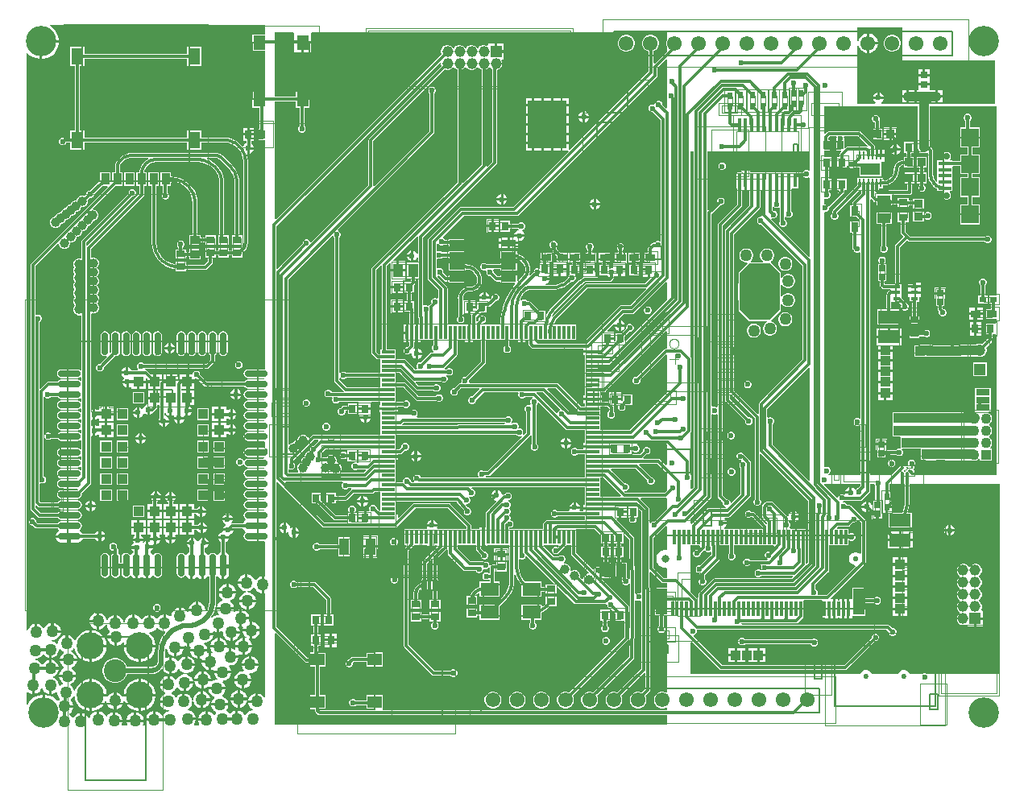
<source format=gtl>
%FSTAX23Y23*%
%MOIN*%
%SFA1B1*%

%IPPOS*%
%AMD124*
4,1,8,-0.083500,0.076400,-0.083500,-0.076400,-0.041700,-0.118100,0.041700,-0.118100,0.083500,-0.076400,0.083500,0.076400,0.041700,0.118100,-0.041700,0.118100,-0.083500,0.076400,0.0*
%
%ADD10C,0.007874*%
%ADD11C,0.009843*%
%ADD14C,0.003937*%
%ADD15C,0.005118*%
%ADD16C,0.007874*%
%ADD18C,0.000000*%
%ADD19C,0.001969*%
%ADD20R,0.031496X0.037401*%
%ADD21R,0.060236X0.025591*%
%ADD22R,0.039370X0.031496*%
%ADD23R,0.011811X0.061024*%
%ADD24R,0.047244X0.108268*%
%ADD25R,0.058268X0.011811*%
%ADD26R,0.011811X0.058268*%
%ADD27R,0.039370X0.039370*%
%ADD28R,0.039370X0.039370*%
%ADD29C,0.039370*%
%ADD30R,0.086614X0.053150*%
%ADD31R,0.031496X0.013780*%
%ADD32R,0.028346X0.027165*%
%ADD33R,0.035433X0.025591*%
%ADD34R,0.023622X0.029527*%
%ADD35R,0.059055X0.051181*%
%ADD36R,0.031496X0.037008*%
%ADD37C,0.009843*%
%ADD38R,0.031890X0.037008*%
%ADD39R,0.055118X0.039370*%
%ADD40R,0.037401X0.031496*%
%ADD41R,0.053150X0.015748*%
%ADD42R,0.074803X0.074803*%
%ADD43R,0.037008X0.031496*%
%ADD44R,0.038583X0.033858*%
%ADD45R,0.017716X0.058268*%
%ADD46R,0.051181X0.070866*%
%ADD47R,0.035433X0.047244*%
%ADD48R,0.051181X0.059055*%
%ADD49R,0.025591X0.035433*%
%ADD50R,0.037008X0.031890*%
%ADD51R,0.031496X0.039370*%
%ADD52R,0.083464X0.051575*%
%ADD53R,0.009843X0.035433*%
%ADD54R,0.040157X0.057874*%
%ADD55R,0.040157X0.071653*%
%ADD56R,0.074803X0.055118*%
%ADD57R,0.029527X0.023622*%
%ADD58R,0.019685X0.039370*%
%ADD117C,0.011811*%
%ADD118C,0.011811*%
%ADD119C,0.019685*%
%ADD120O,0.094488X0.029527*%
%ADD121O,0.029527X0.094488*%
%ADD122C,0.039370*%
%ADD123C,0.003543*%
G04~CAMADD=124~4~0.0~0.0~2362.2~1669.3~0.0~417.3~0~0.0~0.0~0.0~0.0~0~0.0~0.0~0.0~0.0~0~0.0~0.0~0.0~90.0~1670.0~2362.0*
%ADD124D124*%
%ADD125C,0.061024*%
%ADD126C,0.022835*%
%ADD127C,0.032677*%
%ADD128R,0.027559X0.027559*%
%ADD129C,0.112205*%
%ADD130C,0.094488*%
%ADD131R,0.045275X0.045275*%
%ADD132C,0.045275*%
%ADD133C,0.020866*%
%ADD134C,0.027559*%
%ADD135C,0.125984*%
%ADD136R,0.045275X0.045275*%
%ADD137R,0.047244X0.047244*%
%ADD138C,0.047244*%
%ADD139C,0.043307*%
%ADD140R,0.043307X0.043307*%
%ADD141C,0.050000*%
%ADD142C,0.023622*%
%LNshm_pcb-1*%
%LPD*%
G36*
X02665Y02853D02*
X02664Y02852D01*
X02662Y02844*
Y02835*
X02664Y02826*
X02665Y02825*
Y02806*
X02614Y02755*
X02609Y02757*
Y02807*
X0261*
X02618Y02811*
X02624Y02818*
X02629Y02826*
X02631Y02835*
Y02844*
X02629Y02852*
X02624Y0286*
X02618Y02867*
X0261Y02871*
X02601Y02874*
X02592*
X02583Y02871*
X02575Y02867*
X02569Y0286*
X02564Y02852*
X02562Y02844*
Y02835*
X02564Y02826*
X02569Y02818*
X02575Y02811*
X02583Y02807*
X0259Y02805*
Y02724*
X02263Y02398*
X02258Y024*
Y02421*
X02233*
Y02396*
X02255*
X02257Y02391*
X02027Y02161*
X01813*
X01809Y02161*
X01806Y02158*
X01679Y02031*
X01676Y02028*
X01675Y02024*
Y01864*
X01676Y01861*
X01679Y01857*
X01718Y01818*
Y01787*
X01713Y01783*
X01709Y01785*
X01703*
X01697Y01783*
X01693Y01778*
X0169Y01772*
Y01766*
X01691Y01765*
X01681Y01755*
X01681Y01755*
X01676Y01753*
X01675Y01753*
X0167Y01755*
X01664*
X0166Y01754*
X01655Y01757*
Y02035*
X01959Y02339*
X01962Y02342*
X01962Y02346*
Y02729*
X01967Y02731*
X01973Y02734*
X01978Y02739*
X01981Y02745*
X01983Y02752*
Y02759*
X01981Y02766*
X0198Y02768*
X01983Y02773*
X01989*
Y028*
X01957*
Y02805*
X01951*
Y02838*
X01924*
Y02832*
X01919Y02829*
X01917Y0283*
X0191Y02832*
X01903*
X01896Y0283*
X0189Y02827*
X01885Y02822*
X01885Y0282*
X01879*
X01878Y02822*
X01873Y02827*
X01867Y0283*
X0186Y02832*
X01853*
X01846Y0283*
X0184Y02827*
X01835Y02822*
X01835Y0282*
X01829*
X01828Y02822*
X01823Y02827*
X01817Y0283*
X0181Y02832*
X01803*
X01796Y0283*
X0179Y02827*
X01785Y02822*
X01785Y0282*
X01779*
X01778Y02822*
X01773Y02827*
X01767Y0283*
X0176Y02832*
X01753*
X01746Y0283*
X0174Y02827*
X01735Y02822*
X01732Y02816*
X0173Y02809*
Y02802*
X01732Y02795*
Y02795*
X01048Y02111*
X01043Y02112*
Y02597*
X01127*
Y02573*
X01145*
Y02498*
X01141Y02494*
X01138Y02488*
Y02482*
X01141Y02476*
X01145Y02472*
X01151Y02469*
X01157*
X01163Y02472*
X01168Y02476*
X0117Y02482*
Y02488*
X01168Y02494*
X01165Y02496*
Y02573*
X01186*
Y0264*
X01127*
Y02617*
X01043*
Y02885*
X01117*
X01121Y02882*
Y0288*
Y02848*
X01157*
X01192*
Y0288*
Y02882*
X01196Y02885*
X02665*
Y02853*
G37*
G36*
X03639Y02767D02*
X04023D01*
Y0259*
X03552*
X03551Y02595*
X03557Y02601*
X03561Y02609*
X03517*
X0352Y02601*
X03527Y02595*
X03526Y0259*
X03452*
Y02828*
X03457Y02829*
X03459Y02824*
X03464Y02814*
X03472Y02807*
X03481Y02801*
X03491Y02799*
X03491*
Y02839*
Y02879*
X03491*
X03481Y02877*
X03472Y02872*
X03464Y02864*
X03459Y02855*
X03457Y0285*
X03452Y0285*
Y02905*
X03639*
Y02767*
G37*
G36*
X01003Y02876D02*
X0095D01*
Y02809*
X01003*
Y0264*
X0095*
Y02573*
X0098*
Y02484*
X00974*
Y0244*
X01003*
Y01493*
X01Y0149*
X00997Y0149*
X00932*
X00924Y01489*
X00918Y01485*
X00914Y01479*
X00912Y01471*
X00914Y01464*
X00918Y01458*
X00924Y01454*
X00932Y01452*
X00997*
X00999Y0145*
X00994Y01447*
X00932*
X00924Y01446*
X00918Y01442*
X00916Y01438*
X00761*
X00733Y01466*
Y01471*
X00731Y01477*
X00726Y01481*
X0072Y01483*
X00714*
X00708Y01481*
X00704Y01477*
X00701Y01471*
Y01468*
X00684*
Y01443*
X00708*
Y01449*
X00713Y01452*
X00714Y01452*
X00719*
X0075Y01421*
X00753Y01419*
X00757Y01418*
X00916*
X00918Y01414*
X00924Y01411*
X00932Y01409*
X00997*
X00999Y01407*
X00994Y01404*
X00932*
X00924Y01402*
X00918Y01398*
X00914Y01392*
X00912Y01385*
X00914Y01377*
X00918Y01371*
X00924Y01367*
X00932Y01366*
X00997*
X00999Y01364*
X00994Y01361*
X00932*
X00924Y01359*
X00918Y01355*
X00914Y01349*
X00912Y01341*
X00914Y01334*
X00918Y01328*
X00924Y01324*
X00932Y01322*
X00997*
X00999Y0132*
X00994Y01317*
X00932*
X00924Y01316*
X00918Y01312*
X00914Y01305*
X00912Y01298*
X00914Y01291*
X00918Y01285*
X00924Y01281*
X00932Y01279*
X00997*
X00999Y01277*
X00994Y01274*
X00932*
X00924Y01272*
X00918Y01268*
X00914Y01262*
X00912Y01255*
X00914Y01248*
X00918Y01241*
X00924Y01237*
X00932Y01236*
X00997*
X00999Y01234*
X00994Y01231*
X00932*
X00924Y01229*
X00918Y01225*
X00914Y01219*
X00912Y01211*
X00914Y01204*
X00918Y01198*
X00924Y01194*
X00932Y01192*
X00997*
X01Y01193*
X01003Y0119*
Y01166*
X01Y01163*
X00997Y01164*
X00932*
X00924Y01162*
X00918Y01158*
X00914Y01152*
X00912Y01144*
X00914Y01137*
X00918Y01131*
X00924Y01127*
X00932Y01125*
X00997*
X00999Y01124*
X00994Y0112*
X00932*
X00924Y01119*
X00918Y01115*
X00917Y01112*
X00911Y01113*
X00911Y01115*
X00906Y01119*
X009Y01122*
X00894*
X00888Y01119*
X00884Y01115*
X00881Y01109*
Y01103*
X00884Y01097*
X00888Y01092*
X00894Y0109*
X009*
X00906Y01092*
X00909Y01095*
X00914Y01094*
X00914Y01094*
X00918Y01088*
X00924Y01084*
X00932Y01082*
X00997*
X00999Y0108*
X00994Y01077*
X00932*
X00924Y01075*
X00918Y01072*
X00914Y01065*
X00912Y01058*
X00914Y01051*
X00918Y01044*
X00924Y0104*
X00932Y01039*
X00997*
X00999Y01037*
X00994Y01034*
X00932*
X00924Y01032*
X00918Y01028*
X00914Y01022*
X00912Y01014*
X00914Y01007*
X00918Y01001*
X00924Y00997*
X00932Y00996*
X00997*
X00999Y00994*
X00994Y0099*
X00932*
X00924Y00989*
X00918Y00985*
X00914Y00979*
X00912Y00971*
X00914Y00964*
X00918Y00958*
X00924Y00954*
X00932Y00952*
X00997*
X00999Y0095*
X00994Y00947*
X00932*
X00924Y00946*
X00918Y00942*
X00914Y00935*
X00912Y00928*
X00914Y00921*
X00918Y00914*
X00924Y00911*
X00932Y00909*
X00997*
X00999Y00907*
X00994Y00904*
X00932*
X00924Y00902*
X00918Y00898*
X00914Y00892*
X00912Y00885*
X00914Y00877*
X00918Y00871*
X00921Y0087*
X00921Y00868*
X0092Y00864*
X00914Y00859*
X00909Y00851*
X00866*
X00864Y00853*
X00863Y00856*
X00864Y00857*
X00868Y00864*
X00824*
X00827Y00857*
X00834Y00851*
X00837Y0085*
X00837Y00847*
X00837Y00844*
X00831Y00838*
X00828Y00831*
X00872*
X00909*
X00914Y00824*
X0092Y00819*
X00921Y00814*
X00921Y00813*
X00918Y00812*
X00914Y00805*
X00912Y00798*
X00914Y00791*
X00918Y00785*
X00924Y00781*
X00932Y00779*
X00997*
X01Y00779*
X01003Y00776*
Y00635*
X01Y00632*
X00997Y00633*
Y00598*
Y00563*
X01Y00564*
X01003Y00561*
Y00132*
X00998Y00131*
X00996Y00135*
X0099Y00142*
X00981Y00146*
X00973Y00149*
Y00114*
X00968*
Y00109*
X00933*
X00935Y001*
X0094Y00092*
X00946Y00086*
X00951Y00083*
X0095Y00078*
X00948*
X00939Y00075*
X00931Y00071*
X00924Y00064*
X00922Y0006*
X00916*
X00913Y00064*
X00907Y00071*
X00899Y00075*
X0089Y00078*
Y00043*
X0088*
Y00078*
X00872Y00075*
X00864Y00071*
X00859Y00066*
X00856Y00065*
X00853Y00066*
X00848Y00071*
X00843Y00074*
X00842Y0008*
X00842Y0008*
X00847Y00088*
X0085Y00097*
X00779*
X00782Y00088*
X00787Y0008*
X00793Y00074*
X00798Y00071*
X00799Y00065*
X00798Y00064*
X00794Y00058*
X0079Y00057*
X00789Y00058*
X00787Y00061*
X00781Y00067*
X00773Y00072*
X00764Y00074*
Y00039*
X00759*
Y00034*
X00724*
X00727Y00025*
X0073Y0002*
X00727Y00015*
X00709*
X00707Y0002*
X00709Y00021*
X00713Y00029*
X00716Y00038*
X00681*
Y00048*
X00716*
X00713Y00056*
X00709Y00064*
X00702Y00071*
X00694Y00075*
X00685Y00078*
X00683*
X00681Y00083*
X00687Y00086*
X00693Y00092*
X00698Y001*
X007Y00109*
Y00114*
Y00116*
X00705Y00116*
X00705Y00115*
X00707Y00108*
X00712Y001*
X00718Y00094*
X00726Y00089*
X00735Y00087*
Y00122*
Y00157*
X00726Y00154*
X00718Y0015*
X00712Y00143*
X00707Y00135*
X00705Y00126*
Y00121*
Y0012*
X007Y00119*
X00699Y0012*
X00698Y00127*
X00693Y00135*
X00687Y00142*
X00678Y00146*
X0067Y00149*
Y00114*
X0066*
Y00149*
X00651Y00146*
X00643Y00142*
X00637Y00135*
X00636Y00133*
X00631*
X0063Y00135*
X00624Y00142*
X00615Y00146*
X00614*
Y00152*
X00615*
X00624Y00157*
X0063Y00163*
X00635Y00171*
X00635Y00172*
X0064Y00173*
X00641Y00171*
X00647Y00164*
X00655Y0016*
X00664Y00157*
Y00192*
X00669*
Y00198*
X00704*
X00701Y00206*
X00697Y00214*
X0069Y0022*
X00682Y00225*
X00674Y00227*
X00675Y00232*
X00681*
X0069Y00235*
X00698Y00239*
X00705Y00246*
X00709Y00254*
X00712Y00262*
X00677*
Y00267*
X00672*
Y00302*
X00663Y003*
X00655Y00295*
X00649Y00289*
X00645Y00282*
X0064Y00282*
X00639Y00282*
X00638Y00285*
X00631Y00291*
X00623Y00296*
X00615Y00298*
Y00263*
Y00228*
X00623Y00231*
X00631Y00235*
X00638Y00242*
X00642Y00248*
X00646Y00249*
X00647Y00248*
X00649Y00246*
X00655Y00239*
X00663Y00235*
X00671Y00233*
X00671Y00227*
X00664*
X00655Y00225*
X00647Y0022*
X00641Y00214*
X00636Y00206*
X00636Y00205*
X00631Y00204*
X0063Y00206*
X00624Y00212*
X00615Y00217*
X00607Y0022*
Y00185*
X00602*
Y00179*
X00567*
X00569Y00171*
X00574Y00163*
X0058Y00157*
X00588Y00152*
X00589*
Y00146*
X00588*
X0058Y00142*
X00574Y00135*
X00569Y00127*
X00567Y00119*
X00602*
Y00109*
X00567*
X00569Y001*
X00574Y00092*
X0058Y00086*
X00588Y00081*
X00597Y00079*
X00604*
X00604Y00074*
X00596Y00072*
X00588Y00067*
X00582Y00061*
X00579Y00056*
X00574*
X00571Y00061*
X00564Y00067*
X00556Y00072*
X00548Y00074*
Y00039*
X00543*
Y00034*
X00508*
X0051Y00025*
X00513Y0002*
X0051Y00015*
X00498*
X00496Y0002*
X00497Y00022*
X00499Y0003*
X00429*
X00431Y00022*
X00433Y0002*
X0043Y00015*
X00411*
X00409Y0002*
X0041Y00022*
X00412Y0003*
X00377*
Y00035*
X00372*
Y0007*
X00364Y00068*
X00356Y00063*
X0035Y00057*
X00348Y00054*
X00347Y00053*
X00342Y00054*
X00338Y00061*
X00332Y00067*
X00324Y00072*
X00316Y00074*
Y00039*
X00305*
Y00074*
X00297Y00072*
X00289Y00067*
X00283Y00061*
X00278Y00052*
X00277Y00047*
X00271Y00046*
X00268Y00053*
X00261Y00059*
X00253Y00064*
X00245Y00066*
Y00031*
X00235*
Y00066*
X00226Y00064*
X00218Y00059*
X00212Y00053*
X00209Y00048*
X00203*
X00201Y00052*
X00194Y00059*
X00192Y0006*
Y00065*
X00194Y00066*
X00201Y00072*
X00205Y00081*
X00208Y00089*
X00173*
Y00099*
X00208*
X00205Y00107*
X00201Y00116*
X00198Y00119*
X00198Y00125*
X00205Y00131*
X00207Y00135*
X00213Y00136*
X00214Y00135*
Y00135*
X00216Y00122*
X00222Y0011*
X00229Y00099*
X00238Y0009*
X00249Y00083*
X00261Y00078*
X00274Y00075*
X00275*
Y00141*
Y00207*
X00274*
X00261Y00205*
X00249Y002*
X00238Y00192*
X00229Y00183*
X00222Y00173*
X00216Y00161*
Y0016*
X00211*
X00209Y00166*
X00205Y00175*
X00198Y00181*
X00196Y00182*
X00197Y00187*
X00198Y00187*
X00206Y00192*
X00212Y00198*
X00217Y00207*
X0022Y00215*
X0015*
X00152Y00207*
X00157Y00198*
X00163Y00192*
X00165Y00191*
X00164Y00186*
X00163Y00186*
X00155Y00181*
X00154Y00179*
X00149Y00182*
Y00185*
X00146Y00194*
X00142Y00202*
X00135Y00209*
X00127Y00213*
X00126*
Y00219*
X00127*
X00135Y00224*
X00142Y0023*
X00146Y00238*
X00149Y00246*
X00114*
Y00251*
X00109*
Y00287*
X001Y00284*
X00092Y00279*
X00086Y00273*
X00083Y00268*
X00077*
X00075Y00273*
X00068Y00279*
X0006Y00284*
X00052Y00286*
X00053Y00291*
X00055*
X00064Y00294*
X00072Y00298*
X00079Y00305*
X00081Y00308*
X00083Y00308*
X00087*
X00092Y00302*
X001Y00298*
X00109Y00295*
Y0033*
X00119*
Y00295*
X00127Y00298*
X00135Y00302*
X00142Y00309*
X00146Y00317*
X00149Y00325*
Y00329*
X00149Y0033*
X00154Y00331*
X00159Y00326*
X00167Y00321*
X00168Y00321*
X00169Y00316*
X00167Y00315*
X00161Y00309*
X00156Y003*
X00153Y00292*
X00224*
X00221Y003*
X00216Y00309*
X0021Y00315*
X00202Y0032*
X00201Y0032*
X002Y00325*
X00202Y00326*
X00209Y00332*
X00209Y00334*
X00215Y00333*
X00216Y00325*
X00222Y00312*
X00229Y00302*
X00238Y00293*
X00249Y00285*
X00261Y00281*
X00274Y00278*
X00275*
Y00344*
Y0041*
X00274*
X00261Y00407*
X00249Y00403*
X00238Y00395*
X00229Y00386*
X00222Y00375*
X00218Y00368*
X00215*
X00213Y00368*
X00209Y00375*
X00202Y00382*
X00194Y00387*
X00186Y00389*
Y00354*
X00175*
Y00389*
X00167Y00387*
X00159Y00382*
X00153Y00375*
X00148Y00367*
X00146Y00359*
Y00355*
X00145Y00354*
X0014Y00353*
X00135Y00358*
X00127Y00363*
X00119Y00365*
X0012Y0037*
X00126*
X00135Y00372*
X00143Y00377*
X0015Y00383*
X00154Y00392*
X00157Y004*
X00122*
Y00405*
X00116*
Y0044*
X00108Y00438*
X001Y00433*
X00094Y00427*
X0009Y0042*
X00085Y0042*
X00084Y0042*
X00083Y00423*
X00076Y00429*
X00068Y00434*
X0006Y00436*
Y00401*
X0005*
Y00436*
X00041Y00434*
X00033Y00429*
X00027Y00423*
X00022Y00414*
X0002Y00408*
X00015Y00409*
Y00539*
Y02797*
X0002Y02799*
X00029Y0279*
X00041Y02782*
X00054Y02777*
X00068Y02774*
X0007*
Y02847*
X00075*
Y02852*
X00148*
Y02854*
X00146Y02868*
X0014Y02881*
X00132Y02894*
X00122Y02904*
X00114Y02909*
X00113Y02916*
X00114Y02916*
X01003*
Y02876*
G37*
G36*
X01785Y02739D02*
X0179Y02734D01*
X01796Y02731*
X01797*
Y02264*
X01445Y01912*
X01443Y01909*
X01442Y01905*
Y01559*
X01443Y01555*
X01445Y01551*
X01461Y01536*
X01464Y01533*
X01468Y01533*
X01479*
Y01499*
Y01494*
Y01474*
X01338*
X01335Y01477*
X01329Y0148*
X01323*
X01317Y01477*
X01314Y01474*
X01309Y01475*
X01309*
Y02034*
X01312Y02038*
X01314Y02044*
Y0205*
X01312Y02055*
X01308Y0206*
X01304Y02061*
X01303Y02067*
X017Y02464*
X01702Y02467*
X01702Y02471*
Y02633*
X01706Y02636*
X01708Y02642*
Y02648*
X01706Y02654*
X01701Y02659*
X01696Y02661*
X01689*
X01683Y02659*
X01679Y02654*
X01677Y02648*
Y02642*
X01679Y02636*
X01683Y02633*
Y02475*
X01455Y02247*
X01454*
X0145Y0225*
Y02435*
X01746Y02731*
X01746*
X01753Y02729*
X0176*
X01767Y02731*
X01773Y02734*
X01778Y02739*
X01779Y0274*
X01785*
X01785Y02739*
G37*
G36*
X02665Y02771D02*
Y02625D01*
Y02572*
X0266Y0257*
X02646Y02585*
Y02589*
X02644Y02595*
X02639Y026*
X02633Y02602*
X02627*
X02622Y026*
X02617Y02595*
X02615Y02589*
Y02588*
X0261Y02585*
X02607Y02586*
X02601*
X02595Y02584*
X0259Y02579*
X02588Y02574*
Y02567*
X0259Y02561*
X02595Y02557*
X02601Y02555*
X02605*
X0264Y0252*
Y02023*
X02635Y0202*
X02631Y02022*
X02625*
X02619Y02019*
X02614Y02015*
X02614Y02014*
X02609*
X02605Y02013*
X02602Y02011*
X02587Y01996*
X02585Y01993*
X02585Y01989*
Y01971*
X02571*
Y01932*
X02566Y01931*
X02564*
Y01907*
X0259*
Y01902*
X02595*
Y01871*
X02596Y01868*
X02574Y01846*
X02333*
X02329Y01845*
X02326Y01843*
X02201Y01719*
X02192Y01707*
X02188Y0171*
X02195Y01722*
X02207Y01737*
X02208Y01737*
X02311Y0184*
Y0184*
X02322Y01849*
X02329Y01851*
X02329*
X0233Y01852*
X02335Y01853*
X02429*
X02433Y01853*
X02437Y01855*
X02441Y01861*
X02444Y01868*
X02444Y01874*
X02463*
Y01902*
X02468*
Y01907*
X02494*
Y01929*
X02497Y01932*
Y01934*
Y01971*
X02483*
Y01985*
X02486Y01988*
X02488Y01994*
Y02*
X02486Y02006*
X02481Y0201*
X02476Y02012*
X0247*
X02464Y0201*
X02459Y02006*
X02457Y02*
Y01994*
X02459Y01988*
X02462Y01985*
Y01971*
X0245*
Y01932*
X02446Y01931*
X02442*
Y01909*
X02439Y01907*
X02433*
X02429Y01905*
X02424Y01908*
Y01925*
X02415*
Y01932*
X0243*
Y01971*
X02383*
Y01932*
X02395*
Y01925*
X02385*
Y01879*
X02419*
X02422Y01874*
X0242Y01873*
X02374*
X0237Y01875*
Y01878*
Y01898*
X02344*
X02318*
Y01875*
X02319*
Y01874*
X0232Y0187*
X02308Y01863*
X02296Y01854*
X02194Y01751*
X02193*
X02179Y01734*
X02166Y01714*
X02166Y01712*
X02161Y01713*
Y01733*
X02136*
X02101Y01768*
X02098Y0177*
X02094Y01771*
X02088*
X02088Y01772*
X02083Y01777*
X02077Y01779*
X02071*
X02065Y01777*
X02062Y01774*
X02058Y01776*
X0206Y01782*
X02068Y01798*
X02079Y01811*
X02079Y01811*
X02087Y01816*
X02096Y01818*
X02096*
X02188*
Y01818*
X02206Y0182*
X02222Y01824*
X02238Y0183*
X02253Y01839*
X02266Y0185*
X0227Y01853*
X02274*
X0228Y01855*
X02285Y0186*
X02287Y01866*
Y01872*
X02285Y01876*
X02288Y01881*
X02301*
Y01926*
X02291*
Y01932*
X02304*
Y01971*
X02261*
X02257*
X02252*
X02224*
X02207Y01988*
Y01996*
X02208Y01996*
X02211Y02002*
Y02009*
X02208Y02014*
X02204Y02019*
X02198Y02021*
X02192*
X02186Y02019*
X02181Y02014*
X02179Y02009*
Y02002*
X02181Y01996*
X02186Y01992*
X02187Y01992*
Y01985*
X02188Y01981*
X0219Y01977*
X02192Y01975*
X02189Y01971*
X02142*
Y01932*
X02141Y01927*
X02138*
Y01908*
X02134Y01905*
X0213Y01907*
X02124*
X02118Y01905*
X02114Y019*
X02111Y01894*
Y0189*
X02099Y01879*
X02094Y01881*
X02097Y01891*
X02098Y01903*
X02097Y01914*
X02094Y01926*
X02088Y01937*
X02082Y01944*
Y01944*
X0208Y01946*
X02079Y01948*
X02065Y01959*
X0205Y01967*
X02044Y01969*
Y0198*
X01976*
Y01947*
X02044*
X02044*
X02054Y01942*
X02061Y01936*
X02064Y01933*
X02068Y01929*
X02073Y01923*
X02077Y01913*
X02078Y01903*
X02077Y01892*
X02073Y01882*
X02069Y01878*
X02066Y01874*
X02062Y0187*
X02056Y01864*
X02048Y01856*
X02044Y01858*
Y0188*
X01976*
Y01874*
X01964*
X01948Y0189*
Y01894*
X01946Y01899*
X01949Y01904*
X01976*
Y01897*
X02044*
Y0193*
X01976*
Y01924*
X0192*
X01916Y01927*
X01911Y0193*
X01904*
X01898Y01927*
X01894Y01923*
X01892Y01917*
Y01911*
X01894Y01905*
X01898Y01901*
X01904Y01898*
X01911*
X01914Y019*
X01917Y01896*
X01917Y01894*
Y01888*
X01919Y01882*
X01924Y01878*
X01929Y01875*
X01934*
X01953Y01856*
X01957Y01854*
X0196Y01853*
X01976*
Y01847*
X02034*
X02036Y01842*
X02035Y01841*
X02017Y01815*
X02001Y01788*
X01989Y01758*
X01981Y01728*
X01975Y01697*
X01974Y01674*
X01959*
X01954*
X01915*
X0191*
X01905*
X01902Y01679*
X01904Y01681*
X0191Y01683*
X01914Y01688*
X01916Y01694*
Y017*
X01914Y01706*
X0191Y0171*
X01904Y01712*
X01898*
X01892Y0171*
X01887Y01706*
X01885Y017*
Y01694*
X01885Y01692*
X01881Y01688*
X01875Y0169*
Y01706*
X01894Y01725*
X0192*
Y01747*
X01926*
X0193Y01748*
X01933Y0175*
X01955Y01771*
X01959*
X01965Y01774*
X0197Y01778*
X01972Y01784*
Y0179*
X0197Y01796*
X01965Y018*
X01959Y01803*
X01953*
X01947Y018*
X01943Y01796*
X0194Y0179*
Y01785*
X01935Y01779*
X01931Y01782*
X01887*
X0189Y01775*
X01888Y0177*
X0188*
Y0174*
X01878Y01738*
X01873Y01741*
Y01742*
X01852*
Y01719*
X01853*
X01856Y01714*
Y01714*
X01856Y01711*
Y0168*
X01851*
Y01641*
Y01602*
X01862*
Y01608*
X01895*
Y01522*
X01832Y01459*
X01827*
X01821Y01457*
X01817Y01452*
X01814Y01446*
Y0144*
X01816Y01437*
X01813Y01432*
X01809*
X01806Y01431*
X01802Y01429*
X01785Y01412*
X01781*
X01775Y01409*
X01771Y01405*
X01768Y01399*
Y01393*
X01771Y01387*
X01775Y01383*
X01781Y01381*
X01787*
X01793Y01383*
X01797Y01387*
X018Y01393*
Y01398*
X01814Y01412*
X01888*
X0189Y01407*
X01861Y01377*
X01856*
X0185Y01375*
X01846Y0137*
X01843Y01365*
Y01359*
X01846Y01353*
X0185Y01348*
X01856Y01346*
X01862*
X01868Y01348*
X01872Y01353*
X01875Y01359*
Y01363*
X01907Y01396*
X02048*
X02051Y01391*
X0205Y01387*
Y01381*
X02052Y01375*
X02057Y01371*
X02062Y01369*
X02068*
X02074Y01371*
X02078Y01374*
X02109*
X0211Y01369*
X02107Y01368*
X02102Y01364*
X021Y01358*
Y01351*
X02102Y01346*
Y01346*
Y01345*
X02096Y01342*
X02095Y01342*
X02089*
X02083Y0134*
X02079Y01335*
X02076Y01329*
Y01323*
X02079Y01317*
X02082Y01314*
Y01227*
X02073Y01218*
X02068Y01221*
X0207Y01225*
Y01231*
X02068Y01237*
X02064Y01242*
X02058Y01244*
X02053*
X0205Y01248*
X0205Y01249*
X02051Y0125*
Y01257*
X02048Y01262*
X02044Y01267*
X02038Y01269*
X02032*
X02026Y01267*
X02025Y01266*
X02024Y01266*
X02023Y01268*
X02022Y01272*
X02024Y01277*
Y01283*
X02022Y01289*
X02017Y01293*
X02011Y01296*
X02005*
X02Y01293*
X01996Y0129*
X01631*
X01628Y01295*
X01631Y01298*
X01633Y01303*
Y0131*
X01631Y01316*
X01627Y0132*
X01621Y01322*
X01614*
X01609Y0132*
X01605Y01316*
X01551*
Y01321*
X01512*
X01473*
Y01311*
X01479*
Y01302*
Y01297*
Y01277*
Y01243*
Y01238*
Y01218*
X01201*
X01198Y01218*
X01194Y01215*
X01185Y01206*
X0118Y01207*
X01179Y01208*
X01173Y01215*
X01164Y01218*
X01155*
X01146Y01215*
X01139Y01208*
X01137Y01203*
X01137*
X01128Y012*
X01122Y01193*
X01118Y01186*
X01115*
X01107Y01183*
X01102Y01179*
X01097Y01181*
Y01861*
X01279Y02043*
X01284Y02041*
X01286Y02038*
X01289Y02034*
Y01442*
X0129Y01438*
X01292Y01435*
X01327Y014*
X01325Y01395*
X01278*
X01277Y01398*
X01272Y01403*
X01266Y01405*
X0126*
X01254Y01403*
X0125Y01398*
X01248Y01392*
Y01386*
X0125Y0138*
X01254Y01376*
X0126Y01374*
X01266*
X01271Y01375*
X01277*
X01281Y0137*
X01279Y01367*
Y01361*
X01281Y01355*
X01286Y0135*
X01292Y01348*
X01298*
X01304Y0135*
X01308Y01355*
X01309Y01356*
X01385*
X0139Y01355*
Y01351*
Y01331*
X01416*
X01441*
Y01355*
X01446Y01356*
X01479*
Y01342*
X01473*
Y01331*
X01512*
X01551*
Y01336*
X01574*
X01577Y01333*
X01583Y0133*
X01589*
X01595Y01333*
X016Y01337*
X01602Y01343*
Y01349*
X016Y01355*
X01595Y01359*
X01589Y01362*
X01583*
X01577Y01359*
X01574Y01356*
X01545*
Y0139*
Y01395*
Y01415*
X01574*
X01625Y01363*
X01629Y01361*
X01633Y0136*
X0171*
X01713Y01357*
X01719Y01355*
X01725*
X01731Y01357*
X01736Y01361*
X01738Y01367*
Y01374*
X01736Y01379*
X01731Y01384*
X01725Y01386*
X01719*
X01713Y01384*
X0171Y0138*
X01637*
X01585Y01432*
X01582Y01434*
X01578Y01435*
X01545*
Y01474*
X01557*
X01625Y01406*
X01629Y01404*
X01632Y01403*
X017*
X01703Y014*
X01709Y01398*
X01715*
X0172Y014*
X01725Y01404*
X01727Y0141*
Y01416*
X01725Y01422*
X0172Y01426*
X01715Y01429*
X01709*
X01703Y01426*
X017Y01423*
X01637*
X01624Y01436*
X01626Y0144*
X01729*
X01732Y01437*
X01738Y01435*
X01744*
X0175Y01437*
X01754Y01441*
X01757Y01447*
Y01453*
X01754Y01459*
X01752Y01461*
X01753Y01467*
X01755Y01466*
X01761Y01464*
X01766*
X01772Y01466*
X01777Y0147*
X01779Y01476*
Y01483*
X01777Y01488*
X01772Y01493*
X01766Y01495*
X01761*
X01755Y01493*
X01751Y01489*
X01746*
X01746Y0149*
X01746Y01496*
X01794Y01544*
X01796Y01548*
X01797Y01552*
Y01608*
X01811*
X01816*
X0183*
Y01602*
X01841*
Y01641*
Y0168*
X0183*
Y01674*
X01822*
X01816*
X01757*
Y01825*
X01757Y01829*
X01755Y01832*
X01714Y01873*
X01714Y01875*
X0172Y01878*
X01721Y01877*
X01722*
X01742Y01856*
X01746Y01854*
X0175Y01853*
X01762*
Y01847*
X0183*
Y0188*
X01762*
Y01874*
X01754*
X01739Y01888*
X0174Y0189*
Y01896*
X01737Y01902*
X01733Y01907*
X01727Y01909*
X01721*
X01716Y01907*
X01711Y01909*
Y01946*
X01716Y01949*
X0172Y01948*
X01726*
X01732Y0195*
X01735Y01953*
X01762*
Y01947*
X0183*
Y0198*
X01762*
Y01974*
X01735*
X01732Y01977*
X01726Y01979*
X0172*
X01716Y01978*
X01711Y01981*
Y02009*
X01713Y0201*
X01719Y02009*
X01724Y02005*
X01729Y02002*
X01736*
X01741Y02005*
X01742Y02006*
X01762*
Y01997*
X0183*
Y0203*
X01762*
Y02026*
X01746*
X01746Y02027*
X01741Y02031*
X01738Y02033*
X01737Y02038*
X01824Y02125*
X02045*
X02049Y02126*
X02052Y02128*
X02622Y02699*
X02625Y02702*
X02625Y02706*
Y02738*
X0266Y02773*
X02665Y02771*
G37*
G36*
X03496Y02416D02*
X03492Y02412D01*
X03488Y02413*
X03412*
X03409Y02412*
X03405Y0241*
X03402Y02406*
X03397Y02408*
Y02438*
X03396Y0244*
X03397Y02441*
Y02448*
X03396Y02451*
X03399Y02456*
X03455*
X03496Y02416*
G37*
G36*
X01935Y02739D02*
X0194Y02734D01*
X01942Y02733*
Y0235*
X01921Y02329*
X01916Y02331*
Y02332*
Y02731*
X01917*
X01923Y02734*
X01928Y02739*
X01929Y0274*
X01935*
X01935Y02739*
G37*
G36*
X03255Y02314D02*
X03251Y02312D01*
X03245Y02314*
X03238*
X03233Y02312*
X03228Y02308*
X03227Y02305*
X03197*
X03196*
X03181*
X03177*
X03161*
X03156*
X03135*
X03131*
X0313*
X03105*
X031*
X03079*
X03074*
X03059*
X03054*
X03053*
X03033*
X03028*
X03028*
X03009*
Y02311*
X02995*
Y02272*
Y02233*
X03005*
Y02168*
X02908Y0207*
X02906Y02067*
X02905Y02063*
Y01363*
X02906Y01359*
X02908Y01356*
X02988Y01277*
Y01272*
X0299Y01266*
X02994Y01262*
X03Y01259*
X03007*
X03012Y01262*
X03017Y01266*
X03019Y01272*
Y01278*
X03017Y01284*
X03012Y01288*
X03007Y01291*
X03002*
X02925Y01368*
Y01384*
X0293Y01386*
X03028Y01287*
Y00953*
X03025Y0095*
X03022Y00944*
Y00937*
X03025Y00932*
X03029Y00927*
X03035Y00925*
X03041*
X03047Y00927*
X03051Y00932*
X03054Y00937*
Y00944*
X03051Y0095*
X03048Y00952*
Y01138*
X03053Y01139*
X03247Y00946*
Y0069*
X03242Y00686*
X03238Y00688*
Y00795*
Y00796*
Y00829*
X03223*
X03218*
X03184*
X03179*
X03174*
X03172Y00834*
X03173Y00836*
X03176Y00842*
Y00848*
X03173Y00854*
X0317Y00858*
Y00861*
X03171Y00861*
X03175Y00862*
X03176Y00861*
X03183Y00858*
Y00879*
Y00901*
X03176Y00898*
X0317Y00892*
X03167Y00885*
X03164Y00883*
X03162*
X03105Y0094*
X03101Y00942*
X03098Y00943*
X03079*
X03076Y00942*
X03072Y0094*
X0306Y00927*
X03058Y00924*
X03057Y0092*
Y00881*
X03058Y00878*
X0306Y00874*
X03079Y00855*
X03079Y00852*
X03074Y0085*
X03029Y00895*
X03025Y00897*
X03022Y00898*
X03017*
X03016Y00899*
X03012Y00903*
X03006Y00905*
X03*
X02994Y00903*
X0299Y00899*
X02987Y00893*
Y00887*
X0299Y00881*
X02994Y00877*
X03Y00874*
X03006*
X03012Y00877*
X03013Y00877*
X03018*
X03061Y00835*
Y00829*
X03026*
X03021*
X03016*
X02987*
X02982*
X02977*
X02928*
X02923*
X02903*
X02902Y00834*
X02903Y00835*
X02909Y0084*
X02912Y00848*
X0289*
Y00858*
X02912*
X02909Y00865*
X02903Y00871*
Y00872*
X02904Y00876*
X02918*
X02922Y00877*
X02925Y00879*
X03009Y00962*
X03011Y00965*
X03011Y00969*
Y01103*
X03011Y01107*
X03009Y0111*
X02985Y01134*
X02983Y01139*
X02978Y01143*
X02972Y01146*
X02966*
X02961Y01143*
X02956Y01139*
X02953Y01133*
Y01127*
X02956Y01121*
X02961Y01117*
X02966Y01114*
X02971*
X02972Y01113*
X02971Y01107*
X02966Y01103*
X02964Y01097*
Y01091*
X02966Y01085*
X0297Y01082*
Y00974*
X02932Y00936*
X02927Y00938*
Y0094*
X02924Y00946*
X0292Y0095*
X02914Y00952*
X0291*
X02894Y0097*
Y02083*
X02971Y02161*
X02974Y02164*
X02974Y02168*
Y02233*
X02985*
Y02272*
Y02311*
X02971*
Y02305*
X02951*
Y02238*
X02954*
Y02172*
X02877Y02094*
X02874Y02091*
X02874Y02087*
Y01335*
X02869Y01333*
X02864Y01335*
X02858*
X02854Y01334*
X02849Y01337*
Y02132*
X02886Y02169*
X0289*
X02896Y02171*
X02901Y02175*
X02903Y02181*
Y02188*
X02901Y02194*
X02896Y02198*
X0289Y022*
X02884*
X02878Y02198*
X02874Y02194*
X02872Y02188*
Y02183*
X02837Y02148*
X02832Y0215*
Y02393*
X03255*
Y02314*
G37*
G36*
Y02283D02*
Y01958D01*
X03251Y01956*
X03095Y02112*
X03098Y02116*
X03102Y02114*
X03108*
X03114Y02117*
X03118Y02122*
X03121Y02127*
Y02133*
X03118Y02139*
X03114Y02144*
X03108Y02146*
X03103*
X03102Y02148*
Y02161*
X03103Y02162*
X03107Y02163*
X03111Y02159*
X03116Y02157*
X03123*
X03129Y02159*
X03133Y02157*
Y02104*
X03132Y02103*
X03129Y02097*
Y02091*
X03132Y02085*
X03136Y02081*
X03142Y02078*
X03148*
X03154Y02081*
X03159Y02085*
X03161Y02091*
Y02097*
X03159Y02103*
X03154Y02107*
X03153Y02108*
Y0212*
X03158Y02122*
X0316Y0212*
X03166Y02118*
X03172*
X03178Y0212*
X03182Y02124*
X03185Y0213*
Y02137*
X03182Y02142*
X03179Y02146*
Y02235*
X03181Y02238*
X03187*
X03207*
Y02285*
X03234*
X03238Y02283*
X03245*
X03251Y02285*
X03255Y02283*
G37*
G36*
X01835Y02739D02*
X0184Y02734D01*
X01846Y02731*
X01853Y02729*
X0186*
X01867Y02731*
X01873Y02734*
X01878Y02739*
X01879Y0274*
X01885*
X01885Y02739*
X0189Y02734*
X01896Y02731*
X01897*
Y02336*
X01822Y02261*
X01816Y02263*
Y02731*
X01817*
X01823Y02734*
X01828Y02739*
X01829Y0274*
X01835*
X01835Y02739*
G37*
G36*
X04027Y01795D02*
X03997D01*
Y01763*
X04005*
Y0174*
X03986*
Y017*
X04027*
Y01682*
X04023Y0168*
X04022Y01679*
X03984*
Y01635*
X03994*
Y01617*
X0397Y01594*
X0397Y01594*
X03963Y01596*
X03955*
X03948Y01594*
X03943Y01591*
X03877*
X03874Y0159*
X03848*
X03846Y01591*
X03844Y0159*
X03764*
X0376Y01591*
X03713*
X03707Y0159*
X03688*
Y01569*
X03688Y01566*
X03688Y01564*
Y01543*
X0371*
X03712Y01542*
X03714Y01543*
X03731*
X03736*
X03757*
X03759Y01542*
X03846*
X03846*
X03876*
X03879Y01543*
X03948*
X03955Y01541*
X03963*
X0397Y01543*
X03976Y01546*
X03981Y01551*
X03985Y01558*
X03987Y01565*
Y01572*
X03985Y01579*
X03985Y01579*
X04011Y01605*
X04013Y01609*
X04013Y01613*
Y01635*
X04022*
X04023*
X04027Y01632*
Y01051*
X03696*
X03695Y01053*
X03679*
Y01063*
X03693*
X03691Y01066*
X03687Y01071*
X03686Y01071*
X03685Y01077*
X03686Y01077*
X03688Y01081*
Y01085*
X03687Y01087*
Y01088*
X0369Y01091*
X03692Y01097*
Y01103*
X0369Y01109*
X03686Y01114*
X0368Y01116*
X03674*
X03668Y01114*
X03663Y01109*
X03661Y01103*
Y01097*
X03661Y01096*
X03658Y01092*
X03657*
X03654Y0109*
X03652Y01088*
X03649*
X03646*
X03644Y0109*
X03641Y01092*
X03637Y01092*
X03633Y01092*
X0363Y01089*
X03592Y01051*
X03505*
Y02193*
X03511Y02195*
X0352Y02185*
X03523Y02183*
X03527Y02183*
X03531*
Y02167*
X03594*
Y02171*
X03619*
Y02161*
X03664*
Y02168*
X03682*
Y02155*
X03727*
Y02196*
X03682*
Y02188*
X03664*
Y022*
X03619*
Y0219*
X03594*
Y02212*
X03669*
X03673Y02212*
X03676Y02215*
X03678Y02218*
X03679Y02222*
Y0226*
X03687*
Y02305*
X03647*
Y0226*
X03659*
Y02232*
X03544*
X03543Y02233*
Y02239*
X03559*
Y02246*
X0356Y02251*
X03573Y02252*
X03585Y02256*
X03596Y02262*
X03605Y0227*
X03613Y02279*
X03619Y0229*
X03623Y02302*
X03624Y02314*
X03625Y02319*
X03625Y02323*
X0363Y0233*
X03637Y02335*
X0364Y02335*
X03645Y02331*
Y02324*
X03685*
Y02369*
X03675*
Y02386*
X03684*
Y02431*
X03645*
Y02386*
X03655*
Y02369*
X03645*
Y02361*
Y02356*
X03635Y02355*
X03624Y02351*
X03616Y02344*
X03609Y02335*
X03605Y02325*
X03603Y02314*
X03603Y0231*
X03602Y02303*
X03598Y02293*
X03591Y02284*
X03582Y02277*
X03572Y02272*
X03564Y02272*
X03559Y02276*
Y02283*
X03547*
X03542*
X03529*
X03524*
X03506*
X03501*
X03494*
X03488*
X03476*
X03471*
X03453*
Y02266*
X03453Y02265*
X03452Y02261*
Y02251*
X0339Y02189*
X03389Y02188*
X03351Y0215*
X03349Y02146*
X03348Y02143*
Y02136*
X03345Y02133*
X03342Y02127*
Y02121*
X03345Y02115*
X03349Y02111*
X03355Y02108*
X03361*
X03367Y02111*
X03371Y02115*
X03374Y02121*
Y02127*
X03371Y02133*
X0337Y02134*
Y0214*
X03404Y02175*
X03405Y02176*
X03464Y02235*
X0347Y02233*
Y02219*
X03435Y02185*
X03433Y02181*
X03433Y02178*
Y02169*
X03423*
Y02122*
X03448*
X03463Y02107*
X03461Y02102*
X03423*
Y02055*
X03433*
Y01993*
X03433Y01989*
X03435Y01986*
X03437Y01985*
Y01985*
X03439Y01979*
X03443Y01974*
X03449Y01972*
X03455*
X03461Y01974*
X03463Y01973*
X03466Y01972*
Y01287*
X03463Y01286*
X03461Y01285*
X03455Y01287*
X03449*
X03443Y01285*
X03439Y0128*
X03437Y01274*
Y01268*
X03439Y01262*
X03443Y01258*
X03449Y01255*
X03455*
X03461Y01258*
X03463Y01257*
X03466Y01255*
Y01051*
X03333*
X03332Y01056*
X03335Y01057*
X0334Y01061*
X03342Y01067*
Y01074*
X0334Y01079*
X03335Y01084*
X03329Y01086*
X03323*
X0332Y01085*
X03314Y01087*
Y02139*
X03317Y02141*
X03324*
X03329Y02144*
X03334Y02148*
X03336Y02154*
Y02159*
X03396Y02219*
X03399Y02222*
X03399Y02226*
Y02233*
X03409*
Y02278*
X0337*
Y02233*
X03375*
X03377Y02228*
X03322Y02173*
X03317*
X03314Y02175*
Y02195*
X0332Y02198*
X03323Y02196*
X03329*
X03335Y02199*
X0334Y02203*
X03342Y02209*
Y02215*
X0334Y02221*
X03336Y02224*
Y02233*
X03346*
Y02278*
X03336*
Y02324*
X03346*
Y02368*
X03314*
Y02395*
X0334*
Y02438*
X03332*
Y02448*
X0334Y02456*
X03364*
X03367Y02451*
X03366Y02448*
Y02441*
X03364Y02438*
Y02395*
X03384*
X03386Y0239*
X03383Y02387*
X03381Y02384*
X0338Y0238*
Y02368*
X0337*
Y02324*
X03409*
Y02331*
X03414Y02333*
X03415Y02329*
X0342Y02325*
X03425Y02322*
X03432*
X03436Y02324*
X03461*
Y02288*
X03552*
Y02348*
X03565*
Y0237*
X0355*
Y02375*
X03546*
Y02403*
X03538*
Y02375*
X03528*
Y02403*
X03525*
Y02411*
X03524Y02414*
X03522Y02418*
X03467Y02473*
X03463Y02475*
X0346Y02476*
X03336*
X03332Y02475*
X03329Y02473*
X0332Y02464*
X03314Y02466*
Y02578*
X03703*
Y02409*
X03705Y02399*
X03708Y02396*
Y02386*
X0372*
X03727Y02385*
X03735Y02386*
X0374*
X03746Y02385*
Y02298*
X03745*
X03746Y02285*
X0375Y02272*
X03757Y0226*
X03765Y0225*
X0377Y02245*
X03773Y02243*
X03774Y02242*
X03778Y02239*
X03779Y02239*
X03782Y02237*
X03783Y02237*
Y02228*
X03809*
X03811Y02223*
X03807Y02219*
X03805Y02212*
Y02206*
X03807Y02199*
X03812Y02194*
X03819Y02191*
X03826*
X03832Y02194*
X03837Y02199*
X0384Y02206*
Y02212*
X03837Y02219*
X03834Y02223*
X03836Y02228*
X03844*
Y02248*
Y02251*
Y02253*
Y02274*
Y02277*
Y02282*
Y023*
Y02303*
Y02308*
Y02325*
Y02328*
X03848Y02331*
X03877*
Y02297*
X03909*
Y02285*
X03877*
Y02202*
X03909*
Y02173*
X03877*
Y0209*
X0396*
Y02173*
X03929*
Y02202*
X0396*
Y02285*
X03929*
Y02297*
X0396*
Y02379*
X03927*
Y02409*
X0396*
Y02492*
X03919*
Y02519*
X03922Y02522*
X03925Y02528*
Y02534*
X03922Y0254*
X03918Y02544*
X03912Y02547*
X03906*
X039Y02544*
X03896Y0254*
X03893Y02534*
Y02528*
X03896Y02522*
X03899Y02519*
Y02492*
X03877*
Y02409*
X03907*
Y02379*
X03877*
Y02351*
X03844*
Y02354*
X03836*
X03834Y02359*
X03837Y02362*
X0384Y02369*
Y02376*
X03837Y02383*
X03832Y02388*
X03826Y0239*
X03819*
X03812Y02388*
X03807Y02383*
X03805Y02376*
Y02369*
X03807Y02362*
X03811Y02359*
X03809Y02354*
X03783*
Y02333*
Y0233*
Y02325*
Y02308*
Y02305*
Y023*
Y02282*
Y02279*
Y02274*
Y02267*
X03778Y02266*
X03772Y02274*
X03767Y02285*
X03765Y02298*
Y02298*
Y02385*
X03766*
X03764Y02395*
X03761Y02404*
X03755Y02412*
X03751Y02414*
Y02578*
X04027*
Y01795*
G37*
G36*
X01727Y0276D02*
X0173Y02757D01*
Y02752*
X01732Y02745*
Y02745*
X01433Y02446*
X01431Y02442*
X0143Y02438*
Y02252*
X01193Y02015*
X01188Y02017*
X01186Y0202*
X01182Y02025*
X01176Y02027*
X0117*
X01164Y02025*
X01159Y0202*
X01157Y02014*
Y0201*
X01053Y01905*
X01048Y01907*
Y02083*
X01725Y0276*
X01727*
G37*
G36*
X01635Y02039D02*
Y02039D01*
Y01969*
X0163Y01968*
X01628Y01972*
X01622Y01979*
X01615Y01982*
Y0196*
Y01938*
X01622Y01942*
X01628Y01948*
X0163Y01952*
X01635Y01951*
Y01932*
X0159*
Y01866*
X01604*
Y01853*
X0158*
Y01808*
X01589*
Y01773*
X0158*
Y01728*
X016*
Y0168*
X01595*
Y01641*
Y01602*
X016*
Y0159*
X01592Y01582*
X01587*
X01581Y0158*
X01577Y01575*
X01574Y0157*
Y01563*
X01577Y01557*
X01581Y01553*
X01587Y01551*
X01593*
X01599Y01553*
X01603Y01557*
X01606Y01556*
X01608Y01555*
Y0155*
X01611Y01542*
X01617Y01536*
X01624Y01533*
Y01555*
Y01576*
X01619Y01574*
X01616Y01578*
X01617Y01579*
X01619Y01582*
X0162Y01586*
Y01602*
X01624*
Y01641*
Y0168*
X0162*
Y01737*
X01619Y0174*
Y01741*
Y01773*
X01609*
Y01808*
X01619*
Y01838*
X01621Y0184*
X01623Y01844*
X01624Y01848*
Y01866*
X01635*
Y01708*
X01636Y01704*
X01638Y01701*
X01639Y017*
Y0168*
X01635*
Y01641*
Y01602*
X01645*
Y01608*
X01654*
X01659*
X01698*
Y0159*
X01695Y01587*
X01692Y01581*
Y01575*
X01695Y01569*
X01699Y01565*
X01699Y01564*
X01698Y0156*
X01692*
X01688Y01559*
X01685Y01557*
X01647Y01519*
X01642*
X01636Y01517*
X01632Y01512*
X01629Y01507*
Y015*
X01632Y01494*
X0163Y01489*
X01625*
X01584Y0153*
X01581Y01533*
X01577Y01533*
X01545*
Y01548*
Y01553*
Y01572*
X01513*
X01512*
X01505*
Y01914*
X01506Y01919*
X0151Y01922*
X01516Y01929*
X01521Y01927*
Y01904*
X01546*
Y01938*
X01533*
X01531Y01943*
X01538Y0195*
X01539Y0195*
X01631Y02042*
X01635Y02039*
G37*
G36*
X02209Y01959D02*
Y01933D01*
X02196*
Y0191*
X02221*
X02247*
Y01929*
X02251Y01932*
X02256*
X02261*
X02271*
Y01926*
X02261*
Y01881*
X02258Y01878*
X02255Y01872*
Y01868*
X02252Y01864*
X02238Y01853*
X02223Y01845*
X02206Y0184*
X02189Y01838*
X02188*
X02164*
X02163Y01843*
X0217Y01846*
X02176Y01852*
X02179Y0186*
X02158*
Y0187*
X02179*
X02176Y01877*
X02176Y01877*
X02178Y01882*
Y01927*
X02179Y01932*
X02189*
Y01971*
X02193Y01975*
X02209Y01959*
G37*
G36*
X02579Y01824D02*
X02579Y01821D01*
X02512Y01754*
X02474*
X0247Y01753*
X02467Y01751*
X02328Y01612*
X02289*
Y01674*
X02274*
X02269*
X02215*
X0221*
X02201*
X02198Y01679*
X02205Y01691*
X02216Y01704*
Y01705*
X02337Y01826*
X02577*
X02579Y01824*
G37*
G36*
X02665Y01849D02*
Y01778D01*
X02495Y01608*
X0249Y0161*
Y01626*
X0251Y01645*
X02514*
X0252Y01648*
X02525Y01652*
X02527Y01658*
Y01664*
X02525Y0167*
X0252Y01674*
X02514Y01677*
X02508*
X02502Y01674*
X02498Y0167*
X02496Y01664*
Y01659*
X02476Y0164*
X02451*
Y01608*
X02449Y01606*
X02444Y01609*
Y01612*
X02418*
Y01623*
X02444*
Y01646*
X02419*
X02417Y01651*
X02442Y01676*
X02443Y01676*
X02444*
X02464*
Y01696*
X02464Y01697*
Y01697*
X02485Y01718*
X02523*
X02527Y01719*
X0253Y01721*
X0266Y01851*
X02665Y01849*
G37*
G36*
X01486Y01917D02*
Y01572D01*
X01479*
Y01553*
X01472*
X01462Y01563*
Y01901*
X01481Y01919*
X01486Y01917*
G37*
G36*
X01317Y01451D02*
X01323Y01448D01*
X01329*
X01335Y01451*
X01338Y01454*
X01479*
Y01435*
Y01429*
Y01415*
X0134*
X01309Y01447*
Y01453*
X01309*
X01314Y01454*
X01317Y01451*
G37*
G36*
X02665Y01645D02*
Y01575D01*
X02661*
X02657Y01575*
X02654Y01573*
X0254Y01459*
X02536*
X0253Y01457*
X02525Y01452*
X02523Y01446*
Y0144*
X02525Y01435*
X0253Y0143*
X02536Y01428*
X02542*
X02548Y0143*
X02552Y01435*
X02555Y0144*
Y01445*
X0266Y01551*
X02665Y01549*
Y01392*
X0251Y01238*
X0239*
Y01257*
Y01297*
Y01302*
Y01336*
X02416*
X02424Y01329*
Y01314*
X0242Y01311*
X02418Y01305*
Y01299*
X0242Y01293*
X02425Y01288*
X02431Y01286*
X02437*
X02442Y01288*
X02447Y01293*
X02449Y01299*
Y01305*
X02447Y01311*
X02444Y01314*
Y01333*
X02444Y01333*
Y01361*
X02424*
Y01359*
X02421Y01356*
X02396*
Y01361*
X02357*
X02318*
Y0135*
X02324*
Y01336*
X02309*
X02217Y01429*
X02214Y01431*
X0221Y01432*
X01848*
X01844Y01437*
X01846Y0144*
Y01445*
X01912Y01511*
X01914Y01514*
X01915Y01518*
Y01608*
X01949*
X01954*
X01994*
Y01585*
X0199Y01582*
X01988Y01576*
Y0157*
X0199Y01564*
X01995Y0156*
X02001Y01557*
X02007*
X02013Y0156*
X02017Y01564*
X0202Y0157*
Y01576*
X02017Y01582*
X02013Y01586*
Y01608*
X02047*
Y01602*
X02057*
Y01641*
X02068*
Y01602*
X02078*
Y01608*
X02092*
Y01594*
X02092Y0159*
X02095Y01587*
X02103Y01579*
X02106Y01577*
X0211Y01576*
X02318*
Y01568*
X02357*
Y01557*
X02318*
Y01547*
X02324*
Y01499*
Y01494*
Y01474*
Y0144*
Y01435*
Y014*
Y01395*
Y01381*
X02318*
Y01371*
X02357*
X02396*
Y01381*
X0239*
Y01395*
X02404*
X02408Y01396*
X02411Y01398*
X0266Y01647*
X02665Y01645*
G37*
G36*
X02296Y01322D02*
X02294Y01316D01*
X0226*
X02169Y01407*
X02171Y01412*
X02205*
X02296Y01322*
G37*
G36*
X02223Y01325D02*
X02222Y0132D01*
X02218Y01318*
X02214Y01314*
X02212Y0131*
X02207Y01309*
X02124Y01391*
Y01393*
X02126Y01396*
X02152*
X02223Y01325*
G37*
G36*
X03055Y02233D02*
X03057Y02231D01*
Y02127*
Y02126*
X03052Y02122*
X03049*
X03044Y02119*
X03039Y02115*
X03037Y02109*
Y02103*
X03039Y02097*
X03044Y02092*
X03049Y0209*
X03054*
X03226Y01918*
Y01531*
X03047Y01353*
X03045Y01349*
X03044Y01346*
Y01306*
X0304Y01305*
X02941Y01403*
Y02049*
X03048Y02155*
X0305Y02159*
X03051Y02162*
Y02232*
X03053Y02233*
X03055Y02233*
G37*
G36*
X02874Y01303D02*
Y00966D01*
X02874Y00964*
X02874Y00962*
Y00962*
X02875Y00961*
X02876Y00959*
X02895Y00938*
Y00933*
X02898Y00927*
X02902Y00923*
X02905Y00922*
X02907Y00916*
X02906Y00915*
X02837*
X02833Y00914*
X0283Y00912*
X02768Y0085*
X02767*
X02763Y00852*
Y00871*
X02846Y00954*
X02848Y00957*
X02849Y00961*
Y01302*
X02854Y01305*
X02858Y01303*
X02864*
X02869Y01306*
X02874Y01303*
G37*
G36*
X01994Y01268D02*
X01991Y01263D01*
X01805*
X01801Y01263*
X01798Y01261*
X01795Y01257*
X01572*
X0157Y01262*
X01577Y0127*
X01993*
X01994Y01268*
G37*
G36*
X02246Y0124D02*
X0225Y01238D01*
X02253Y01238*
X02324*
Y01203*
Y01198*
Y01185*
X02318*
Y01174*
X02357*
Y01164*
X02318*
Y01159*
X02295*
X02292Y01162*
X02286Y01165*
X0228*
X02274Y01162*
X0227Y01158*
X02267Y01152*
Y01146*
X0227Y0114*
X02274Y01136*
X0228Y01133*
X02286*
X02292Y01136*
X02295Y01139*
X02324*
Y01105*
Y011*
Y0108*
Y01041*
X01917*
X01914Y01046*
X01915Y01047*
X01926*
X0193Y01048*
X01933Y0105*
X02099Y01216*
X02105*
X02106Y01216*
Y01179*
X02103Y01177*
X02101Y01171*
Y01165*
X02103Y01159*
X02108Y01155*
X02114Y01152*
X0212*
X02125Y01155*
X0213Y01159*
X02132Y01165*
Y01171*
X0213Y01177*
X02126Y01181*
Y01343*
X02129Y01346*
X0213Y01349*
X02136Y01351*
X02246Y0124*
G37*
G36*
X01389Y01137D02*
X01414D01*
Y01127*
X01389*
Y01105*
X01385Y01103*
X01385Y01102*
X01379Y01105*
X01373*
X01367Y01102*
X01362Y01098*
X0136Y01092*
Y01086*
X01362Y0108*
X01367Y01075*
X01373Y01073*
X01379*
X01385Y01075*
X01385Y01076*
X01419*
X01421Y01072*
X0141Y01061*
X01316*
X01314Y01065*
X01315Y01067*
X01319Y01075*
Y01085*
X01315Y01094*
X01309Y011*
X013Y01104*
X013*
X01298Y01107*
Y01116*
X01294Y01125*
X01287Y01132*
X01279Y01135*
X01269*
X01261Y01132*
X01254Y01125*
X01253Y01124*
X01237*
X01237Y01124*
X01235Y01125*
Y0114*
X01253Y01159*
X0134*
X01342Y01155*
Y01154*
Y01147*
X01337Y01145*
X01335Y01147*
X01329Y01149*
X01323*
X01317Y01147*
X01313Y01142*
X01311Y01137*
Y0113*
X01313Y01124*
X01317Y0112*
X01323Y01118*
X01329*
X01335Y0112*
X01337Y01122*
X01342Y0112*
Y0111*
X01381*
Y01154*
Y01155*
X01384Y01159*
X01389*
Y01137*
G37*
G36*
X02665Y01178D02*
Y01094D01*
X0266Y01093*
X02636Y01117*
X02633Y01119*
X02629Y0112*
X02569*
X02566Y01125*
X02579Y01137*
X02584*
X0259Y0114*
X02594Y01144*
X02596Y0115*
Y01156*
X02594Y01162*
X0259Y01166*
X02584Y01169*
X02577*
X02572Y01166*
X02567Y01162*
X02565Y01156*
Y01151*
X02553Y01139*
X02518*
Y0115*
X02523Y01151*
X02526Y01148*
X02532Y01145*
X02538*
X02544Y01148*
X02548Y01152*
X02551Y01158*
Y01164*
X02548Y0117*
X02544Y01174*
X02541Y01175*
X02542Y01181*
X02662*
X02665Y01178*
G37*
G36*
X01223Y01193D02*
X01203Y01173D01*
X01198*
X01192Y0117*
X01188Y01166*
X01185Y0116*
Y01154*
X01182Y0115*
X01176Y01147*
X01169Y0114*
X01166Y01132*
Y01127*
X01159Y01124*
X01153Y01118*
X01149Y01109*
Y01103*
X01144Y01101*
X01137Y01094*
X01134Y01086*
Y01076*
X01137Y01068*
X01139Y01066*
X01137Y01061*
X011*
X01097Y01064*
Y01074*
X01102Y01076*
X01107Y01074*
X01114*
X0112Y01077*
X01124Y01081*
X01126Y01087*
Y01093*
X01124Y01099*
X0112Y01102*
Y01113*
X01205Y01198*
X01221*
X01223Y01193*
G37*
G36*
X02046Y01215D02*
X02051Y01212D01*
X02058*
X02062Y01214*
X02065Y0121*
X01922Y01067*
X01908*
X01906Y01069*
X019Y01072*
X01894*
X01888Y01069*
X01884Y01064*
X01881Y01059*
Y01053*
X01884Y01047*
X01885Y01046*
X01882Y01041*
X01646*
X01644Y01047*
X01639Y01051*
X01633Y01053*
X01627*
X01621Y01051*
X01617Y01047*
X01614Y01041*
Y01035*
X01617Y01029*
X01619Y01026*
X01617Y01021*
X01611*
X01604Y01028*
Y01029*
X01601Y01035*
X01597Y0104*
X01591Y01042*
X01585*
X01579Y0104*
X01575Y01035*
X01572Y01029*
Y01023*
X01568Y01021*
X01545*
Y01036*
Y01041*
Y01061*
Y01095*
Y011*
Y01114*
X01551*
Y01124*
X01512*
Y01135*
X01551*
Y01139*
X01562*
X01566Y0114*
X0157Y01142*
X01581Y01153*
X01585*
X01591Y01155*
X01596Y0116*
X01598Y01166*
Y01172*
X01596Y01178*
X01591Y01182*
X01585Y01185*
X01579*
X01573Y01182*
X01569Y01178*
X01566Y01172*
Y01167*
X01558Y01159*
X01545*
Y01193*
Y01198*
Y01218*
X02043*
X02046Y01215*
G37*
G36*
X03255Y01494D02*
Y01031D01*
X03251Y01029*
X03101Y01178*
Y01263*
X03105Y01266*
X03107Y01272*
Y01278*
X03105Y01284*
X031Y01288*
X03095Y01291*
X03088*
X03085Y01289*
X0308Y01292*
Y01325*
X03251Y01496*
X03255Y01494*
G37*
G36*
X02665Y0106D02*
Y00987D01*
X02656Y00978*
X02491*
X02487Y00981*
X0249Y00986*
X02494*
X025Y00989*
X02504Y00993*
X02507Y00999*
Y01005*
X02504Y01011*
X025Y01015*
X02494Y01018*
X02489*
X02432Y01075*
X02434Y0108*
X02535*
X02583Y01032*
X02582Y0103*
Y01024*
X02585Y01018*
X02589Y01014*
X02595Y01011*
X02601*
X02607Y01014*
X02611Y01018*
X02614Y01024*
Y0103*
X02611Y01036*
X02607Y0104*
X02601Y01043*
X026*
X02548Y01095*
X02551Y011*
X02625*
X02665Y0106*
G37*
G36*
X02776Y01002D02*
X02768Y00994D01*
X02763Y00996*
Y01033*
X02764Y01034*
X02766Y0104*
Y01046*
X02764Y01052*
X02763Y01052*
Y0123*
X02764Y01231*
X02764Y01235*
Y01533*
X02764Y01537*
X02763Y01538*
Y02393*
X02776*
Y01002*
G37*
G36*
X03466Y01007D02*
X03458Y00999D01*
X03457*
X03451Y00997*
X03448Y00994*
X03445Y00993*
X03442Y00994*
X03437Y00998*
X0343Y01001*
Y0098*
X03425*
Y00975*
X03403*
X03403Y00974*
X034Y00968*
X03399*
X03397Y0097*
X03391Y00972*
X03385*
X03379Y0097*
X03374Y00966*
X03372Y0096*
Y00959*
X03367Y00957*
X03314Y01011*
X03316Y01015*
X03466*
Y01007*
G37*
G36*
X02474Y00967D02*
X02472Y00962D01*
X0239*
Y01001*
Y01007*
Y01041*
X024*
X02474Y00967*
G37*
G36*
X01324Y0102D02*
X01321Y01017D01*
X01318Y01011*
Y01005*
X01321Y01*
X01325Y00995*
X01331Y00992*
X01337*
X01343Y00995*
X01346Y00998*
X01359*
X0136Y00993*
X01357Y00992*
X01332Y00966*
X01296*
Y00979*
X01256*
Y00934*
X01296*
Y00946*
X01336*
X0134Y00947*
X01343Y00949*
X01369Y00975*
X01445*
X01449Y00975*
X01453Y00977*
X01457Y00982*
X01479*
Y00948*
Y00942*
Y00908*
X01474Y00905*
X01464Y00915*
Y00916*
X01462Y00922*
X01457Y00926*
X01451Y00929*
X01445*
X01439Y00926*
X01435Y00922*
X01433Y00916*
Y0091*
X01434Y00907*
X0143Y00902*
X01421*
Y00874*
X01416*
Y00868*
X0139*
Y00855*
X01383*
Y00896*
X01378*
X01377Y00898*
X01375Y00901*
X01377Y00906*
Y00912*
X01375Y00918*
X01371Y00922*
X01365Y00925*
X01359*
X01353Y00922*
X01348Y00918*
X01346Y00912*
Y00906*
X01348Y00901*
X01347Y00898*
X01345Y00896*
X01343*
Y00885*
X01296*
X01233Y00948*
Y00979*
X01194*
Y00934*
X01218*
X01285Y00867*
X01288Y00865*
X01292Y00864*
X01343*
Y00855*
X0125*
X01085Y0102*
X01087Y01025*
X01322*
X01324Y0102*
G37*
G36*
X01239Y00838D02*
X01242Y00836D01*
X01246Y00835*
X0154*
X01544Y00836*
X01547Y00838*
X01624Y00915*
X01759*
X01836Y00838*
Y00832*
X01833Y00828*
X01816*
X01811*
X01762*
X01757*
X01723*
X01718*
X01714Y00829*
X01712Y00834*
X01714Y00839*
X01671*
X01673Y00835*
Y00834*
X01671Y0083*
X01669Y00828*
X01659*
X01654*
X01605*
X016*
X0158*
Y00762*
X01585*
X01587Y00758*
X01579Y0075*
X01577Y00746*
X01576Y00742*
Y00346*
X01577Y00342*
X01579Y00339*
X01693Y00225*
X01696Y00222*
X017Y00222*
X01769*
X01772Y00218*
X01778Y00216*
X01785*
X0179Y00218*
X01795Y00223*
X01797Y00229*
Y00235*
X01795Y00241*
X0179Y00245*
X01785Y00248*
X01778*
X01772Y00245*
X01769Y00242*
X01705*
X01596Y0035*
Y00738*
X01617Y00759*
X01619Y00762*
X01654*
X01659*
X01664*
X01673*
Y00756*
X01683*
Y00795*
X01694*
Y00756*
X01704*
Y00762*
X01713*
X01716Y00757*
X01653Y00695*
X01651Y00692*
X01651Y00688*
Y0062*
X01647*
Y00604*
X01638Y006*
X01629Y00593*
X01622Y00583*
X01617Y00572*
X01615Y00561*
X01616*
Y00538*
X01603*
Y00499*
X01648*
Y00538*
X01635*
Y00561*
Y00561*
X01637Y0057*
X01642Y00577*
X01646Y00577*
X01647Y00576*
Y00572*
X01675*
Y0062*
X01671*
Y00684*
X01692Y00705*
X01696Y00703*
Y0062*
X0169*
Y00572*
X01694*
Y00538*
X01682*
Y00499*
X01727*
Y00538*
X01714*
Y00572*
X01718*
Y0062*
X01716*
Y00707*
X01752Y00743*
X01757Y00741*
Y00727*
X01758Y00723*
X0176Y0072*
X01823Y00657*
X01826Y00655*
X0183Y00654*
X01874*
X01874Y00653*
X01878Y00649*
X01884Y00646*
X0189*
X01896Y00649*
X01901Y00653*
X01903Y00659*
Y0066*
X01908Y00663*
X01911Y00662*
X01917*
X01923Y00664*
X01927Y00668*
X01929Y00668*
X01932Y00667*
Y00648*
X01927Y00646*
X01926Y00647*
X0192Y00649*
X01914*
X01908Y00647*
X01903Y00642*
X01901Y00637*
Y0063*
X01903Y00624*
X01908Y0062*
X01914Y00618*
X0192*
X01926Y0062*
X01927Y00621*
X01932Y00619*
Y00611*
X0189*
Y00587*
X01887Y00587*
X01874Y00581*
X01862Y00572*
X01854Y00561*
X0185Y00553*
X01834*
Y00514*
X01879*
Y00542*
Y00543*
Y00544*
Y00553*
X01879*
X01876Y00557*
X01877Y00558*
X01884Y00564*
X01886Y00564*
X0189Y00561*
Y00548*
X01973*
Y00611*
X01952*
Y00651*
X01957Y00652*
X02001*
Y00692*
X01957*
Y00681*
X01942*
X01938Y0068*
X01935Y00678*
X01935Y00678*
X0193Y00679*
Y00681*
X01927Y00687*
X01923Y00691*
X01917Y00693*
X01911*
X01909Y00693*
X01909*
X01905Y00694*
X01852*
X01797Y00749*
Y00759*
X018Y00762*
X01816*
X01822*
X01851*
X01856*
X01875*
Y00744*
X01876Y00741*
X01878Y00737*
X01894Y00722*
Y00716*
X01897Y0071*
X01901Y00706*
X01907Y00703*
X01913*
X01919Y00706*
X01923Y0071*
X01925Y00716*
Y00722*
X01923Y00728*
X01919Y00732*
X01913Y00735*
X01909*
X01895Y00749*
Y00756*
X019*
Y00795*
Y00834*
X01889*
Y00828*
X01856*
Y00842*
X01855Y00846*
X01853Y00849*
X0177Y00932*
X01767Y00934*
X01763Y00935*
X0162*
X01616Y00934*
X01612Y00932*
X01555Y00875*
X01551Y00877*
Y00889*
X01545*
Y00942*
X01794*
X01796Y0094*
X01824Y00905*
Y00904*
Y00898*
X01826Y00892*
X0183Y00888*
X01836Y00885*
X01842*
X01848Y00888*
X01852Y00892*
X01855Y00898*
Y00904*
X01852Y0091*
X01848Y00914*
X01842Y00917*
X0184*
X01832Y00927*
X01835Y00931*
X01838*
X01844Y00934*
X01848Y00938*
X01851Y00944*
Y0095*
X01848Y00956*
X01844Y00961*
X01847Y00964*
X01853Y00962*
X01859*
X01865Y00964*
X01869Y00969*
X01872Y00975*
Y00981*
X01869Y00987*
X01865Y00991*
X01859Y00994*
X01857*
X01854Y00997*
X01857Y01001*
X02324*
Y00982*
Y00948*
Y00942*
Y00929*
X02318*
Y00918*
X02357*
Y00908*
X02318*
Y00903*
X02306*
X02303Y00908*
X02305Y00912*
X02261*
X02263Y00908*
X0226Y00903*
X02212*
X02209Y00905*
X02203Y00908*
X02197*
X02191Y00905*
X02187Y00901*
X02185Y00895*
Y00889*
X02187Y00883*
X02191Y00879*
X02197Y00876*
X02203*
X02209Y00879*
X02214Y00883*
X02324*
Y00865*
X02168*
X02164Y00864*
X02161Y00862*
X02154Y00855*
X02151Y00852*
X02151Y00848*
Y00828*
X02117*
X02112*
X02058*
X02053*
X02013*
Y00834*
X02018*
X02023Y00836*
X02028Y0084*
X0203Y00846*
Y00853*
X02028Y00859*
X02023Y00863*
X02019Y00865*
X02016Y0087*
X02017Y0087*
Y00877*
X02014Y00883*
X02013Y00883*
X02011Y00888*
X02016Y00892*
X02018Y00898*
Y00905*
X02016Y0091*
X02014Y00911*
X02012Y00915*
X02014Y00918*
X02016Y0092*
X02019Y00926*
Y00932*
X02016Y00938*
X02012Y00942*
X02009Y00943*
X0201Y00948*
X02011*
X02016Y00951*
X02021Y00955*
X02023Y00961*
Y00967*
X02021Y00973*
X02016Y00977*
X02011Y0098*
X02004*
X01998Y00977*
X01994Y00973*
X01994Y00972*
X01993*
X0199Y00971*
X01987Y0097*
X01982Y00971*
Y00972*
X01979Y0098*
X01972Y00987*
X01965Y0099*
Y00968*
X0196*
Y00963*
X01938*
X01942Y00956*
X01948Y0095*
X01956Y00946*
X01957*
X01959Y00942*
X01918Y009*
X01915Y00897*
X01915Y00893*
Y00834*
X0191*
Y00795*
Y00756*
X01921*
Y00762*
X01949*
X01954*
X02013*
Y00616*
Y00615*
X02011Y00598*
X02006Y00581*
X01998Y00566*
X01987Y00552*
X01951Y00516*
X0189*
Y0049*
X01879*
Y005*
X01834*
Y00461*
X01879*
Y0047*
X0189*
Y00453*
X01973*
Y0051*
X02001Y00538*
Y00538*
X02012Y00551*
X02021Y00566*
X02028Y00582*
X02032Y00598*
X02033Y00616*
X02033*
Y00637*
X02038Y00638*
X02045Y00622*
X02054Y00607*
X02063Y00596*
Y00548*
X02146*
Y00569*
X02162*
Y00561*
X02207*
Y00587*
X02212Y00588*
X0228Y0052*
X02283Y00518*
X02287Y00517*
X02409*
X02412Y00518*
X02415Y00516*
X02417Y00514*
Y00512*
X02419Y00506*
X02424Y00502*
X02429Y005*
X02433*
X02452Y0048*
Y0045*
X02488*
Y00379*
X0226Y00152*
X02258Y00153*
X0225Y00155*
X0224*
X02231Y00153*
X02224Y00148*
X02217Y00142*
X02212Y00134*
X0221Y00125*
Y00116*
X02212Y00107*
X02217Y001*
X02224Y00093*
X02231Y00088*
X0224Y00086*
X0225*
X02258Y00088*
X02266Y00093*
X02272Y001*
X02277Y00107*
X02279Y00116*
Y00125*
X02277Y00134*
X02274Y00138*
X02505Y00368*
X02505Y0037*
X02511Y00368*
X02509Y00322*
Y00322*
Y003*
X0236Y00152*
X02358Y00153*
X0235Y00155*
X0234*
X02331Y00153*
X02324Y00148*
X02317Y00142*
X02312Y00134*
X0231Y00125*
Y00116*
X02312Y00107*
X02317Y001*
X02324Y00093*
X02331Y00088*
X0234Y00086*
X0235*
X02358Y00088*
X02366Y00093*
X02372Y001*
X02377Y00107*
X02379Y00116*
Y00125*
X02377Y00134*
X02374Y00138*
X02525Y00289*
X02528Y00292*
X02529Y00296*
Y00322*
X02533Y0043*
Y0043*
Y00528*
Y00531*
X02538Y00533*
X02544Y00531*
X0255*
X02553Y00533*
X02559Y00529*
Y0025*
X0246Y00152*
X02458Y00153*
X0245Y00155*
X0244*
X02431Y00153*
X02424Y00148*
X02417Y00142*
X02412Y00134*
X02411Y00125*
Y00116*
X02412Y00107*
X02417Y001*
X02424Y00093*
X02431Y00088*
X0244Y00086*
X0245*
X02458Y00088*
X02466Y00093*
X02472Y001*
X02477Y00107*
X02479Y00116*
Y00125*
X02477Y00134*
X02474Y00138*
X0257Y00233*
X02574Y00231*
Y00166*
X0256Y00152*
X02558Y00153*
X0255Y00155*
X0254*
X02531Y00153*
X02524Y00148*
X02517Y00142*
X02512Y00134*
X02511Y00125*
Y00116*
X02512Y00107*
X02517Y001*
X02524Y00093*
X02531Y00088*
X0254Y00086*
X0255*
X02558Y00088*
X02566Y00093*
X02572Y001*
X02577Y00107*
X02579Y00116*
Y00125*
X02577Y00134*
X02574Y00138*
X02591Y00155*
X02594Y00158*
X02594Y00162*
Y00581*
X02594Y00585*
X02593Y00586*
Y00649*
X02598Y00651*
X02641Y00607*
X02645Y00605*
X02649Y00604*
X02665*
Y00586*
X02616*
Y0047*
X02633*
Y00427*
X02633Y00427*
X02628Y00423*
X02626Y00417*
Y00411*
X02628Y00405*
X02633Y004*
X02638Y00398*
X02645*
X02651Y004*
X02655Y00405*
X02657Y00411*
Y00417*
X02655Y00423*
X02653Y00424*
Y0047*
X02665*
Y00154*
X02661Y00151*
X02658Y00153*
X0265Y00155*
X0264*
X02631Y00153*
X02624Y00148*
X02617Y00142*
X02612Y00134*
X02611Y00125*
Y00116*
X02612Y00107*
X02617Y001*
X02624Y00093*
X02631Y00088*
X0264Y00086*
X0265*
X02658Y00088*
X02661Y0009*
X02665Y00087*
Y00077*
X0149*
X0149Y00082*
Y00083*
Y00141*
X01423*
Y0012*
X01378*
X01375Y00123*
X01369Y00125*
X01362*
X01357Y00123*
X01352Y00119*
X0135Y00113*
Y00107*
X01352Y00101*
X01357Y00096*
X01362Y00094*
X01369*
X01375Y00096*
X01378Y001*
X01423*
Y00083*
Y00082*
X01422Y00077*
X01254*
X01253Y00082*
Y00141*
X0123*
Y00259*
X01253*
Y00318*
X01221*
Y00346*
X01231*
Y00391*
X01221*
Y0043*
X01231*
Y00475*
X01192*
Y0043*
X01201*
Y00391*
X01191*
Y00346*
X01201*
Y00318*
X01187*
Y00296*
X01177*
X01048Y00425*
Y01022*
X01053Y01024*
X01239Y00838*
G37*
G36*
X04043Y00228D02*
X03741D01*
X0374Y00229*
X03734Y00232*
X03728*
X03722Y00229*
X0372Y00228*
X03668*
X03666Y00234*
X03659Y00241*
X0365Y00244*
X0364*
X03631Y00241*
X03624Y00234*
X03622Y00228*
X03511*
X03509Y00234*
X03501Y00241*
X03492Y00244*
X03483*
X03474Y00241*
X03467Y00234*
X03464Y00228*
X02763*
Y00359*
X02768Y00361*
X02882Y00247*
X02886Y00245*
X02889Y00244*
X03401*
X03405Y00245*
X03408Y00247*
X03525Y00364*
X0353*
X03536Y00366*
X0354Y00371*
X03543Y00377*
Y00383*
X0354Y00389*
X03536Y00393*
X0353Y00396*
X03524*
X03518Y00393*
X03514Y00389*
X03511Y00383*
Y00378*
X03397Y00264*
X02894*
X02772Y00386*
X02774Y0039*
X02775*
X02781Y00393*
X02786Y00398*
X02788Y00403*
Y00409*
X0279Y00412*
X03573*
X03583Y00403*
Y00398*
X03585Y00392*
X03589Y00388*
X03595Y00386*
X03601*
X03607Y00388*
X03612Y00392*
X03614Y00398*
Y00405*
X03612Y00411*
X03607Y00415*
X03601Y00417*
X03597*
X03585Y00429*
X03581Y00432*
X03577Y00433*
X02975*
X02973Y00438*
X02974Y00439*
X03052*
X03053Y00439*
X032*
X03204Y0044*
X03207Y00442*
X03225Y0046*
X03227Y00463*
X03228*
Y00466*
Y00467*
Y00498*
Y00498*
Y00532*
X03232Y00534*
X03302*
X03307Y00532*
Y00463*
X0332*
Y00457*
X03331*
Y00498*
X03341*
Y00457*
X03351*
Y00498*
Y00538*
X03344*
X03342Y00543*
X03484Y00685*
X03486Y00688*
X03487Y00692*
Y0086*
X03486Y00864*
X03484Y00867*
X03425Y00925*
X03422Y00928*
X03418Y00929*
X03409*
X03409Y0093*
X03404Y00934*
X03398Y00937*
X03393*
X03392Y00942*
X03397Y00944*
X03398Y00945*
X03466*
X0347Y00946*
X03473Y00948*
X03503Y00977*
X03505Y0098*
X03505Y00984*
Y01015*
X03522*
X03525Y01009*
X03526Y01007*
Y00944*
X03517*
Y0093*
X03512Y00929*
X0351Y00933*
X03504Y00939*
X03497Y00942*
Y00921*
Y00899*
X03504Y00902*
X03506Y00904*
X03511Y00902*
Y00896*
X03535*
Y00891*
X0354*
Y00867*
X03559*
Y00894*
X03569*
Y00919*
X03574*
Y00924*
X03596*
Y00944*
X0359*
Y00981*
X03584*
Y01015*
X03585Y01015*
X03648*
Y00934*
Y00933*
X03646Y00917*
X03641Y00901*
X03639Y00896*
X03596*
Y00914*
X03579*
Y00894*
X03582*
Y00835*
X03677*
Y00896*
X03665*
X03663Y009*
X03662Y00901*
X03666Y00917*
X03668Y00934*
Y01015*
X04043*
Y00228*
G37*
G36*
X02665Y00954D02*
Y00912D01*
X02613Y0086*
X02608*
X02603Y00857*
X02598Y00853*
X02597*
X02593Y00854*
Y00911*
X02592Y00915*
X0259Y00918*
X02555Y00953*
X02557Y00958*
X0266*
X02665Y00954*
G37*
G36*
X03467Y00856D02*
Y00727D01*
X03462Y00725*
X03461Y00727*
X03455Y0073*
X03448Y00732*
X03441*
X03434Y0073*
X03428Y00727*
X03423Y00722*
X0342Y00716*
X03418Y00709*
Y00702*
X0342Y00695*
X03423Y00689*
X03428Y00684*
X03434Y00681*
X03441Y00679*
X03442*
X03444Y00674*
X03325Y00554*
X03289*
X03287Y00559*
X03288Y00562*
Y00568*
X03285Y00574*
X03281Y00579*
X0328Y00579*
Y00597*
X03333Y0065*
X03336Y00653*
X03336Y00657*
Y00761*
X0337*
X03375*
X03415*
Y00781*
X0342Y00783*
X0342Y00783*
X03426Y0078*
X03433*
X03438Y00783*
X03443Y00787*
X03445Y00793*
Y00799*
X03443Y00805*
X03438Y00809*
X03433Y00812*
X03426*
X0342Y00809*
X0342Y00809*
X03415Y00811*
Y00829*
X03381*
X03375*
X0337*
X03368Y00834*
X03375Y0084*
X03415*
X03419Y0084*
X03422Y00843*
X03433Y00854*
X0344*
X03445Y00857*
X0345Y00861*
X03451Y00864*
X03457Y00866*
X03467Y00856*
G37*
G36*
X03107Y00756D02*
X03087Y00736D01*
X03083*
X03077Y00734*
X03072Y00729*
X0307Y00724*
Y00717*
X03072Y00711*
X03077Y00707*
X0308Y00705*
X03081Y00705*
X03079Y007*
X03008*
X03005Y00704*
X02999Y00706*
X02992*
X02987Y00704*
X02982Y007*
X0298Y00694*
Y00687*
X02982Y00681*
X02987Y00677*
X02992Y00675*
X02999*
X03005Y00677*
X03008Y00681*
X03053*
X03056Y00675*
X03055Y00672*
Y00666*
X03057Y0066*
X03053Y00657*
X03052Y00659*
X03046Y00661*
X0304*
X03034Y00659*
X03029Y00654*
X03027Y00648*
Y00642*
X03029Y00636*
X03034Y00632*
X0304Y00629*
X03046*
X03052Y00632*
X03055Y00635*
X03185*
X03187Y00631*
X0318Y00624*
X02862*
X02858Y00623*
X02855Y00621*
X02798Y00564*
X02795Y00561*
X02795Y00557*
Y00544*
X0279Y00542*
X02763Y00568*
Y00761*
X0278*
X02785*
X028*
X02801Y00759*
X02802Y00753*
X02791Y00743*
X02786*
X0278Y0074*
X02775Y00736*
X02773Y0073*
Y00724*
X02775Y00718*
X0278Y00714*
X02786Y00711*
X02792*
X02798Y00714*
X02802Y00718*
X02805Y00724*
Y00727*
X02818Y0074*
X02819Y0074*
X02823Y00739*
X02827Y00735*
X02833Y00733*
X02839*
X02842Y00734*
X02847Y00731*
Y00723*
X02801Y00677*
X02796*
X0279Y00674*
X02786Y0067*
X02784Y00664*
Y00658*
X02786Y00652*
X0279Y00648*
X02796Y00645*
X028*
X02802Y00643*
Y00623*
X02798Y00619*
X02796Y00614*
Y00607*
X02798Y00601*
X02803Y00597*
X02809Y00595*
X02815*
X02821Y00597*
X02825Y00601*
X02827Y00607*
Y00614*
X02825Y00619*
X02822Y00623*
Y00638*
X02881Y00698*
X02883Y00701*
X02883Y00705*
Y00761*
X02923*
Y00747*
X02922Y00746*
Y00728*
X02919Y00725*
X02917Y00719*
Y00713*
X02919Y00707*
X02924Y00703*
X02929Y007*
X02935*
X02941Y00703*
X02946Y00707*
X02948Y00713*
Y00719*
X02946Y00725*
X02942Y00728*
Y00745*
Y00746*
Y00761*
X02977*
X02982*
X02987*
X03016*
X03021*
X03026*
X03075*
X0308*
X03105*
X03107Y00756*
G37*
G36*
X02269Y00725D02*
X0227Y00721D01*
X02272Y00718*
X02341Y00649*
X02339Y00644*
X02337*
X02328Y0064*
X02321Y00633*
X02318Y00625*
Y00622*
X02313Y00621*
X02305Y00628*
X02305Y00629*
Y00638*
X02302Y00647*
X02295Y00654*
X02287Y00657*
X02277*
X02268Y00654*
X02264Y00657*
X02264Y00657*
Y00667*
X02261Y00675*
X02254Y00682*
X02246Y00686*
X02237*
X02237Y00691*
X02237*
X02241Y00695*
X02244Y00701*
Y00707*
X02241Y00713*
X02237Y00718*
X02231Y0072*
X02225*
X02219Y00718*
X02215Y00714*
X02197*
X02153Y00757*
X02155Y00762*
X02205*
X0221*
X02215*
X02217Y00758*
X02212Y00753*
X02207Y00755*
X02201*
X02195Y00753*
X02191Y00749*
X02188Y00743*
Y00737*
X02191Y00731*
X02195Y00726*
X02201Y00724*
X02207*
X02213Y00726*
X02218Y00731*
X02218Y00733*
X02219*
X02223Y00735*
X02247Y00759*
X02249Y00762*
X02269*
Y00725*
G37*
G36*
X02195Y00605D02*
X02193Y00601D01*
X02162*
Y00589*
X02146*
Y00611*
X02077*
X02068Y00622*
X0206Y00637*
X02055Y00654*
X02053Y00672*
Y00672*
Y00702*
X02058Y00705*
X02061Y00703*
X02068*
X02074Y00706*
X02078Y0071*
X02079Y00714*
X02085Y00715*
X02195Y00605*
G37*
G36*
X02392Y00801D02*
Y0077D01*
X02402*
Y00756*
X02392*
Y00711*
X02402*
Y00691*
X02389*
Y00674*
X02384Y00672*
X02381Y00673*
X02374*
X02368Y0067*
X02364Y00666*
X02362Y00662*
X02357Y00661*
X02289Y00729*
Y00795*
Y00796*
Y00828*
X02364*
X02392Y00801*
G37*
G36*
X02665Y00839D02*
Y00744D01*
X02662Y00742*
X02652*
X02643Y00739*
X02635Y00735*
X02628Y00727*
X02623Y00719*
X0262Y0071*
Y007*
X02623Y00691*
X02628Y00683*
X02635Y00676*
X02643Y00671*
X02652Y00669*
X02662*
X02665Y00666*
Y00624*
X02653*
X02609Y00668*
Y0079*
X0266Y00841*
X02665Y00839*
G37*
G36*
X02509Y00786D02*
X02511Y00624D01*
X02511Y00623*
X02507Y00622*
X02503Y00625*
X025Y00627*
Y00691*
X02475*
Y00711*
X02485*
Y00756*
X02474*
Y0077*
X02484*
Y00804*
X02488Y00806*
X02509Y00786*
G37*
G36*
X02504Y00878D02*
X02505D01*
X02508Y00874*
X02507Y00873*
Y00866*
X0251Y00861*
X02514Y00856*
X0252Y00854*
X02526*
X02532Y00856*
X02537Y00861*
X02539Y00866*
Y00873*
X02538Y00874*
X02541Y00878*
X02544*
Y00908*
X02548Y0091*
X02557Y00901*
Y00576*
X02558Y00572*
X02559*
Y00564*
X02553Y00561*
X0255Y00562*
X02544*
X02538Y0056*
Y0056*
X02533Y00562*
X02529Y0079*
X02528Y00792*
X02528Y00794*
Y00794*
X02527Y00796*
X02525Y00797*
X02455Y00867*
X02457Y00872*
X02466*
Y009*
X02471*
Y00905*
X02497*
Y00923*
X02504*
Y00878*
G37*
G36*
X02444Y00801D02*
Y0077D01*
X02455*
Y00756*
X02445*
Y00711*
X02455*
Y00691*
X02452*
Y00625*
X02478*
Y00614*
X02478Y00611*
Y00609*
X02481Y00603*
X02485Y00599*
X02491Y00596*
X02497*
X02503Y00599*
X02507Y00603*
X02509Y00602*
X02512Y00601*
X02513Y00528*
Y00431*
Y00431*
X02512Y0042*
X02507*
Y00506*
X02507Y0051*
X02505Y00513*
X02398Y0062*
X024Y00625*
X02437*
Y00691*
X02422*
Y00711*
X02432*
Y00756*
X02422*
Y0077*
X02431*
Y00808*
X02436Y0081*
X02444Y00801*
G37*
G36*
X00119Y00146D02*
X00127Y00148D01*
X00135Y00153*
X00137Y00154*
X00142Y00152*
Y00148*
X00144Y0014*
X00149Y00131*
X00152Y00128*
X00151Y00122*
X00148Y00118*
X00143Y00117*
X00141Y00118*
X00133Y00127*
X00121Y00135*
X00107Y0014*
X00093Y00143*
X00091*
Y0007*
X00081*
Y00143*
X00079*
X00065Y0014*
X00051Y00135*
X0004Y00127*
X00029Y00117*
X00022Y00105*
X0002Y00102*
X00015Y00103*
Y00152*
X0002Y00154*
X00021Y00153*
X00029Y00148*
X00038Y00146*
Y00181*
X00048*
Y00146*
X00056Y00148*
X00064Y00153*
X00071Y00159*
X00075Y00167*
Y00168*
X00081*
Y00167*
X00086Y00159*
X00092Y00153*
X001Y00148*
X00109Y00146*
Y00181*
X00119*
Y00146*
G37*
G36*
X01166Y00279D02*
X01169Y00277D01*
X01173Y00276*
X01187*
Y00259*
X0121*
Y00141*
X01187*
Y00082*
X0121*
Y00074*
X01211Y0007*
X01213Y00067*
X0122Y0006*
X01223Y00058*
X01227Y00057*
X02665*
Y00018*
X01043*
Y00395*
X01048Y00397*
X01166Y00279*
G37*
%LNshm_pcb-2*%
%LPC*%
G36*
X01989Y02838D02*
X01962D01*
Y02811*
X01989*
Y02838*
G37*
G36*
X02501Y02874D02*
X02492D01*
X02483Y02871*
X02475Y02867*
X02469Y0286*
X02464Y02852*
X02462Y02844*
Y02835*
X02464Y02826*
X02469Y02818*
X02475Y02811*
X02483Y02807*
X02492Y02805*
X02501*
X0251Y02807*
X02518Y02811*
X02524Y02818*
X02529Y02826*
X02531Y02835*
Y02844*
X02529Y02852*
X02524Y0286*
X02518Y02867*
X0251Y02871*
X02501Y02874*
G37*
G36*
X01192Y02838D02*
X01162D01*
Y02803*
X01192*
Y02838*
G37*
G36*
X01152D02*
X01121D01*
Y02803*
X01152*
Y02838*
G37*
G36*
X02258Y02613D02*
X02233D01*
Y02588*
X02258*
Y02613*
G37*
G36*
X02105D02*
X02081D01*
Y02588*
X02105*
Y02613*
G37*
G36*
X02224D02*
X02194D01*
Y02583*
X02184*
Y02613*
X02155*
Y02583*
X02145*
Y02613*
X02115*
Y02583*
X0211*
Y02578*
X02081*
Y02553*
Y02549*
X0211*
Y02539*
X02081*
Y02514*
Y0251*
X0211*
Y025*
X02081*
Y02475*
Y0247*
X0211*
Y0246*
X02081*
Y02435*
Y02431*
X0211*
Y02426*
X02115*
Y02396*
X02145*
Y02426*
X02155*
Y02396*
X02184*
Y02426*
X02194*
Y02396*
X02224*
Y02426*
X02228*
Y02431*
X02258*
Y02435*
Y0246*
X02228*
Y0247*
X02258*
Y02475*
Y025*
X02228*
Y0251*
X02258*
Y02514*
Y02539*
X02228*
Y02549*
X02258*
Y02553*
Y02578*
X02228*
Y02583*
X02224*
Y02613*
G37*
G36*
X02326Y02557D02*
Y0254D01*
X02343*
X0234Y02547*
X02334Y02553*
X02326Y02557*
G37*
G36*
X02316D02*
X02309Y02553D01*
X02303Y02547*
X023Y0254*
X02316*
Y02557*
G37*
G36*
X02343Y0253D02*
X02326D01*
Y02513*
X02334Y02516*
X0234Y02523*
X02343Y0253*
G37*
G36*
X02316D02*
X023D01*
X02303Y02523*
X02309Y02516*
X02316Y02513*
Y0253*
G37*
G36*
X02105Y02421D02*
X02081D01*
Y02396*
X02105*
Y02421*
G37*
G36*
X01987Y02215D02*
Y02198D01*
X02003*
X02Y02206*
X01994Y02212*
X01987Y02215*
G37*
G36*
X01977D02*
X0197Y02212D01*
X01963Y02206*
X0196Y02198*
X01977*
Y02215*
G37*
G36*
X02003Y02188D02*
X01987D01*
Y02172*
X01994Y02175*
X02Y02181*
X02003Y02188*
G37*
G36*
X01977D02*
X0196D01*
X01963Y02181*
X0197Y02175*
X01977Y02172*
Y02188*
G37*
G36*
X03502Y02879D02*
X03501D01*
Y02844*
X03537*
Y02844*
X03534Y02855*
X03529Y02864*
X03521Y02872*
X03512Y02877*
X03502Y02879*
G37*
G36*
X03601Y02874D02*
X03592D01*
X03583Y02871*
X03575Y02867*
X03569Y0286*
X03564Y02852*
X03562Y02844*
Y02835*
X03564Y02826*
X03569Y02818*
X03575Y02811*
X03583Y02807*
X03592Y02805*
X03601*
X0361Y02807*
X03618Y02811*
X03624Y02818*
X03629Y02826*
X03631Y02835*
Y02844*
X03629Y02852*
X03624Y0286*
X03618Y02867*
X0361Y02871*
X03601Y02874*
G37*
G36*
X03537Y02834D02*
X03501D01*
Y02799*
X03502*
X03512Y02801*
X03521Y02807*
X03529Y02814*
X03534Y02824*
X03537Y02834*
Y02834*
G37*
G36*
X03751Y02732D02*
X03733D01*
Y02713*
X03751*
Y02731*
Y02732*
G37*
G36*
X03723D02*
X03704D01*
Y02713*
X03723*
Y02732*
G37*
G36*
X03751Y02703D02*
X03704D01*
Y02685*
Y02674*
X03751*
Y02685*
Y02703*
G37*
G36*
X03804Y02644D02*
X03785D01*
Y02625*
X03804*
Y02644*
G37*
G36*
X03655D02*
X03637D01*
Y02625*
X03655*
Y02644*
G37*
G36*
X03544Y02635D02*
Y02619D01*
X03561*
X03557Y02626*
X03551Y02632*
X03544Y02635*
G37*
G36*
X03534D02*
X03527Y02632D01*
X0352Y02626*
X03517Y02619*
X03534*
Y02635*
G37*
G36*
X03804Y02615D02*
X03785D01*
Y02596*
X03804*
Y02615*
G37*
G36*
X03751Y02664D02*
X03704D01*
Y02649*
Y02646*
X037Y02644*
X037Y02644*
X03698*
Y0262*
Y02596*
X03718*
Y0262*
X03728*
Y02596*
X03748*
Y0262*
X03757*
Y02596*
X03775*
Y0262*
Y02644*
X03756*
X03755Y02644*
X03751Y02646*
Y02649*
Y02664*
G37*
G36*
X03688Y02644D02*
X03665D01*
Y0262*
Y02596*
X03688*
Y0262*
Y02644*
G37*
G36*
X03655Y02615D02*
X03637D01*
Y02596*
X03655*
Y02615*
G37*
G36*
X00738Y02825D02*
X00679D01*
Y02795*
X00254*
Y02825*
X00195*
Y02746*
X00214*
Y02478*
X00195*
Y02446*
X00172*
X00168Y02448*
X00162*
X00156Y02446*
X00151Y02442*
X00149Y02436*
Y02429*
X00151Y02424*
X00156Y02419*
X00162Y02417*
X00168*
X00174Y02419*
X00178Y02424*
X00179Y02427*
X00195*
Y024*
X00254*
Y02429*
X00679*
Y024*
X00738*
Y02429*
X00833*
X00833*
X00848Y02427*
X00862Y02423*
X00876Y02416*
X00888Y02406*
X00898Y02394*
X00905Y02381*
X00909Y02366*
X00911Y02351*
Y0205*
X00908Y02046*
X00906*
X00896*
Y02236*
X00895Y02239*
Y02261*
X00896*
X00894Y02279*
X0089Y02296*
X00883Y02311*
X00874Y02326*
X00866Y02336*
X00864Y02338*
X00863Y02339*
X00837Y02366*
X00826Y02375*
X00814Y02381*
X00801Y02385*
X00788Y02386*
X00457*
X0044Y02385*
X00424Y02379*
X00408Y02371*
X00394Y0236*
X00387Y02351*
X00383Y0234*
X00381Y02328*
X00381*
Y02305*
X0037*
Y02266*
X00368Y02265*
X00363Y02268*
Y02305*
X0032*
Y02269*
X00316Y02267*
X0028Y0223*
X00276*
X0027Y02228*
X00266Y02224*
X00263Y02218*
Y02215*
X00254Y02206*
X00249Y02208*
X0024*
X00231Y02205*
X00224Y02198*
X00221Y0219*
X00215*
X00207Y02186*
X002Y02179*
X00197Y02173*
X00193*
X00184Y02169*
X00177Y02163*
X00175Y02157*
X00172*
X00164Y02153*
X00157Y02146*
X00155Y0214*
X00151*
X00143Y02136*
X00136Y0213*
X00133Y02122*
X00131*
X00123Y02118*
X00116Y02112*
X00112Y02103*
Y02094*
X00116Y02085*
X00123Y02078*
X00131Y02075*
X00141*
X0015Y02078*
X00156Y02085*
X00159Y02093*
X00161*
X0017Y02096*
X00176Y02103*
X00179Y02109*
X00182*
X0019Y02113*
X00197Y0212*
X002Y02126*
X00202*
X00211Y02129*
X00218Y02136*
X0022Y02142*
X00225*
X00233Y02146*
X0024Y02153*
X00243Y02161*
X00249*
X00258Y02164*
X00264Y02171*
X00268Y0218*
Y02189*
X00267Y02191*
X00275Y02199*
X00276Y02199*
X00282*
X00288Y02201*
X00292Y02206*
X00295Y02211*
Y02216*
X00328Y0225*
X00329*
X00331Y0225*
X00349*
X00351Y02245*
X00034Y01928*
X00031Y01925*
X00031Y01921*
Y00913*
X00031Y00909*
X00034Y00906*
X00062Y00877*
X00065Y00875*
X00069Y00875*
X00144*
X00146Y00871*
X00153Y00867*
X0016Y00866*
X00225*
X00232Y00867*
X00238Y00871*
X00242Y00877*
X00244Y00885*
X00242Y00892*
X00238Y00898*
X00232Y00902*
X00225Y00904*
X0016*
X00153Y00902*
X00146Y00898*
X00144Y00895*
X00073*
X00051Y00917*
Y00925*
X00056Y00927*
X00062Y00921*
X00066Y00919*
X0007Y00918*
X00144*
X00146Y00914*
X00153Y00911*
X0016Y00909*
X00225*
X00232Y00911*
X00238Y00914*
X00242Y00921*
X00244Y00928*
X00242Y00935*
X00238Y00942*
X00232Y00946*
X00225Y00947*
X0016*
X00153Y00946*
X00146Y00942*
X00144Y00938*
X00074*
X00068Y00943*
Y01016*
X00074Y01019*
X00077Y01017*
X00083*
X00089Y0102*
X00094Y01024*
X00096Y0103*
Y01036*
X00094Y01042*
X00089Y01046*
X00085Y01048*
Y01205*
X0009Y01206*
X00091Y01204*
X00096Y012*
X00101Y01197*
X00108*
X00113Y012*
X00116Y01202*
X00144*
X00146Y01198*
X00153Y01194*
X0016Y01192*
X00225*
X00232Y01194*
X00237Y01197*
X00242Y01194*
Y01162*
X00237Y01159*
X00232Y01162*
X00225Y01164*
X0016*
X00153Y01162*
X00146Y01158*
X00142Y01152*
X00141Y01144*
X00142Y01137*
X00146Y01131*
X00153Y01127*
X0016Y01125*
X00225*
X00232Y01127*
X00237Y0113*
X00242Y01127*
Y01118*
X00237Y01116*
X00232Y01119*
X00225Y0112*
X0016*
X00153Y01119*
X00146Y01115*
X00142Y01109*
X00141Y01101*
X00142Y01094*
X00146Y01088*
X00153Y01084*
X0016Y01082*
X00225*
X00232Y01084*
X00237Y01087*
X00242Y01084*
Y01075*
X00237Y01073*
X00232Y01075*
X00225Y01077*
X0016*
X00153Y01075*
X00146Y01072*
X00142Y01065*
X00141Y01058*
X00142Y01051*
X00146Y01044*
X00153Y0104*
X0016Y01039*
X00224*
X00226Y01037*
X00227Y01034*
X00226Y01033*
X00225Y01034*
X0016*
X00153Y01032*
X00146Y01028*
X00142Y01022*
X00141Y01014*
X00142Y01007*
X00146Y01001*
X00153Y00997*
X0016Y00996*
X00224*
X00226Y00994*
X00227Y00991*
X00226Y0099*
X00225Y0099*
X0016*
X00153Y00989*
X00146Y00985*
X00142Y00979*
X00141Y00971*
X00142Y00964*
X00146Y00958*
X00153Y00954*
X0016Y00952*
X00225*
X00232Y00954*
X00238Y00958*
X00242Y00964*
X00244Y00971*
X00243Y00975*
X00278Y01011*
X00281Y01014*
X00281Y01018*
Y01212*
X00286Y01216*
X0029Y01214*
Y01236*
Y01257*
X00286Y01256*
X00281Y01259*
Y01279*
X00286Y01283*
X0029Y01281*
Y01303*
Y01324*
X00286Y01323*
X00281Y01326*
Y01719*
X00285Y01722*
X00287Y01721*
X00296*
X00305Y01725*
X00311Y01731*
X00315Y0174*
Y0175*
X00311Y01758*
X00306Y01763*
X00311Y01768*
X00315Y01777*
Y01787*
X00311Y01795*
X00307Y018*
X00311Y01805*
X00315Y01813*
Y01823*
X00311Y01831*
X00306Y01837*
X00311Y01841*
X00315Y0185*
Y01859*
X00311Y01868*
X00305Y01874*
X00311Y01879*
X00315Y01888*
Y01898*
X00311Y01906*
X00306Y01911*
X00311Y01916*
X00315Y01925*
Y01934*
X00311Y01943*
X00305Y0195*
X00296Y01953*
X00287*
X00285Y01953*
X00281Y01955*
Y01988*
X00498Y02205*
X00501Y02209*
X00501Y02212*
Y0225*
X00513*
Y02305*
X00506*
X00503Y02309*
X00503Y02311*
X00508Y02323*
X00516Y02333*
X00526Y02341*
X00537Y02346*
X0055Y02348*
Y02347*
X00724*
X00724Y02348*
X00741Y02346*
X00758Y0234*
X00774Y02332*
X00787Y02321*
X00798Y02307*
X00807Y02292*
X00812Y02275*
X00813Y02258*
Y02257*
Y02046*
X00808*
Y02006*
X00853*
Y02046*
X00833*
Y02257*
X00832Y02275*
X00828Y02291*
X00822Y02307*
X00812Y02322*
X00801Y02335*
X00788Y02346*
X00774Y02355*
X0076Y02361*
X00761Y02366*
X00788*
X00788*
X00801Y02364*
X00812Y02359*
X00822Y02352*
X00822*
X00849Y02325*
Y02325*
X0085*
Y02324*
X0085*
X0086Y02312*
X00868Y02296*
X00874Y02279*
X00875Y02262*
Y02261*
Y02236*
X00876Y02232*
Y02046*
X00863*
Y02006*
X00904*
X00907Y02001*
X00907Y02001*
X00902Y01994*
X009Y01993*
X00863*
Y01983*
X00853*
Y01993*
X00808*
Y01983*
X00798*
Y01993*
X00753*
Y01978*
X00752Y01977*
X00753Y01976*
Y01953*
X00765*
Y01937*
X00751Y01923*
X00675*
Y01934*
X00631*
Y01929*
X00627Y01925*
X00625Y01926*
X00608Y01931*
X00593Y01939*
X00579Y0195*
X00568Y01964*
X0056Y01979*
X00555Y01996*
X00553Y02014*
Y02014*
Y0225*
X00563*
Y02305*
X0052*
Y0225*
X00533*
Y02014*
X00533*
X00534Y01997*
X00538Y0198*
X00545Y01964*
X00554Y0195*
X00565Y01936*
X00578Y01925*
X00593Y01916*
X00609Y01909*
X00625Y01905*
X00631Y01905*
Y01894*
X00675*
Y01903*
X00755*
X00759Y01903*
X00762Y01906*
X00782Y01925*
X00785Y01929*
X00785Y01933*
Y01953*
X00798*
Y01963*
X00808*
Y01953*
X00853*
Y01963*
X00863*
Y01953*
X00908*
Y01974*
X00916Y0198*
X00924Y0199*
X00929Y02002*
X00931Y02015*
X00931*
Y02351*
X00931*
X00929Y0237*
X00926Y02379*
X00927Y0238*
Y02405*
X00933*
Y0241*
X00954*
X00951Y02417*
X00945Y02424*
X00944Y02424*
Y02435*
X00956*
Y02457*
X00933*
X00911*
Y02435*
X00924*
Y02425*
X0092Y02424*
X00914Y02417*
X00913Y02414*
X00908Y02413*
X00902Y0242*
X00887Y02433*
X0087Y02442*
X00852Y02447*
X00833Y02449*
Y02449*
X00738*
Y02478*
X00679*
Y02449*
X00254*
Y02478*
X00235*
Y02746*
X00254*
Y02775*
X00679*
Y02746*
X00738*
Y02825*
G37*
G36*
X00148Y02842D02*
X0008D01*
Y02774*
X00083*
X00097Y02777*
X0011Y02782*
X00122Y0279*
X00132Y028*
X0014Y02812*
X00146Y02825*
X00148Y0284*
Y02842*
G37*
G36*
X00956Y0249D02*
X00938D01*
Y02467*
X00956*
Y0249*
G37*
G36*
X00928D02*
X00911D01*
Y02467*
X00928*
Y0249*
G37*
G36*
X00954Y024D02*
X00938D01*
Y02383*
X00945Y02387*
X00951Y02393*
X00954Y024*
G37*
G36*
X00613Y02305D02*
X0057D01*
Y0225*
X0058*
Y0222*
X00577Y02217*
X00574Y02211*
Y02205*
X00577Y02199*
X00581Y02195*
X00587Y02192*
X00593*
X00599Y02195*
X00603Y02199*
X00606Y02205*
Y02211*
X00603Y02217*
X006Y0222*
Y0225*
X00613*
Y02262*
X00618Y02267*
X0063Y02266*
X00647Y02261*
X00662Y02252*
X00676Y02241*
X00687Y02228*
X00696Y02212*
X007Y02196*
X00702Y02178*
Y02178*
Y02046*
X00689*
Y02005*
X00735*
Y02016*
X00753*
Y02006*
X00798*
Y02046*
X00753*
Y02036*
X00735*
Y02046*
X00722*
Y02178*
X00722*
X00721Y02195*
X00717Y02212*
X00711Y02228*
X00701Y02242*
X0069Y02255*
X00677Y02266*
X00662Y02275*
X00647Y02282*
X0063Y02286*
X00613Y02288*
Y02305*
G37*
G36*
X00656Y02023D02*
X0065D01*
X00644Y02021*
X0064Y02016*
X00637Y02011*
Y02004*
X0064Y01998*
X00643Y01995*
Y01987*
X00631*
Y01947*
X00675*
Y01956*
X00689*
Y01944*
X00735*
Y01987*
X00689*
Y01976*
X00675*
Y01987*
X00663*
Y01995*
X00666Y01998*
X00669Y02004*
Y02011*
X00666Y02016*
X00662Y02021*
X00656Y02023*
G37*
G36*
X00613Y01598D02*
Y01581D01*
X00629*
X00626Y01588*
X0062Y01595*
X00613Y01598*
G37*
G36*
X00603D02*
X00596Y01595D01*
X00589Y01588*
X00586Y01581*
X00603*
Y01598*
G37*
G36*
X00383Y01647D02*
X00376Y01646D01*
X0037Y01641*
X00366Y01635*
X00364Y01628*
Y01563*
X00365Y01559*
X00363Y01558*
X00359Y0156*
X00359Y01563*
Y01628*
X00358Y01635*
X00353Y01641*
X00348Y01646*
X0034Y01647*
X00333Y01646*
X00327Y01641*
X00322Y01635*
X00321Y01628*
Y01563*
X00322Y01555*
X00327Y0155*
X00333Y01545*
X0034Y01544*
X00346Y01545*
X00348Y0154*
X0032Y01512*
X00315*
X00309Y0151*
X00305Y01505*
X00303Y015*
Y01493*
X00305Y01487*
X00309Y01483*
X00315Y01481*
X00322*
X00327Y01483*
X00332Y01487*
X00334Y01493*
Y01498*
X00381Y01544*
X00383Y01544*
X00391Y01545*
X00397Y0155*
X00401Y01555*
X00402Y01563*
Y01628*
X00401Y01635*
X00397Y01641*
X00391Y01646*
X00383Y01647*
G37*
G36*
X00629Y01571D02*
X00613D01*
Y01555*
X0062Y01558*
X00626Y01564*
X00629Y01571*
G37*
G36*
X00603D02*
X00586D01*
X00589Y01564*
X00596Y01558*
X00603Y01555*
Y01571*
G37*
G36*
X00828Y01647D02*
X00821Y01646D01*
X00815Y01641*
X00811Y01635*
X00809Y01628*
Y01563*
X00811Y01555*
X00815Y0155*
X00821Y01545*
X00828Y01544*
X00836Y01545*
X00842Y0155*
X00846Y01555*
X00847Y01563*
Y01628*
X00846Y01635*
X00842Y01641*
X00836Y01646*
X00828Y01647*
G37*
G36*
X00742D02*
X00735Y01646D01*
X00728Y01641*
X00724Y01635*
X00723Y01628*
Y01563*
X00724Y01555*
X00728Y0155*
X00735Y01545*
X00742Y01544*
X00749Y01545*
X00755Y0155*
X00759Y01555*
X00761Y01563*
Y01628*
X00759Y01635*
X00755Y01641*
X00749Y01646*
X00742Y01647*
G37*
G36*
X00698D02*
X00691Y01646D01*
X00685Y01641*
X00681Y01635*
X00679Y01628*
Y01563*
X00681Y01555*
X00685Y0155*
X00691Y01545*
X00698Y01544*
X00706Y01545*
X00712Y0155*
X00716Y01555*
X00717Y01563*
Y01628*
X00716Y01635*
X00712Y01641*
X00706Y01646*
X00698Y01647*
G37*
G36*
X00655D02*
X00648Y01646D01*
X00642Y01641*
X00637Y01635*
X00636Y01628*
Y01563*
X00637Y01555*
X00642Y0155*
X00648Y01545*
X00655Y01544*
X00662Y01545*
X00668Y0155*
X00673Y01555*
X00674Y01563*
Y01628*
X00673Y01635*
X00668Y01641*
X00662Y01646*
X00655Y01647*
G37*
G36*
X00557D02*
X0055Y01646D01*
X00543Y01641*
X00539Y01635*
X00538Y01628*
Y01563*
X00539Y01555*
X00543Y0155*
X0055Y01545*
X00557Y01544*
X00564Y01545*
X0057Y0155*
X00574Y01555*
X00575Y01563*
Y01628*
X00574Y01635*
X0057Y01641*
X00564Y01646*
X00557Y01647*
G37*
G36*
X00513D02*
X00506Y01646D01*
X005Y01641*
X00496Y01635*
X00494Y01628*
Y01563*
X00496Y01555*
X005Y0155*
X00506Y01545*
X00513Y01544*
X00521Y01545*
X00527Y0155*
X00531Y01555*
X00532Y01563*
Y01628*
X00531Y01635*
X00527Y01641*
X00521Y01646*
X00513Y01647*
G37*
G36*
X0047D02*
X00463Y01646D01*
X00457Y01641*
X00452Y01635*
X00451Y01628*
Y01563*
X00452Y01555*
X00457Y0155*
X00463Y01545*
X0047Y01544*
X00477Y01545*
X00483Y0155*
X00488Y01555*
X00489Y01563*
Y01628*
X00488Y01635*
X00483Y01641*
X00477Y01646*
X0047Y01647*
G37*
G36*
X00427D02*
X0042Y01646D01*
X00413Y01641*
X00409Y01635*
X00408Y01628*
Y01563*
X00409Y01555*
X00413Y0155*
X0042Y01545*
X00427Y01544*
X00434Y01545*
X0044Y0155*
X00444Y01555*
X00446Y01563*
Y01628*
X00444Y01635*
X0044Y01641*
X00434Y01646*
X00427Y01647*
G37*
G36*
X00785D02*
X00778Y01646D01*
X00772Y01641*
X00767Y01635*
X00766Y01628*
Y01563*
X00767Y01555*
X00772Y0155*
X00775Y01547*
Y0153*
X00757Y01511*
X005*
X00497Y01515*
X00491Y01517*
X00485*
X00479Y01515*
X00474Y01511*
X00472Y01505*
Y01498*
X00474Y01492*
X00476Y01491*
X00474Y01486*
X00448*
X00447Y01488*
X00441Y01494*
X00434Y01498*
Y01476*
X00429*
Y01471*
X00407*
X0041Y01464*
X00416Y01457*
X00417Y01452*
X00414Y01449*
X00411Y01442*
X00433*
Y01437*
X00438*
Y01415*
X00443Y01417*
X00448Y01415*
Y01408*
X00473*
Y01438*
X00478*
Y01443*
X00507*
Y01453*
X00512Y01455*
X00515Y01453*
Y01443*
X0054*
Y01468*
X00529*
X00514Y01483*
X00511Y01485*
X00507Y01486*
X00504Y01491*
X00505Y01492*
X00761*
X00764Y01492*
X00768Y01494*
X00792Y01519*
X00794Y01522*
X00795Y01526*
Y01547*
X00798Y0155*
X00803Y01555*
X00804Y01563*
Y01628*
X00803Y01635*
X00798Y01641*
X00792Y01646*
X00785Y01647*
G37*
G36*
X00896Y01523D02*
X0089D01*
X00884Y01521*
X0088Y01516*
X00877Y01511*
Y01504*
X0088Y01498*
X00884Y01494*
X0089Y01492*
X00896*
X00902Y01494*
X00907Y01498*
X00909Y01504*
Y01511*
X00907Y01516*
X00902Y01521*
X00896Y01523*
G37*
G36*
X00424Y01498D02*
X00416Y01494D01*
X0041Y01488*
X00407Y01481*
X00424*
Y01498*
G37*
G36*
X00674Y01468D02*
X00649D01*
Y01448*
X00646Y01447*
X00641Y0145*
Y01468*
X00617*
Y01438*
X00607*
Y01468*
X00582*
Y01452*
X00579Y0145*
X00574Y01453*
Y01468*
X0055*
Y01438*
Y01408*
X00564*
Y01401*
X0055*
Y01371*
X00545*
Y01366*
X00515*
Y01344*
X00515*
X00507Y01341*
X00501Y01335*
X00498Y01327*
X00492Y01325*
X00488Y01329*
X00481Y01332*
Y01311*
Y01289*
X00488Y01292*
X00494Y01298*
X00498Y01306*
X00503Y01308*
X00507Y01304*
X00514Y01301*
Y01322*
X00524*
Y01301*
X00531Y01304*
X00538Y0131*
X00539Y01313*
X00542Y01315*
X00552Y01325*
X00554Y01328*
X00555Y01332*
Y01341*
X00564*
Y01288*
X00564Y01287*
X00561Y0128*
X00604*
X00601Y01287*
X00594Y01294*
X00587Y01297*
X00584*
Y0131*
X00589Y01311*
X00591Y01306*
X00598Y013*
X00605Y01297*
Y01318*
X00615*
Y01297*
X00622Y013*
X00624Y01298*
X00625Y01296*
X00624Y01292*
X00667*
X00666Y01294*
X0067Y01298*
X00672Y01297*
Y01318*
X00677*
Y01324*
X00698*
X00695Y01331*
X0069Y01336*
X0069Y0134*
X00691Y01341*
X00708*
Y01366*
X00679*
Y01371*
X00674*
Y01401*
X00655*
Y01408*
X00674*
Y01438*
Y01468*
G37*
G36*
X00427Y01431D02*
X00411D01*
X00414Y01424*
X0042Y01418*
X00427Y01415*
Y01431*
G37*
G36*
X00708Y01433D02*
X00684D01*
Y01408*
X00708*
Y01433*
G37*
G36*
X0054D02*
X00515D01*
Y01408*
X0054*
Y01433*
G37*
G36*
X00507D02*
X00483D01*
Y01408*
X00507*
Y01433*
G37*
G36*
X00887Y01407D02*
Y0139D01*
X00903*
X009Y01398*
X00894Y01404*
X00887Y01407*
G37*
G36*
X00876D02*
X00869Y01404D01*
X00863Y01398*
X0086Y0139*
X00876*
Y01407*
G37*
G36*
X00708Y01401D02*
X00684D01*
Y01376*
X00708*
Y01401*
G37*
G36*
X0054D02*
X00515D01*
Y01376*
X0054*
Y01401*
G37*
G36*
X00903Y0138D02*
X00887D01*
Y01364*
X00894Y01367*
X009Y01373*
X00903Y0138*
G37*
G36*
X00876D02*
X0086D01*
X00863Y01373*
X00869Y01367*
X00876Y01364*
Y0138*
G37*
G36*
X00501Y01394D02*
X00454D01*
Y01347*
X00501*
Y01394*
G37*
G36*
X00339Y01334D02*
X00314D01*
Y01321*
X00309Y01319*
X00307Y01321*
X003Y01324*
Y01303*
Y01281*
X00307Y01284*
X00309Y01287*
X00314Y01284*
Y01274*
X00339*
Y01304*
Y01334*
G37*
G36*
X00471Y01332D02*
X00464Y01329D01*
X00457Y01323*
X00454Y01316*
X00471*
Y01332*
G37*
G36*
X00374Y01334D02*
X00349D01*
Y01309*
X00374*
Y01334*
G37*
G36*
X00807D02*
X00783D01*
Y01309*
X00807*
Y01334*
G37*
G36*
X00867Y01324D02*
Y01308D01*
X00883*
X0088Y01315*
X00874Y01321*
X00867Y01324*
G37*
G36*
X00698Y01313D02*
X00682D01*
Y01297*
X00689Y013*
X00695Y01306*
X00698Y01313*
G37*
G36*
X00471Y01305D02*
X00454D01*
X00457Y01298*
X00464Y01292*
X00471Y01289*
Y01305*
G37*
G36*
X00883Y01298D02*
X00867D01*
Y01281*
X00874Y01284*
X0088Y0129*
X00883Y01298*
G37*
G36*
X00842Y01334D02*
X00818D01*
Y01304*
Y01274*
X00842*
Y01284*
X00847Y01286*
X0085Y01284*
X00857Y01281*
Y01303*
Y01324*
X0085Y01321*
X00847Y01319*
X00842Y01321*
Y01334*
G37*
G36*
X00769Y01327D02*
X00722D01*
Y0128*
X00769*
Y01327*
G37*
G36*
X00435D02*
X00387D01*
Y0128*
X00435*
Y01327*
G37*
G36*
X00807Y01299D02*
X00783D01*
Y01274*
X00807*
Y01299*
G37*
G36*
X00374D02*
X00349D01*
Y01274*
X00374*
Y01299*
G37*
G36*
X00667Y01282D02*
X0065D01*
Y01265*
X00657Y01268*
X00664Y01275*
X00667Y01282*
G37*
G36*
X0064D02*
X00624D01*
X00627Y01275*
X00633Y01268*
X0064Y01265*
Y01282*
G37*
G36*
X00604Y0127D02*
X00587D01*
Y01253*
X00594Y01257*
X00601Y01263*
X00604Y0127*
G37*
G36*
X00577D02*
X00561D01*
X00564Y01263*
X0057Y01257*
X00577Y01253*
Y0127*
G37*
G36*
X00339Y01267D02*
X00314D01*
Y01254*
X00309Y01252*
X00307Y01254*
X003Y01257*
Y01236*
Y01214*
X00307Y01217*
X00309Y0122*
X00314Y01217*
Y01207*
X00339*
Y01237*
Y01267*
G37*
G36*
X00867Y01261D02*
Y01245D01*
X00883*
X0088Y01252*
X00874Y01258*
X00867Y01261*
G37*
G36*
X00374Y01267D02*
X00349D01*
Y01242*
X00374*
Y01267*
G37*
G36*
X00807D02*
X00783D01*
Y01242*
X00807*
Y01267*
G37*
G36*
X00883Y01235D02*
X00867D01*
Y01218*
X00874Y01221*
X0088Y01227*
X00883Y01235*
G37*
G36*
X00842Y01267D02*
X00818D01*
Y01237*
Y01207*
X00842*
Y01221*
X00847Y01223*
X0085Y01221*
X00857Y01218*
Y0124*
Y01261*
X0085Y01258*
X00847Y01256*
X00842Y01258*
Y01267*
G37*
G36*
X00769Y01261D02*
X00722D01*
Y01213*
X00769*
Y01261*
G37*
G36*
X00435D02*
X00387D01*
Y01213*
X00435*
Y01261*
G37*
G36*
X00493Y01226D02*
Y01209D01*
X00509*
X00506Y01216*
X005Y01223*
X00493Y01226*
G37*
G36*
X00483D02*
X00475Y01223D01*
X00469Y01216*
X00466Y01209*
X00483*
Y01226*
G37*
G36*
X00807Y01232D02*
X00783D01*
Y01207*
X00807*
Y01232*
G37*
G36*
X00374D02*
X00349D01*
Y01207*
X00374*
Y01232*
G37*
G36*
X00509Y01199D02*
X00493D01*
Y01183*
X005Y01186*
X00506Y01192*
X00509Y01199*
G37*
G36*
X00483D02*
X00466D01*
X00469Y01192*
X00475Y01186*
X00483Y01183*
Y01199*
G37*
G36*
X00836Y01194D02*
X00789D01*
Y01146*
X00836*
Y01194*
G37*
G36*
X00769D02*
X00722D01*
Y01146*
X00769*
Y01194*
G37*
G36*
X00435D02*
X00387D01*
Y01146*
X00435*
Y01194*
G37*
G36*
X00368D02*
X0032D01*
Y01146*
X00368*
Y01194*
G37*
G36*
X00836Y01127D02*
X00789D01*
Y01079*
X00836*
Y01127*
G37*
G36*
X00769D02*
X00722D01*
Y01079*
X00769*
Y01127*
G37*
G36*
X00435D02*
X00387D01*
Y01079*
X00435*
Y01127*
G37*
G36*
X00368D02*
X0032D01*
Y01079*
X00368*
Y01127*
G37*
G36*
X00836Y0106D02*
X00789D01*
Y01012*
X00836*
Y0106*
G37*
G36*
X00769D02*
X00722D01*
Y01012*
X00769*
Y0106*
G37*
G36*
X00435D02*
X00387D01*
Y01012*
X00435*
Y0106*
G37*
G36*
X00368D02*
X0032D01*
Y01012*
X00368*
Y0106*
G37*
G36*
X00556Y00986D02*
Y00969D01*
X00572*
X00569Y00976*
X00563Y00983*
X00556Y00986*
G37*
G36*
X00546D02*
X00538Y00983D01*
X00532Y00976*
X00529Y00969*
X00546*
Y00986*
G37*
G36*
X00615Y00982D02*
Y00965D01*
X00631*
X00628Y00972*
X00622Y00979*
X00615Y00982*
G37*
G36*
X00605D02*
X00598Y00979D01*
X00591Y00972*
X00588Y00965*
X00605*
Y00982*
G37*
G36*
X00836Y00993D02*
X00789D01*
Y00946*
X00836*
Y00993*
G37*
G36*
X00769D02*
X00722D01*
Y00946*
X00769*
Y00993*
G37*
G36*
X00435D02*
X00387D01*
Y00946*
X00435*
Y00993*
G37*
G36*
X00368D02*
X0032D01*
Y00946*
X00368*
Y00993*
G37*
G36*
X00284Y00946D02*
Y0093D01*
X00301*
X00298Y00937*
X00291Y00943*
X00284Y00946*
G37*
G36*
X00274D02*
X00267Y00943D01*
X00261Y00937*
X00257Y0093*
X00274*
Y00946*
G37*
G36*
X00631Y00955D02*
X00588D01*
X00591Y00948*
X00598Y00942*
X00602Y0094*
Y00932*
X00582*
Y00907*
X00612*
X00641*
Y00932*
X00622*
Y00942*
X00628Y00948*
X00631Y00955*
G37*
G36*
X00572Y00959D02*
X00529D01*
X00532Y00952*
X00535Y00949*
Y00932*
X00515*
Y00907*
X00545*
X00574*
Y00932*
X00555*
Y00942*
X00563Y00946*
X00569Y00952*
X00572Y00959*
G37*
G36*
X00674Y00932D02*
X00649D01*
Y00907*
X00674*
Y00932*
G37*
G36*
X00741Y00923D02*
Y00906D01*
X00757*
X00754Y00913*
X00748Y0092*
X00741Y00923*
G37*
G36*
X00301Y0092D02*
X00284D01*
Y00903*
X00291Y00906*
X00298Y00912*
X00301Y0092*
G37*
G36*
X00274D02*
X00257D01*
X00261Y00912*
X00267Y00906*
X00274Y00903*
Y0092*
G37*
G36*
X00757Y00896D02*
X00741D01*
Y00879*
X00748Y00883*
X00754Y00889*
X00757Y00896*
G37*
G36*
X00708Y00932D02*
X00684D01*
Y00902*
Y00873*
X00708*
Y00892*
X00716*
X00717Y00889*
X00724Y00883*
X00731Y00879*
Y00901*
Y00923*
X00724Y0092*
X00717Y00913*
X00717Y00912*
X00708*
Y00932*
G37*
G36*
X00501Y00926D02*
X00454D01*
Y00879*
X00501*
Y00926*
G37*
G36*
X00851Y00891D02*
Y00875D01*
X00868*
X00864Y00882*
X00858Y00888*
X00851Y00891*
G37*
G36*
X00841D02*
X00834Y00888D01*
X00827Y00882*
X00824Y00875*
X00841*
Y00891*
G37*
G36*
X00674Y00898D02*
X00649D01*
Y00873*
X00674*
Y00898*
G37*
G36*
X00641D02*
X00617D01*
Y00873*
X00641*
Y00898*
G37*
G36*
X00607D02*
X00582D01*
Y00873*
X00607*
Y00898*
G37*
G36*
X00574D02*
X0055D01*
Y00873*
X00574*
Y00898*
G37*
G36*
X0054D02*
X00515D01*
Y00873*
X0054*
Y00898*
G37*
G36*
X00641Y00865D02*
X00617D01*
Y0084*
X00641*
Y00865*
G37*
G36*
X00507D02*
X00483D01*
Y0084*
X00507*
Y00865*
G37*
G36*
X00574D02*
X0055D01*
Y0084*
X00574*
Y00865*
G37*
G36*
X00607D02*
X00582D01*
Y0084*
X00607*
Y00865*
G37*
G36*
X00674D02*
X00649D01*
Y0084*
X00674*
Y00865*
G37*
G36*
X00473D02*
X00448D01*
Y0084*
X00473*
Y00865*
G37*
G36*
X0054D02*
X00515D01*
Y0084*
X0054*
Y00865*
G37*
G36*
X00745Y00856D02*
Y00839D01*
X00761*
X00758Y00846*
X00752Y00853*
X00745Y00856*
G37*
G36*
X00761Y00829D02*
X00745D01*
Y00812*
X00752Y00816*
X00758Y00822*
X00761Y00829*
G37*
G36*
X00708Y00865D02*
X00684D01*
Y00835*
Y00806*
X00708*
Y00825*
X0072*
X00721Y00822*
X00727Y00816*
X00735Y00812*
Y00834*
Y00856*
X00727Y00853*
X00721Y00846*
X00721Y00846*
X00708*
Y00865*
G37*
G36*
X00674Y00831D02*
X00649D01*
Y00806*
X00674*
Y00831*
G37*
G36*
X00324Y0082D02*
Y00804D01*
X0034*
X00337Y00811*
X00331Y00817*
X00324Y0082*
G37*
G36*
X00872Y00821D02*
X00828D01*
X00829Y00821*
X00826Y00816*
X00818Y00813*
X00812Y00807*
X00809Y008*
X00852*
X00851Y008*
X00854Y00805*
X00862Y00808*
X00868Y00814*
X00872Y00821*
G37*
G36*
X00641Y00831D02*
X00612D01*
X00582*
Y00806*
X00587*
X0059Y00801*
X00588Y00796*
X00631*
X00629Y00801*
X00632Y00806*
X00641*
Y00831*
G37*
G36*
X00574D02*
X00545D01*
X00515*
Y00806*
X00528*
X0053Y00801*
X00528Y00799*
X00525Y00792*
X00568*
X00565Y00799*
X00564Y00801*
X00566Y00806*
X00574*
Y00831*
G37*
G36*
X00507D02*
X00478D01*
X00448*
Y00806*
X00461*
X00462Y00804*
X00463Y00801*
X00457Y00795*
X00454Y00788*
X00498*
X00494Y00795*
X00489Y00801*
X0049Y00804*
X0049Y00806*
X00507*
Y00831*
G37*
G36*
X00742Y00793D02*
X00735Y0079D01*
X00729Y00783*
X00727Y00778*
X00721*
X00719Y00783*
X00712Y0079*
X00705Y00793*
Y00771*
X007*
Y00766*
X00679*
X00682Y00759*
X00688Y00753*
X00688*
Y00733*
X00681Y00728*
X00676Y00722*
X00671Y00721*
X0067*
X00668Y00724*
X00662Y00728*
X00655Y00729*
X00648Y00728*
X00642Y00724*
X00637Y00718*
X00636Y00711*
Y00646*
X00637Y00638*
X00642Y00632*
X00648Y00628*
X00655Y00626*
X00662Y00628*
X00668Y00632*
X0067Y00635*
X00671Y00635*
X00676Y00634*
X00681Y00627*
X00689Y00622*
X00693Y00621*
Y00678*
X00703*
Y00621*
X00708Y00622*
X00716Y00627*
X00718Y00629*
X00722*
X00724Y00627*
X00732Y00622*
X00737Y00621*
Y00678*
X00747*
Y00621*
X00751Y00622*
X00759Y00627*
X00762Y00632*
X00768Y00633*
X00771Y00631*
Y00529*
X00771Y00529*
X0077Y00513*
X00764Y00496*
X0076Y00488*
X00755Y00489*
Y00496*
X00753Y00505*
X00748Y00513*
X00742Y0052*
X00733Y00524*
X00725Y00527*
Y00492*
X0072*
Y00487*
X00685*
X00686Y00485*
X00681Y00483*
X00677Y0049*
X00671Y00496*
X00662Y00501*
X00654Y00503*
Y00468*
X00644*
Y00503*
X00636Y00501*
X00627Y00496*
X00621Y0049*
X00616Y00481*
X00614Y00473*
Y00469*
X00609Y00467*
X00608Y00468*
X006Y00473*
X00591Y00475*
Y0044*
X00581*
Y00475*
X00573Y00473*
X00564Y00468*
X00558Y00462*
X00556Y00459*
X00554Y00459*
X0055*
X00545Y00464*
X00537Y00469*
X00528Y00472*
Y00437*
X00518*
Y00472*
X0051Y00469*
X00501Y00464*
X00495Y00458*
X00494Y00455*
X00492Y00455*
X00488Y00455*
X00484Y00462*
X00478Y00468*
X0047Y00473*
X00461Y00475*
Y0044*
X00451*
Y00475*
X00443Y00473*
X00435Y00468*
X00428Y00462*
X00424Y00454*
X00421Y00445*
Y00442*
X00416Y00442*
X00414Y0045*
X00409Y00458*
X00403Y00464*
X00395Y00469*
X00387Y00472*
Y00437*
X00376*
Y00472*
X00368Y00469*
X0036Y00464*
X00353Y00458*
X00351Y00453*
X00348*
X00345Y00454*
X00343Y00462*
X00338Y0047*
X00332Y00476*
X00324Y00481*
X00316Y00483*
Y00448*
Y00413*
X00324Y00416*
X00332Y0042*
X00338Y00427*
X00341Y00432*
X00344*
X00347Y00431*
X00349Y00423*
X00353Y00415*
X00359Y0041*
Y00404*
X00357Y00403*
X00353Y00395*
X0035Y00387*
X00385*
Y00381*
X0039*
Y00346*
X00399Y00349*
X00407Y00353*
X00413Y0036*
X00414Y0036*
X00418Y00359*
X00417Y00351*
Y00349*
X00549*
Y00351*
X00546Y00363*
X00541Y00375*
X00534Y00386*
X00525Y00395*
X00523Y00396*
X00525Y00401*
X00528*
X00537Y00404*
X00545Y00409*
X00551Y00415*
X00553Y00418*
X00555Y00418*
X00559*
X00564Y00412*
X00573Y00408*
X00581Y00405*
X00588*
X0059Y004*
X00583Y00392*
X00573Y00375*
X00565Y00357*
X00561Y00338*
X00559Y00318*
X00559*
Y00284*
X00558Y00277*
X00555Y0027*
X00551Y00265*
X00546Y00261*
X00539Y00258*
X00532Y00257*
X00431*
X00429Y00262*
X00422Y00274*
X00413Y00284*
X00401Y0029*
X00388Y00294*
X00375*
X00362Y0029*
X0035Y00284*
X0034Y00274*
X00334Y00262*
X0033Y0025*
Y00236*
X00334Y00223*
X0034Y00211*
X0035Y00201*
X00362Y00195*
X00375Y00192*
X00388*
X00401Y00195*
X00413Y00201*
X00422Y00211*
X00429Y00223*
X00431Y00229*
X00532*
Y00228*
X00546Y0023*
X0056Y00236*
X00571Y00245*
X00573Y00247*
X00579Y00247*
X00582Y00242*
X00588Y00235*
X00596Y00231*
X00605Y00228*
Y00263*
Y00298*
X00596Y00296*
X00592Y00294*
X00587Y00296*
Y00318*
Y00319*
X00588Y00333*
X00589Y00334*
X00591Y00334*
X00595Y00332*
X00597Y00325*
X00601Y00316*
X00608Y0031*
X00616Y00305*
X00624Y00303*
Y00338*
X00629*
Y00343*
X00664*
X00669Y00346*
X00671Y00345*
X00679Y00342*
Y00377*
X0069*
Y00342*
X00691Y00343*
X00693Y00342*
X00695Y00339*
X00693Y00331*
X00763*
X00761Y0034*
X00756Y00348*
X0075Y00353*
X00752Y00358*
X00752Y00358*
X00756*
X00765Y00361*
X00773Y00365*
X00779Y00372*
X00784Y0038*
X00787Y00388*
X00751*
Y00398*
X00787*
X00785Y00403*
X00789Y00406*
X00793Y00404*
X00801Y00401*
Y00437*
X00812*
Y00401*
X0082Y00404*
X00822Y00405*
X00827Y00402*
Y00396*
X00829Y00388*
X00834Y00379*
X0084Y00373*
X00848Y00368*
X00857Y00366*
Y00401*
X00862*
Y00406*
X00897*
X00894Y00414*
X0089Y00422*
X00892Y00425*
X00893Y00426*
X00896Y00425*
Y0046*
Y00495*
X00888Y00493*
X00879Y00488*
X00876Y00485*
X00871Y00486*
X00871Y00487*
X00873Y00494*
X00803*
X00805Y00486*
X0081Y00478*
X00812Y00476*
X00809Y00472*
X00802*
X00793Y00469*
X00785Y00464*
X00783Y00463*
X00779Y00466*
X00787Y00478*
X00794Y00494*
X00798Y00512*
X00799Y00529*
Y00631*
X00801Y00633*
X00807Y00632*
X00811Y00627*
X00819Y00622*
X00823Y00621*
Y00678*
X00828*
Y00683*
X00853*
Y00711*
X00851Y0072*
X00846Y00728*
X00838Y00733*
Y00775*
X00842Y00776*
X00849Y00783*
X00852Y0079*
X00809*
X00812Y00783*
X00818Y00776*
X00818*
Y00733*
X00811Y00728*
X00806Y00722*
X00801Y00721*
X008*
X00798Y00724*
X00792Y00728*
X00785Y00729*
X00778Y00728*
X00772Y00724*
X0077Y00721*
X00769*
X00764Y00722*
X00759Y00728*
X00752Y00733*
Y0075*
X0076Y00753*
X00766Y00759*
X00769Y00766*
X00748*
Y00771*
X00742*
Y00793*
G37*
G36*
X0034Y00794D02*
X00324D01*
Y00777*
X00331Y0078*
X00337Y00787*
X0034Y00794*
G37*
G36*
X00044Y00874D02*
X00037D01*
X00031Y00871*
X00027Y00866*
X00025Y00861*
Y00855*
X00027Y00849*
X00031Y00844*
X00037Y00842*
X00042*
X0005Y00834*
X00053Y00832*
X00057Y00831*
X00144*
X00146Y00828*
X00149Y00826*
X0015Y00825*
X00149Y0082*
X00142Y00816*
X00137Y00808*
X00136Y00803*
X00192*
Y00798*
X00198*
Y00773*
X00225*
X00235Y00775*
X00243Y0078*
X00248Y00788*
X00299*
X003Y00787*
X00306Y0078*
X00313Y00777*
Y00799*
Y0082*
X00306Y00817*
X003Y00811*
X00299Y00808*
X00248*
X00243Y00816*
X00236Y0082*
X00236Y00825*
Y00826*
X00238Y00828*
X00242Y00834*
X00244Y00841*
X00242Y00849*
X00238Y00855*
X00232Y00859*
X00225Y00861*
X0016*
X00153Y00859*
X00146Y00855*
X00144Y00851*
X00061*
X00056Y00856*
Y00861*
X00054Y00866*
X00049Y00871*
X00044Y00874*
G37*
G36*
X00753Y00793D02*
Y00776D01*
X00769*
X00766Y00783*
X0076Y0079*
X00753Y00793*
G37*
G36*
X00695D02*
X00688Y0079D01*
X00682Y00783*
X00679Y00776*
X00695*
Y00793*
G37*
G36*
X00542Y00782D02*
X00525D01*
X00526Y0078*
X00522Y00776*
X0052Y00777*
Y00761*
X00537*
X00536Y00762*
X0054Y00766*
X00542Y00765*
Y00782*
G37*
G36*
X00187Y00793D02*
X00136D01*
X00137Y00788*
X00142Y0078*
X0015Y00775*
X0016Y00773*
X00187*
Y00793*
G37*
G36*
X00605Y00786D02*
X00588D01*
X00591Y00779*
X00598Y00772*
X00605Y00769*
Y00786*
G37*
G36*
X00631D02*
X00615D01*
Y00769*
X00622Y00772*
X00628Y00779*
X00631Y00786*
G37*
G36*
X00568Y00782D02*
X00552D01*
Y00765*
X00559Y00768*
X00565Y00775*
X00568Y00782*
G37*
G36*
X00498Y00778D02*
X00454D01*
X00457Y00771*
X00459Y00769*
X00453Y00764*
X0045Y00757*
X00472*
Y00746*
X0045*
X00453Y00739*
X00457Y00736*
X00456Y00731*
X00452Y00728*
X00448Y00722*
X00443Y00721*
X00442*
X0044Y00724*
X00434Y00728*
X00427Y00729*
X0042Y00728*
X00413Y00724*
X00409Y00718*
X00408Y00711*
Y00688*
X00402*
Y00711*
X00401Y00718*
X00397Y00724*
X00394Y00726*
Y00746*
X00393Y0075*
X0039Y00753*
X00389Y00753*
Y00759*
X00387Y00764*
X00383Y00769*
X00377Y00771*
X0037*
X00364Y00769*
X0036Y00764*
X00358Y00759*
Y00752*
X0036Y00746*
X00364Y00742*
X0037Y0074*
X00374*
Y00726*
X0037Y00724*
X00366Y00718*
X00364Y00711*
Y00646*
X00366Y00638*
X0037Y00632*
X00376Y00628*
X00383Y00626*
X00391Y00628*
X00397Y00632*
X00401Y00638*
X00402Y00646*
Y00668*
X00408*
Y00646*
X00409Y00638*
X00413Y00632*
X0042Y00628*
X00427Y00626*
X00434Y00628*
X0044Y00632*
X00442Y00635*
X00443Y00635*
X00448Y00634*
X00452Y00627*
X00461Y00622*
X00465Y00621*
Y00678*
X00475*
Y00621*
X0048Y00622*
X00488Y00627*
X00489Y00629*
X00494*
X00496Y00627*
X00504Y00622*
X00508Y00621*
Y00678*
X00518*
Y00621*
X00523Y00622*
X00531Y00627*
X00536Y00634*
X0054Y00635*
X00541Y00635*
X00543Y00632*
X0055Y00628*
X00557Y00626*
X00564Y00628*
X0057Y00632*
X00574Y00638*
X00575Y00646*
Y00711*
X00574Y00718*
X0057Y00724*
X00564Y00728*
X00557Y00729*
X0055Y00728*
X00543Y00724*
X00541Y00721*
X0054*
X00536Y00722*
X00531Y00728*
X00527Y00731*
X00527Y00737*
X00534Y00743*
X00537Y0075*
X00515*
Y00755*
X0051*
Y00777*
X00503Y00774*
X005Y00771*
X00496Y00774*
X00498Y00778*
G37*
G36*
X0034Y00729D02*
X00333Y00728D01*
X00327Y00724*
X00322Y00718*
X00321Y00711*
Y00646*
X00322Y00638*
X00327Y00632*
X00333Y00628*
X0034Y00626*
X00348Y00628*
X00353Y00632*
X00358Y00638*
X00359Y00646*
Y00711*
X00358Y00718*
X00353Y00724*
X00348Y00728*
X0034Y00729*
G37*
G36*
X00853Y00673D02*
X00833D01*
Y00621*
X00838Y00622*
X00846Y00627*
X00851Y00636*
X00853Y00646*
Y00673*
G37*
G36*
X0092Y00641D02*
X00911Y00638D01*
X00903Y00634*
X00897Y00627*
X00892Y00619*
X0089Y00611*
X0092*
Y00641*
G37*
G36*
X00851Y00601D02*
Y00572D01*
X00881*
X00879Y0058*
X00874Y00588*
X00868Y00594*
X00859Y00599*
X00851Y00601*
G37*
G36*
X00841D02*
X00833Y00599D01*
X00824Y00594*
X00818Y00588*
X00813Y0058*
X00811Y00572*
X00841*
Y00601*
G37*
G36*
X0093Y00641D02*
Y00606D01*
X00925*
Y00601*
X0089*
X00892Y00592*
X00897Y00584*
X00903Y00578*
X00911Y00573*
X0092Y00571*
X00923*
X00923Y00566*
X00915Y00564*
X00907Y00559*
X00901Y00553*
X00896Y00544*
X00894Y00536*
X00964*
X00961Y00544*
X00957Y00553*
X0095Y00559*
X00942Y00564*
X00933Y00566*
X00931*
X0093Y00571*
X00938Y00573*
X00946Y00578*
X00953Y00584*
X00954Y00587*
X00959Y00586*
X0096Y00585*
X00964Y00576*
X00971Y0057*
X00979Y00565*
X00987Y00563*
Y00598*
Y00633*
X00979Y00631*
X00971Y00626*
X00964Y0062*
X00963Y00617*
X00958Y00618*
X00957Y00619*
X00953Y00627*
X00946Y00634*
X00938Y00638*
X0093Y00641*
G37*
G36*
X00881Y00561D02*
X00811D01*
X00813Y00553*
X00818Y00545*
X00824Y00538*
X00826Y00537*
X00825Y00533*
X00825Y00532*
X00816Y00527*
X0081Y00521*
X00805Y00513*
X00803Y00505*
X00873*
X00871Y00513*
X00866Y00521*
X0086Y00527*
X00858Y00529*
X00859Y00533*
X00859Y00534*
X00868Y00538*
X00874Y00545*
X00879Y00553*
X00881Y00561*
G37*
G36*
X00715Y00527D02*
X00707Y00524D01*
X00698Y0052*
X00692Y00513*
X00687Y00505*
X00685Y00497*
X00715*
Y00527*
G37*
G36*
X00964Y00526D02*
X00934D01*
Y00496*
X00942Y00498*
X0095Y00503*
X00957Y00509*
X00961Y00518*
X00964Y00526*
G37*
G36*
X00924D02*
X00894D01*
X00896Y00518*
X00901Y00509*
X00907Y00503*
X00915Y00498*
X00924Y00496*
Y00526*
G37*
G36*
X00558Y00517D02*
X00551D01*
X00546Y00515*
X00541Y00511*
X00539Y00505*
Y00498*
X00541Y00492*
X00546Y00488*
X00551Y00486*
X00558*
X00564Y00488*
X00568Y00492*
X0057Y00498*
Y00505*
X00568Y00511*
X00564Y00515*
X00558Y00517*
G37*
G36*
X00906Y00495D02*
Y00465D01*
X00936*
X00934Y00474*
X00929Y00482*
X00923Y00488*
X00914Y00493*
X00906Y00495*
G37*
G36*
X00305Y00483D02*
X00297Y00481D01*
X00289Y00476*
X00283Y0047*
X00278Y00462*
X00275Y00453*
X00305*
Y00483*
G37*
G36*
X0095Y00444D02*
Y00414D01*
X00979*
X00977Y00422*
X00972Y00431*
X00966Y00437*
X00958Y00442*
X0095Y00444*
G37*
G36*
X00936Y00455D02*
X00906D01*
Y00425*
X00908Y00426*
X0091Y00424*
X00912Y00422*
X00909Y00414*
X00939*
Y00444*
X00938Y00443*
X00936Y00445*
X00934Y00448*
X00936Y00455*
G37*
G36*
X00305Y00443D02*
X00275D01*
X00278Y00435*
X00283Y00427*
X00289Y0042*
X00297Y00416*
X00305Y00413*
Y00443*
G37*
G36*
X00127Y0044D02*
Y0041D01*
X00157*
X00154Y00418*
X0015Y00427*
X00143Y00433*
X00135Y00438*
X00127Y0044*
G37*
G36*
X00939Y00404D02*
X00909D01*
X00912Y00396*
X00916Y00387*
X00923Y00381*
X00924Y00381*
X00922Y00376*
X00918Y00377*
Y00347*
X00948*
X00946Y00355*
X00941Y00364*
X00935Y0037*
X00934Y0037*
X00936Y00375*
X00939Y00374*
Y00404*
G37*
G36*
X00979D02*
X0095D01*
Y00374*
X00958Y00376*
X00966Y00381*
X00972Y00387*
X00977Y00396*
X00979Y00404*
G37*
G36*
X00897Y00396D02*
X00867D01*
Y00366*
X00875Y00368*
X00883Y00373*
X0089Y00379*
X00894Y00388*
X00897Y00396*
G37*
G36*
X00287Y0041D02*
X00285D01*
Y00349*
X00346*
Y00351*
X00344Y00363*
X00338Y00375*
X00331Y00386*
X00322Y00395*
X00311Y00403*
X00299Y00407*
X00287Y0041*
G37*
G36*
X00908Y00377D02*
X009Y00375D01*
X00891Y0037*
X00885Y00364*
X0088Y00355*
X00878Y00347*
X00908*
Y00377*
G37*
G36*
X00816D02*
Y00347D01*
X00846*
X00843Y00355*
X00838Y00364*
X00832Y0037*
X00824Y00375*
X00816Y00377*
G37*
G36*
X00805D02*
X00797Y00375D01*
X00789Y0037*
X00783Y00364*
X00778Y00355*
X00775Y00347*
X00805*
Y00377*
G37*
G36*
X0038Y00376D02*
X0035D01*
X00353Y00368*
X00357Y0036*
X00364Y00353*
X00372Y00349*
X0038Y00346*
Y00376*
G37*
G36*
X00908Y00337D02*
X00878D01*
X00879Y00333*
X00875Y00329*
X00871Y00331*
X00863Y00334*
Y00304*
X00893*
X00892Y00308*
X00896Y00311*
X009Y00309*
X00908Y00307*
Y00337*
G37*
G36*
X00846D02*
X00775D01*
X00778Y00329*
X00783Y0032*
X00785Y00318*
X00783Y00313*
X0078Y00314*
Y00279*
Y00244*
X00788Y00246*
X0079Y00244*
X00792Y00242*
X00791Y00241*
X00861*
X00859Y00249*
X00854Y00257*
X00853Y00259*
X00855Y00264*
X00862*
X00871Y00266*
X00879Y00271*
X00886Y00277*
X0089Y00285*
X00893Y00294*
X00858*
Y00299*
X00853*
Y00334*
X0085Y00333*
X00845Y00337*
X00846*
G37*
G36*
X00948D02*
X00918D01*
Y00307*
X00926Y00309*
X00935Y00314*
X00941Y0032*
X00946Y00329*
X00948Y00337*
G37*
G36*
X00664Y00333D02*
X00635D01*
Y00303*
X00643Y00305*
X00651Y0031*
X00657Y00316*
X00662Y00325*
X00664Y00333*
G37*
G36*
X00723Y00321D02*
X00693D01*
X00695Y00313*
X007Y00305*
X00706Y00298*
X00714Y00294*
X00723Y00291*
Y00321*
G37*
G36*
X00763D02*
X00733D01*
Y00291*
X00737Y00292*
X00741Y00288*
X0074Y00284*
X0077*
Y00314*
X00766Y00313*
X00762Y00317*
X00763Y00321*
G37*
G36*
X00549Y00339D02*
X00488D01*
Y00278*
X00489*
X00502Y00281*
X00514Y00285*
X00525Y00293*
X00534Y00302*
X00541Y00312*
X00546Y00325*
X00549Y00337*
Y00339*
G37*
G36*
X00478D02*
X00417D01*
Y00337*
X00419Y00325*
X00424Y00312*
X00431Y00302*
X0044Y00293*
X00451Y00285*
X00464Y00281*
X00476Y00278*
X00478*
Y00339*
G37*
G36*
X00346D02*
X00285D01*
Y00278*
X00287*
X00299Y00281*
X00311Y00285*
X00322Y00293*
X00331Y00302*
X00338Y00312*
X00344Y00325*
X00346Y00337*
Y00339*
G37*
G36*
X00946Y00302D02*
Y00272D01*
X00975*
X00973Y00281*
X00968Y00289*
X00962Y00295*
X00954Y003*
X00946Y00302*
G37*
G36*
X00935D02*
X00927Y003D01*
X00919Y00295*
X00912Y00289*
X00908Y00281*
X00905Y00272*
X00935*
Y00302*
G37*
G36*
X00682D02*
Y00272D01*
X00712*
X00709Y00281*
X00705Y00289*
X00698Y00295*
X0069Y003*
X00682Y00302*
G37*
G36*
X00119Y00287D02*
Y00257D01*
X00149*
X00146Y00265*
X00142Y00273*
X00135Y00279*
X00127Y00284*
X00119Y00287*
G37*
G36*
X0077Y00274D02*
X0074D01*
X00742Y00266*
X00747Y00257*
X00753Y00251*
X00762Y00246*
X0077Y00244*
Y00274*
G37*
G36*
X00224Y00282D02*
X00153D01*
X00156Y00274*
X00161Y00265*
X00167Y00259*
X0017Y00257*
X0017Y00256*
X0017Y00252*
X00163Y00248*
X00157Y00242*
X00152Y00233*
X0015Y00225*
X0022*
X00217Y00233*
X00212Y00242*
X00206Y00248*
X00203Y0025*
X00203Y00251*
X00203Y00255*
X0021Y00259*
X00216Y00265*
X00221Y00274*
X00224Y00282*
G37*
G36*
X00975Y00262D02*
X00905D01*
X00908Y00254*
X00912Y00246*
X00914Y00244*
X00912Y00239*
X00904*
X00896Y00237*
X00887Y00232*
X00881Y00226*
X00876Y00218*
X00874Y00209*
X00944*
X00942Y00218*
X00937Y00226*
X00935Y00227*
X00938Y00232*
X00945*
X00954Y00235*
X00962Y00239*
X00968Y00246*
X00973Y00254*
X00975Y00262*
G37*
G36*
X00749Y00239D02*
Y00209D01*
X00779*
X00776Y00218*
X00772Y00226*
X00765Y00232*
X00757Y00237*
X00749Y00239*
G37*
G36*
X00738D02*
X0073Y00237D01*
X00722Y00232*
X00716Y00226*
X00711Y00218*
X00709Y00209*
X00738*
Y00239*
G37*
G36*
X00861Y00231D02*
X00791D01*
X00794Y00222*
X00798Y00214*
X00804Y00209*
X00802Y00204*
X00802Y00204*
X00798*
X00789Y00201*
X00783Y00198*
X00782Y00199*
X00781Y00199*
X00749*
Y00169*
X00757Y00172*
X00763Y00175*
X00764Y00174*
X00765Y00174*
X00838*
X00835Y00182*
X00831Y0019*
X00825Y00196*
X00827Y002*
X00827Y00201*
X00831*
X0084Y00203*
X00848Y00208*
X00854Y00214*
X00859Y00222*
X00861Y00231*
G37*
G36*
X00597Y0022D02*
X00588Y00217D01*
X0058Y00212*
X00574Y00206*
X00569Y00198*
X00567Y0019*
X00597*
Y0022*
G37*
G36*
X00944Y00199D02*
X00914D01*
Y00169*
X00922Y00172*
X00931Y00176*
X00937Y00183*
X00942Y00191*
X00944Y00199*
G37*
G36*
X00904D02*
X00874D01*
X00876Y00191*
X00881Y00183*
X00887Y00176*
X00896Y00172*
X00904Y00169*
Y00199*
G37*
G36*
X00738D02*
X00709D01*
X00711Y00191*
X00716Y00183*
X00722Y00176*
X0073Y00172*
X00738Y00169*
Y00199*
G37*
G36*
X00704Y00187D02*
X00674D01*
Y00157*
X00682Y0016*
X0069Y00164*
X00697Y00171*
X00701Y00179*
X00704Y00187*
G37*
G36*
X00489Y00207D02*
X00488D01*
Y00146*
X00549*
Y00148*
X00546Y00161*
X00541Y00173*
X00534Y00183*
X00525Y00192*
X00514Y002*
X00502Y00205*
X00489Y00207*
G37*
G36*
X00478D02*
X00476D01*
X00464Y00205*
X00451Y002*
X0044Y00192*
X00431Y00183*
X00424Y00173*
X00419Y00161*
X00417Y00148*
Y00146*
X00478*
Y00207*
G37*
G36*
X00287D02*
X00285D01*
Y00146*
X00346*
Y00148*
X00344Y00161*
X00338Y00173*
X00331Y00183*
X00322Y00192*
X00311Y002*
X00299Y00205*
X00287Y00207*
G37*
G36*
X00376Y00153D02*
X00368Y0015D01*
X0036Y00146*
X00353Y00139*
X00351Y00135*
X00347Y00136*
X00285*
Y00075*
X00287*
X00299Y00078*
X00311Y00083*
X00322Y0009*
X00331Y00099*
X00338Y0011*
X00341Y00117*
X00346Y00116*
Y00113*
X00349Y00104*
X00353Y00096*
X0036Y0009*
X00368Y00085*
X00376Y00083*
Y00118*
Y00153*
G37*
G36*
X00898Y00161D02*
Y00131D01*
X00928*
X00926Y00139*
X00921Y00147*
X00915Y00153*
X00907Y00158*
X00898Y00161*
G37*
G36*
X00888D02*
X0088Y00158D01*
X00872Y00153*
X00865Y00147*
X00861Y00139*
X00858Y00131*
X00888*
Y00161*
G37*
G36*
X00745Y00157D02*
Y00127D01*
X00775*
X00772Y00135*
X00768Y00143*
X00761Y0015*
X00753Y00154*
X00745Y00157*
G37*
G36*
X00963Y00149D02*
X00955Y00146D01*
X00946Y00142*
X0094Y00135*
X00935Y00127*
X00933Y00119*
X00963*
Y00149*
G37*
G36*
X00838Y00164D02*
X00768D01*
X0077Y00155*
X00775Y00147*
X00781Y00141*
X00789Y00136*
X00792Y00135*
X00793Y0013*
X00793*
X00787Y00124*
X00782Y00115*
X00779Y00107*
X0085*
X00847Y00115*
X00842Y00124*
X00836Y0013*
X00828Y00135*
X00825Y00135*
X00824Y00141*
X00824*
X00831Y00147*
X00835Y00155*
X00838Y00164*
G37*
G36*
X00928Y0012D02*
X00898D01*
Y0009*
X00907Y00093*
X00915Y00098*
X00921Y00104*
X00926Y00112*
X00928Y0012*
G37*
G36*
X00888D02*
X00858D01*
X00861Y00112*
X00865Y00104*
X00872Y00098*
X0088Y00093*
X00888Y0009*
Y0012*
G37*
G36*
X00775Y00116D02*
X00745D01*
Y00087*
X00753Y00089*
X00761Y00094*
X00768Y001*
X00772Y00108*
X00775Y00116*
G37*
G36*
X00549Y00136D02*
X00488D01*
Y00075*
X00489*
X00502Y00078*
X00514Y00083*
X00525Y0009*
X00534Y00099*
X00541Y0011*
X00546Y00122*
X00549Y00135*
Y00136*
G37*
G36*
X00387Y00153D02*
Y00118D01*
Y00083*
X00395Y00085*
X00403Y0009*
X00409Y00096*
X00414Y00104*
X00416Y00113*
Y00116*
X00422Y00117*
X00424Y0011*
X00431Y00099*
X0044Y0009*
X00451Y00083*
X00464Y00078*
X00476Y00075*
X00478*
Y00136*
X00416*
X00412Y00135*
X00409Y00139*
X00403Y00146*
X00395Y0015*
X00387Y00153*
G37*
G36*
X00754Y00074D02*
X00746Y00072D01*
X00738Y00067*
X00731Y00061*
X00727Y00052*
X00724Y00044*
X00754*
Y00074*
G37*
G36*
X00538D02*
X00529Y00072D01*
X00521Y00067*
X00515Y00061*
X0051Y00052*
X00508Y00044*
X00538*
Y00074*
G37*
G36*
X00469Y0007D02*
Y0004D01*
X00499*
X00497Y00048*
X00492Y00057*
X00486Y00063*
X00477Y00068*
X00469Y0007*
G37*
G36*
X00459D02*
X00451Y00068D01*
X00442Y00063*
X00436Y00057*
X00431Y00048*
X00429Y0004*
X00459*
Y0007*
G37*
G36*
X00383D02*
Y0004D01*
X00412*
X0041Y00048*
X00405Y00057*
X00399Y00063*
X00391Y00068*
X00383Y0007*
G37*
%LNshm_pcb-3*%
%LPD*%
G36*
X00457Y02366D02*
X0052D01*
X00521Y02361*
X00512Y02356*
X00501Y02348*
X00493Y02337*
X00487Y02325*
X00483Y02312*
X00482Y02305*
X0047*
Y0225*
X00481*
Y02216*
X00266Y02001*
X00261Y02003*
Y02015*
X00451Y02204*
X00455*
X00461Y02207*
X00466Y02211*
X00468Y02217*
Y02223*
X00466Y02229*
X00461Y02233*
X00455Y02236*
X00449*
X00443Y02233*
X00439Y02229*
X00437Y02223*
Y02218*
X00244Y02026*
X00242Y02023*
X00242Y02019*
Y01951*
X00237Y01948*
X00236Y01949*
X00227*
X00218Y01945*
X00211Y01938*
X00208Y0193*
Y0192*
X00211Y01912*
X00212Y01911*
X00211Y01911*
X00208Y01902*
Y01892*
X00211Y01884*
X00212Y01883*
X00211Y01883*
X00208Y01874*
Y01864*
X00211Y01856*
X00214Y01853*
X00211Y0185*
X00208Y01841*
Y01832*
X00211Y01823*
X00213Y01821*
X00211Y01819*
X00208Y0181*
Y01801*
X00211Y01792*
X00214Y01789*
X00211Y01786*
X00208Y01777*
Y01768*
X00211Y01759*
X00216Y01755*
X00211Y0175*
X00208Y01742*
Y01732*
X00211Y01724*
X00218Y01717*
X00227Y01713*
X00236*
X00237Y01714*
X00242Y01711*
Y01488*
X00237Y01486*
X00232Y01489*
X00225Y0149*
X0016*
X00153Y01489*
X00146Y01485*
X00142Y01479*
X00141Y01471*
X00142Y01464*
X00146Y01458*
X00153Y01454*
X0016Y01452*
X00225*
X00232Y01454*
X00237Y01457*
X00242Y01454*
Y01445*
X00237Y01443*
X00232Y01446*
X00225Y01447*
X0016*
X00153Y01446*
X00146Y01442*
X00144Y01438*
X00105*
X00101Y01437*
X00098Y01435*
X00073Y0141*
X00068Y01412*
Y01686*
X00072Y01687*
X00076Y01691*
X00078Y01697*
Y01703*
X00076Y01709*
X00072Y01714*
X00066Y01716*
X00059*
X00056Y01714*
X00051Y01718*
Y01917*
X00144Y0201*
X00149Y02008*
Y02007*
X00152Y01999*
X00159Y01992*
X00168Y01988*
X00177*
X00186Y01992*
X00192Y01999*
X00196Y02007*
Y02014*
X00203*
X00212Y02017*
X00219Y02024*
X00222Y02033*
Y02037*
X00227*
X00235Y02041*
X00242Y02048*
X00246Y02056*
Y02061*
X0025*
X00259Y02064*
X00266Y02071*
X00269Y0208*
Y02083*
X00272*
X0028Y02087*
X00287Y02094*
X0029Y02102*
Y02103*
X00292*
X00301Y02107*
X00307Y02113*
X00311Y02122*
Y02131*
X00307Y0214*
X00301Y02147*
X00292Y0215*
X00291*
X00289Y02155*
X00384Y0225*
X00413*
Y02305*
X00401*
Y02328*
Y02329*
X00403Y02338*
X00408Y02346*
X00409*
X00419Y02354*
X00431Y02361*
X00444Y02364*
X00457Y02366*
G37*
G36*
X00094Y01372D02*
X001Y0137D01*
X00106*
X00112Y01372*
X00115Y01375*
X00144*
X00146Y01371*
X00153Y01367*
X0016Y01366*
X00225*
X00232Y01367*
X00237Y0137*
X00242Y01367*
Y01359*
X00237Y01356*
X00232Y01359*
X00225Y01361*
X0016*
X00153Y01359*
X00146Y01355*
X00142Y01349*
X00141Y01341*
X00142Y01334*
X00146Y01328*
X00153Y01324*
X0016Y01322*
X00225*
X00232Y01324*
X00237Y01327*
X00242Y01324*
Y01315*
X00237Y01313*
X00232Y01316*
X00225Y01317*
X0016*
X00153Y01316*
X00146Y01312*
X00142Y01305*
X00141Y01298*
X00142Y01291*
X00146Y01285*
X00153Y01281*
X0016Y01279*
X00225*
X00232Y01281*
X00237Y01283*
X00242Y01281*
Y01272*
X00237Y0127*
X00232Y01272*
X00225Y01274*
X0016*
X00153Y01272*
X00146Y01268*
X00142Y01262*
X00141Y01255*
X00142Y01248*
X00146Y01241*
X00153Y01237*
X0016Y01236*
X00225*
X00232Y01237*
X00237Y0124*
X00242Y01237*
Y01229*
X00237Y01226*
X00232Y01229*
X00225Y01231*
X0016*
X00153Y01229*
X00146Y01225*
X00145Y01222*
X00117*
X00113Y01226*
X00108Y01228*
X00101*
X00096Y01226*
X00091Y01222*
X0009Y0122*
X00085Y0122*
Y01374*
X00087Y01375*
X0009Y01375*
X00094Y01372*
G37*
%LNshm_pcb-4*%
%LPC*%
G36*
X00463Y02305D02*
X0042D01*
Y0225*
X00463*
Y02305*
G37*
G36*
X02371Y02194D02*
Y02178D01*
X02387*
X02384Y02185*
X02378Y02191*
X02371Y02194*
G37*
G36*
X02361D02*
X02353Y02191D01*
X02347Y02185*
X02344Y02178*
X02361*
Y02194*
G37*
G36*
X02387Y02168D02*
X02371D01*
Y02151*
X02378Y02154*
X02384Y02161*
X02387Y02168*
G37*
G36*
X02361D02*
X02344D01*
X02347Y02161*
X02353Y02154*
X02361Y02151*
Y02168*
G37*
G36*
X01969Y02111D02*
X01948D01*
Y02087*
X01969*
Y02111*
G37*
G36*
X01938D02*
X01918D01*
Y02087*
X01938*
Y02111*
G37*
G36*
X01969Y02077D02*
X01948D01*
Y02054*
X01969*
Y02077*
G37*
G36*
X01938D02*
X01918D01*
Y02054*
X01938*
Y02077*
G37*
G36*
X02016Y02105D02*
X01976D01*
Y0206*
X02016*
Y02072*
X02049*
X02052Y0207*
X02051Y02066*
X0205Y02064*
X02042Y02061*
X02036Y02055*
X02033Y02048*
X02076*
X02073Y02055*
X02067Y02061*
X02066Y02062*
Y02063*
X02067Y02067*
X02072Y02069*
X02076Y02073*
X02078Y02079*
Y02085*
X02076Y02091*
X02072Y02096*
X02066Y02098*
X02059*
X02053Y02096*
X02051Y02092*
X02016*
Y02105*
G37*
G36*
X02076Y02038D02*
X02032D01*
X02031Y02036*
X02015*
Y02018*
X0205*
Y02021*
X0205Y02021*
X02059*
X02067Y02024*
X02073Y02031*
X02076Y02038*
G37*
G36*
X02005Y02036D02*
X0197D01*
Y02018*
X02005*
Y02036*
G37*
G36*
X0205Y02009D02*
X02015D01*
Y01991*
X0205*
Y02009*
G37*
G36*
X02005D02*
X0197D01*
Y01991*
X02005*
Y02009*
G37*
G36*
X02349Y02013D02*
X02342D01*
X02337Y02011*
X02332Y02006*
X0233Y02*
Y01994*
X02332Y01988*
X02335Y01985*
Y01971*
X02324*
Y01932*
X02318*
Y01909*
X02344*
X0237*
Y01932*
X02371*
Y01971*
X02355*
Y01985*
X02359Y01988*
X02361Y01994*
Y02*
X02359Y02006*
X02354Y02011*
X02349Y02013*
G37*
G36*
X02551Y01971D02*
X02504D01*
Y01932*
X02517*
Y01924*
X02507*
Y01879*
X02547*
Y01924*
X02537*
Y01932*
X02551*
Y01971*
G37*
G36*
X02494Y01897D02*
X02473D01*
Y01874*
X02494*
Y01897*
G37*
G36*
X02585Y01897D02*
X02564D01*
Y01873*
X02585*
Y01897*
G37*
G36*
X0183Y0193D02*
X01762D01*
Y01897*
X0183*
Y019*
X01835Y01903*
X01846Y01902*
X01857Y01898*
X01866Y0189*
X01873Y01881*
X01878Y0187*
X01879Y01858*
Y01858*
Y01857*
X01877Y01848*
X01872Y0184*
X01864Y01834*
X01855Y01833*
X0185*
X01837Y01831*
X01825Y01826*
X01815Y01818*
X01807Y01808*
X01802Y01796*
X018Y01783*
X01801*
Y01709*
X01797Y01705*
X01795Y017*
Y01693*
X01797Y01687*
X01801Y01683*
X01807Y01681*
X01814*
X0182Y01683*
X01824Y01687*
X01826Y01693*
Y017*
X01824Y01705*
X0182Y01709*
Y01714*
X01822Y01719*
X01825*
X01842*
Y01748*
Y01776*
X01822*
X01821Y01778*
X01821Y01783*
X01822Y0179*
X01825Y01798*
X01829Y01804*
X01835Y01808*
X01842Y01811*
X01849Y01812*
X01854*
X01866Y01814*
X01877Y01818*
X01886Y01825*
X01893Y01835*
X01898Y01846*
X019Y01858*
X01898Y01871*
X01894Y01883*
X01888Y01894*
X0188Y01904*
X0187Y01912*
X01859Y01919*
X01846Y01922*
X01833Y01924*
X0183Y01927*
Y0193*
G37*
G36*
X01914Y01809D02*
Y01792D01*
X0193*
X01927Y01799*
X01921Y01805*
X01914Y01809*
G37*
G36*
X01904D02*
X01896Y01805D01*
X0189Y01799*
X01887Y01792*
X01904*
Y01809*
G37*
G36*
X01852Y01776D02*
Y01753D01*
X01873*
Y01776*
X01852*
G37*
G36*
X01176Y01366D02*
X0117D01*
X01164Y01363*
X01159Y01359*
X01157Y01353*
Y01347*
X01159Y01341*
X01164Y01337*
X0117Y01334*
X01176*
X01182Y01337*
X01186Y01341*
X01188Y01347*
Y01353*
X01186Y01359*
X01182Y01363*
X01176Y01366*
G37*
G36*
X01383Y01349D02*
X01343D01*
Y0134*
X0133*
X01326Y01339*
X01323Y01337*
X01317Y0133*
X01315*
X01309Y01328*
X01305Y01324*
X01303Y01318*
Y01311*
X01305Y01305*
X01309Y01301*
X01315Y01299*
X01322*
X01327Y01301*
X01332Y01305*
X01334Y01311*
Y01317*
X01338Y01319*
X01343Y01317*
Y01304*
X01383*
Y01349*
G37*
G36*
X01441Y01321D02*
X01416D01*
X0139*
Y01298*
X01393*
X01394Y01296*
X01439*
X0144Y01298*
X01441*
Y01321*
G37*
G36*
X01438Y01286D02*
X01422D01*
Y01269*
X01429Y01272*
X01435Y01279*
X01438Y01286*
G37*
G36*
X01412D02*
X01395D01*
X01398Y01279*
X01405Y01272*
X01412Y01269*
Y01286*
G37*
G36*
X01259Y01267D02*
X01252D01*
X01246Y01265*
X01242Y01261*
X0124Y01255*
Y01248*
X01242Y01242*
X01246Y01238*
X01252Y01236*
X01259*
X01264Y01238*
X01269Y01242*
X01271Y01248*
Y01255*
X01269Y01261*
X01264Y01265*
X01259Y01267*
G37*
G36*
X02896Y02346D02*
X0289D01*
X02884Y02344*
X0288Y02339*
X02877Y02333*
Y02327*
X0288Y02321*
X02884Y02317*
X0289Y02314*
X02896*
X02902Y02317*
X02907Y02321*
X02909Y02327*
Y02333*
X02907Y02339*
X02902Y02344*
X02896Y02346*
G37*
G36*
X02933Y01231D02*
X02927D01*
X02921Y01228*
X02916Y01224*
X02914Y01218*
Y01212*
X02916Y01206*
X02921Y01202*
X02927Y012*
X02933*
X02938Y01202*
X02943Y01206*
X02945Y01212*
Y01218*
X02943Y01224*
X02938Y01228*
X02933Y01231*
G37*
G36*
X02935Y01082D02*
X02928D01*
X02922Y01079*
X02918Y01075*
X02916Y01069*
Y01063*
X02918Y01057*
X02922Y01053*
X02928Y0105*
X02935*
X0294Y01053*
X02945Y01057*
X02947Y01063*
Y01069*
X02945Y01075*
X0294Y01079*
X02935Y01082*
G37*
G36*
X03194Y00901D02*
Y00885D01*
X0321*
X03207Y00892*
X03201Y00898*
X03194Y00901*
G37*
G36*
X0321Y00874D02*
X03194D01*
Y00858*
X03201Y00861*
X03207Y00867*
X0321Y00874*
G37*
G36*
X03615Y02492D02*
X03594D01*
Y02469*
X03615*
Y02492*
G37*
G36*
X03584D02*
X03563D01*
Y02469*
X03584*
Y02492*
G37*
G36*
X03532Y02542D02*
X03526D01*
X0352Y0254*
X03516Y02536*
X03513Y0253*
Y02524*
X03516Y02518*
X0352Y02513*
X03526Y02511*
X03526*
Y02487*
X03516*
Y02442*
X03556*
Y02487*
X03546*
Y02516*
X03546Y0252*
X03544Y02522*
X03545Y02524*
Y0253*
X03542Y02536*
X03538Y0254*
X03532Y02542*
G37*
G36*
X03615Y02459D02*
X03594D01*
Y02436*
X03615*
Y02459*
G37*
G36*
X03584D02*
X03563D01*
Y02436*
X03584*
Y02459*
G37*
G36*
X03615Y02423D02*
Y02406D01*
X03631*
X03628Y02413*
X03622Y0242*
X03615Y02423*
G37*
G36*
X03605D02*
X03598Y0242D01*
X03591Y02413*
X03588Y02406*
X03605*
Y02423*
G37*
G36*
X03565Y02403D02*
X03555D01*
Y0238*
X03565*
Y02403*
G37*
G36*
X03631Y02396D02*
X03615D01*
Y02379*
X03622Y02383*
X03628Y02389*
X03631Y02396*
G37*
G36*
X03605D02*
X03588D01*
X03591Y02389*
X03598Y02383*
X03605Y02379*
Y02396*
G37*
G36*
X03738Y02369D02*
X03698D01*
Y02324*
X03709*
Y02305*
X037*
Y0226*
X0371*
Y02252*
X03707Y02249*
X03704Y02243*
Y02237*
X03707Y02231*
X03711Y02226*
X03717Y02224*
X03723*
X03729Y02226*
X03733Y02231*
X03736Y02237*
Y02243*
X03733Y02249*
X0373Y02252*
Y0226*
X03739*
Y02305*
X03729*
Y02324*
X03738*
Y02369*
G37*
G36*
X03727Y02143D02*
X03682D01*
Y02103*
X03727*
Y02113*
X03734*
X03735Y02112*
X0374Y0211*
X03747*
X03753Y02112*
X03757Y02116*
X03759Y02122*
Y02129*
X03757Y02135*
X03753Y02139*
X03747Y02141*
X0374*
X03735Y02139*
X03732Y02136*
X03727Y02138*
Y02143*
G37*
G36*
X03664Y02137D02*
X03619D01*
Y02098*
X03631*
Y02055*
X03632Y02051*
X03634Y02048*
X03643Y02039*
X03611Y02007*
X03608Y02003*
X03608Y02*
Y01843*
X03597*
Y01842*
X03566*
X03564Y01843*
Y01854*
X03573*
Y01885*
Y01889*
Y01894*
Y01925*
X03568*
X03566Y0193*
X03568Y01931*
X0357Y01937*
Y01944*
X03568Y0195*
X03564Y01954*
X03558Y01956*
X03551*
X03546Y01954*
X03541Y0195*
X03539Y01944*
Y01937*
X03541Y01931*
X03543Y0193*
X03541Y01925*
X03537*
Y01894*
Y0189*
Y01885*
Y01854*
X03545*
Y01839*
X03545Y01835*
X03548Y01832*
X03555Y01825*
X03558Y01823*
X03562Y01822*
X0359*
X03592Y01819*
X0359Y01816*
X0359*
X03586Y01816*
X03583Y01814*
X03576Y01807*
X03574Y01803*
X03573Y018*
Y01737*
X03535*
Y01676*
X03629*
Y01737*
X03593*
Y01767*
X03597Y0177*
X03598*
X03622*
X03636Y01756*
X03633Y01751*
Y01744*
X03636Y01738*
X0364Y01734*
X03646Y01732*
X03652*
X03658Y01734*
X03662Y01738*
X03665Y01744*
Y01751*
X03662Y01757*
X03659Y01761*
Y01761*
X03656Y01764*
X03636Y01785*
Y01791*
Y01792*
Y01796*
Y01797*
Y01816*
Y01817*
Y01822*
Y01822*
Y01843*
X03627*
Y01995*
X03657Y02025*
X03662Y0202*
X03665Y02018*
X03669Y02017*
X03979*
X03983Y02014*
X03988Y02011*
X03995*
X04001Y02014*
X04005Y02018*
X04007Y02024*
Y0203*
X04005Y02036*
X04001Y0204*
X03995Y02043*
X03988*
X03983Y0204*
X03979Y02037*
X03673*
X03664Y02046*
X03651Y02059*
Y02098*
X03664*
Y02137*
G37*
G36*
X03594Y02139D02*
X03531D01*
Y02092*
X03553*
Y02*
X03549Y01997*
X03547Y01991*
Y01985*
X03549Y01979*
X03553Y01974*
X03559Y01972*
X03566*
X03572Y01974*
X03576Y01979*
X03578Y01985*
Y01991*
X03576Y01997*
X03572Y02*
Y02092*
X03594*
Y02139*
G37*
G36*
X03714Y01849D02*
X03694D01*
Y01837*
X03714*
Y01849*
G37*
G36*
X03683D02*
X03663D01*
Y01837*
X03683*
Y01849*
G37*
G36*
X03714Y01827D02*
X03663D01*
Y01815*
Y01812*
X03714*
Y01815*
Y01827*
G37*
G36*
X03819Y01829D02*
X038D01*
Y0181*
X03819*
Y01829*
G37*
G36*
X0379D02*
X03771D01*
Y0181*
X0379*
Y01829*
G37*
G36*
X03975Y01866D02*
X03969D01*
X03963Y01863*
X03959Y01859*
X03956Y01853*
Y01847*
X03959Y01841*
X03962Y01838*
Y01795*
X03953*
Y01763*
X03991*
Y01795*
X03982*
Y01838*
X03985Y01841*
X03988Y01847*
Y01853*
X03985Y01859*
X03981Y01863*
X03975Y01866*
G37*
G36*
X03972Y01746D02*
X03948D01*
Y01725*
X03972*
Y01746*
G37*
G36*
X03937D02*
X03913D01*
Y01725*
X03937*
Y01746*
G37*
G36*
X03795Y01805D02*
D01*
Y018*
X03771*
Y01781*
X03777*
Y01751*
X03785*
Y01738*
X03785Y01734*
X03788Y01731*
X0379Y01728*
X0379Y01727*
Y01721*
X03792Y01715*
X03797Y01711*
X03803Y01708*
X03809*
X03814Y01711*
X03819Y01715*
X03822Y01721*
Y01727*
X03819Y01733*
X03814Y01737*
X03809Y0174*
X03807*
X03805Y01742*
Y01751*
X03813*
Y01781*
X03819*
Y018*
X03795*
Y01805*
G37*
G36*
X03972Y01715D02*
X03948D01*
Y01694*
X03972*
Y01715*
G37*
G36*
X03937D02*
X03913D01*
Y01694*
X03937*
Y01715*
G37*
G36*
X03714Y01801D02*
X03663D01*
Y0179*
X03669*
Y0177*
X03679*
Y0171*
X03667*
Y01677*
X0371*
Y0171*
X03698*
Y0177*
X03708*
Y0179*
X03714*
Y01801*
G37*
G36*
X03966Y01686D02*
X03946D01*
Y01662*
X03966*
Y01686*
G37*
G36*
X03935D02*
X03915D01*
Y01662*
X03935*
Y01686*
G37*
G36*
X03635Y0166D02*
X03587D01*
Y01629*
X03635*
Y0166*
G37*
G36*
X03577D02*
X03529D01*
Y01629*
X03577*
Y0166*
G37*
G36*
X03966Y01652D02*
X03946D01*
Y01628*
X03966*
Y01652*
G37*
G36*
X03935D02*
X03915D01*
Y01628*
X03935*
Y01652*
G37*
G36*
X0371Y01653D02*
X03667D01*
Y0162*
X0371*
Y01626*
X03728*
X03731Y01624*
X03737Y01622*
X03743*
X03749Y01624*
X03753Y01628*
X03755Y01634*
Y0164*
X03753Y01646*
X03749Y01651*
X03743Y01653*
X03737*
X03731Y01651*
X03726Y01646*
X0371*
Y01653*
G37*
G36*
X03635Y01618D02*
X03529D01*
Y01587*
X03538*
Y01572*
X03597*
Y01587*
X03635*
Y01618*
G37*
G36*
X03597Y01562D02*
X03538D01*
Y01538*
Y01531*
X03597*
Y01538*
Y01562*
G37*
G36*
Y01521D02*
X03538D01*
Y01496*
Y01487*
X03597*
Y01496*
Y01521*
G37*
G36*
X03987Y01517D02*
X03932D01*
Y01462*
X03987*
Y01517*
G37*
G36*
X03597Y01477D02*
X03538D01*
Y01452*
Y01443*
X03597*
Y01452*
Y01477*
G37*
G36*
Y01433D02*
X03538D01*
Y01408*
Y01396*
X03597*
Y01408*
Y01433*
G37*
G36*
Y01386D02*
X03572D01*
Y01361*
X03597*
Y01386*
G37*
G36*
X03562D02*
X03538D01*
Y01361*
X03562*
Y01386*
G37*
G36*
X03575Y01203D02*
X03556D01*
Y01184*
X03575*
Y01203*
G37*
G36*
X03546D02*
X03527D01*
Y01184*
X03546*
Y01203*
G37*
G36*
X04004Y01412D02*
X0394D01*
Y01407*
X0394Y01407*
Y01381*
X0394Y01381*
Y01375*
X0394Y01375*
Y01349*
X0394Y01349*
Y01345*
X0394Y01345*
Y01319*
X0394Y01318*
Y01316*
X0394Y01314*
X03938Y01312*
X03937Y01311*
X0393*
X03929Y01311*
X03622*
X03619Y01311*
X03598*
Y01289*
X03598Y01287*
X03598Y01285*
Y01263*
Y01259*
Y01238*
X03598Y01236*
X03598Y01233*
Y01212*
X03619*
X03622Y01212*
X03627*
X03632Y0121*
Y01165*
X03629Y01162*
X03627Y01161*
X03622*
X03616Y01159*
X03612Y01154*
Y01154*
X03579*
X03575Y01155*
Y01174*
X03551*
X03527*
Y01155*
X03533*
Y01125*
X03569*
Y01134*
X03614*
X03616Y01132*
X03622Y01129*
X03629*
X03635Y01132*
X03639Y01136*
X03641Y01142*
Y01148*
X03639Y01154*
X03635Y01157*
X03637Y01162*
X03679*
X03711*
X03715Y01161*
Y0114*
X03714Y01137*
X03715Y01135*
Y01114*
X03736*
X03738Y01113*
X03777*
X03779Y01114*
X03814*
X03816Y01113*
X03922*
X03924Y01112*
X0393Y0111*
X03937*
X03944Y01112*
X0395Y01115*
X03953Y01119*
X03958Y01118*
X03958Y01117*
Y0111*
X04009*
Y01161*
X04002*
X04002Y01162*
X04001Y01166*
X04004Y0117*
X04008Y01176*
X04009Y01182*
Y01189*
X04008Y01196*
X04004Y01201*
X04Y01206*
X03997Y01208*
Y01214*
X04Y01215*
X04004Y0122*
X04008Y01226*
X04009Y01232*
Y01239*
X04008Y01246*
X04004Y01251*
X04Y01256*
X03997Y01258*
Y01264*
X04Y01265*
X04004Y0127*
X04008Y01276*
X04009Y01282*
Y01289*
X04008Y01296*
X04004Y01301*
X04Y01306*
X03994Y01309*
X03995Y01312*
X03995Y01314*
X04004*
Y01318*
X04004Y01319*
Y01345*
X04004Y01345*
Y01349*
X04004Y01349*
Y01375*
X04004Y01375*
Y01381*
X04004Y01381*
Y01407*
X04004Y01407*
Y01411*
Y01412*
G37*
G36*
X03597Y01116D02*
X03591D01*
X03585Y01114*
X03581Y01109*
X03578Y01103*
Y01097*
X03581Y01091*
X03585Y01087*
X03591Y01085*
X03597*
X03603Y01087*
X03607Y01091*
X0361Y01097*
Y01103*
X03607Y01109*
X03603Y01114*
X03597Y01116*
G37*
G36*
X01605Y01982D02*
X01598Y01979D01*
X01591Y01972*
X01588Y01965*
X01605*
Y01982*
G37*
G36*
Y01955D02*
X01588D01*
X01591Y01948*
X01598Y01942*
X01605Y01938*
Y01955*
G37*
G36*
X01581Y01938D02*
X01556D01*
Y01904*
X01581*
Y01938*
G37*
G36*
Y01894D02*
X01551D01*
X01521*
Y01864*
Y0186*
Y01855*
Y01835*
X01547*
X01572*
Y01859*
X01577Y0186*
X01581*
Y01894*
G37*
G36*
X01572Y01825D02*
X01551D01*
Y01802*
X01572*
Y01825*
G37*
G36*
X01542D02*
X01521D01*
Y01802*
X01542*
Y01825*
G37*
G36*
X01572Y01779D02*
X01551D01*
Y01755*
X01572*
Y01779*
G37*
G36*
X01542D02*
X01521D01*
Y01755*
X01542*
Y01779*
G37*
G36*
X01572Y01745D02*
X01551D01*
Y01722*
X01572*
Y01745*
G37*
G36*
X01542D02*
X01521D01*
Y01722*
X01542*
Y01745*
G37*
G36*
X01585Y0168D02*
X01574D01*
Y01646*
X01585*
Y0168*
G37*
G36*
Y01636D02*
X01574D01*
Y01602*
X01585*
Y01636*
G37*
G36*
X01635Y01576D02*
Y0156D01*
X01651*
X01648Y01567*
X01642Y01573*
X01635Y01576*
G37*
G36*
X01651Y0155D02*
X01635D01*
Y01533*
X01642Y01536*
X01648Y01542*
X01651Y0155*
G37*
G36*
X02247Y019D02*
X02226D01*
Y01876*
X02247*
Y019*
G37*
G36*
X02216D02*
X02196D01*
Y01876*
X02216*
Y019*
G37*
G36*
X02589Y0175D02*
X02583D01*
X02577Y01747*
X02573Y01743*
X0257Y01737*
Y01731*
X02573Y01725*
X02577Y0172*
X02583Y01718*
X02589*
X02595Y0172*
X026Y01725*
X02602Y01731*
Y01737*
X026Y01743*
X02595Y01747*
X02589Y0175*
G37*
G36*
X02474Y01692D02*
Y01676D01*
X0249*
X02487Y01683*
X02481Y01689*
X02474Y01692*
G37*
G36*
X0249Y01666D02*
X02474D01*
Y01649*
X02481Y01652*
X02487Y01659*
X0249Y01666*
G37*
G36*
X02464D02*
X02448D01*
X02451Y01659*
X02457Y01652*
X02464Y01649*
Y01666*
G37*
G36*
X02475Y01394D02*
X02455D01*
Y01371*
X02475*
Y01394*
G37*
G36*
X02444D02*
X02424D01*
Y01371*
X02444*
Y01394*
G37*
G36*
X02522Y01388D02*
X02483D01*
Y01359*
X0248Y01357*
X02475Y0136*
Y01361*
X02455*
Y01337*
X02461*
X02462Y01336*
Y01329*
X02464Y01324*
X02468Y01319*
X02474Y01317*
X02481*
X02486Y01319*
X02491Y01324*
X02493Y01329*
Y01336*
X02492Y01339*
X02496Y01343*
X02522*
Y01388*
G37*
G36*
X03083Y0199D02*
X03075D01*
X03068Y01988*
X03061Y01984*
X03056Y01979*
X03052Y01972*
X0305Y01965*
Y01957*
X03052Y0195*
X03056Y01943*
X03061Y01938*
X03061Y01936*
X03059Y01933*
X03052*
X03048Y01934*
X03044Y01933*
X03013*
X03011Y01936*
X03011Y01938*
X03016Y01943*
X0302Y0195*
X03022Y01957*
Y01965*
X0302Y01972*
X03016Y01979*
X03011Y01984*
X03004Y01988*
X02996Y0199*
X02989*
X02981Y01988*
X02975Y01984*
X0297Y01979*
X02966Y01972*
X02964Y01965*
Y01957*
X02966Y0195*
X0297Y01943*
X02975Y01938*
X02981Y01934*
X02989Y01932*
X02996*
X02997Y0193*
X02998Y01927*
X02961Y0189*
Y0185*
X0296Y01846*
Y01777*
X02961Y01773*
Y01733*
X03004Y01689*
X03044*
X03048Y01689*
X03052Y01689*
X03078*
X03079Y01687*
Y01685*
X03073Y01681*
X03068Y01676*
X03064Y01669*
X03062Y01662*
Y01654*
X03064Y01647*
X03068Y0164*
X03073Y01635*
X0308Y01631*
X03087Y01629*
X03095*
X03102Y01631*
X03109Y01635*
X03114Y0164*
X03118Y01647*
X0312Y01654*
Y01662*
X03118Y01669*
X03114Y01676*
X03109Y01681*
X03102Y01685*
X03096Y01687*
X03094Y01689*
X03094Y01692*
X03135Y01733*
Y01761*
X0314Y01763*
X03143Y01758*
X03148Y01753*
X03155Y01749*
X03162Y01747*
X0317*
X03177Y01749*
X03184Y01753*
X03189Y01758*
X03193Y01765*
X03195Y01772*
Y0178*
X03193Y01787*
X03189Y01794*
X03184Y01799*
X03177Y01803*
X0317Y01805*
X03162*
X03155Y01803*
X03148Y01799*
X03143Y01794*
X0314Y0179*
X03136Y01792*
Y01839*
X0314Y01841*
X03143Y01837*
X03148Y01832*
X03155Y01828*
X03162Y01826*
X0317*
X03177Y01828*
X03184Y01832*
X03189Y01837*
X03193Y01844*
X03195Y01851*
Y01859*
X03193Y01866*
X03189Y01873*
X03184Y01878*
X03177Y01882*
X0317Y01884*
X03162*
X03155Y01882*
X03148Y01878*
X03143Y01873*
X0314Y01868*
X03135Y0187*
Y0189*
X03094Y01931*
X03095Y01937*
X03097Y01938*
X03102Y01943*
X03106Y0195*
X03108Y01957*
Y01965*
X03106Y01972*
X03102Y01979*
X03097Y01984*
X0309Y01988*
X03083Y0199*
G37*
G36*
X03158Y01955D02*
X0315D01*
X03143Y01953*
X03136Y01949*
X03131Y01944*
X03127Y01937*
X03125Y01929*
Y01922*
X03127Y01914*
X03131Y01908*
X03136Y01903*
X03143Y01899*
X0315Y01897*
X03158*
X03165Y01899*
X03172Y01903*
X03177Y01908*
X03181Y01914*
X03183Y01922*
Y01929*
X03181Y01937*
X03177Y01944*
X03172Y01949*
X03165Y01953*
X03158Y01955*
G37*
G36*
Y01726D02*
X0315D01*
X03143Y01724*
X03136Y0172*
X03131Y01715*
X03127Y01709*
X03125Y01701*
Y01694*
X03127Y01686*
X03131Y01679*
X03136Y01674*
X03143Y0167*
X0315Y01668*
X03158*
X03165Y0167*
X03172Y01674*
X03177Y01679*
X03181Y01686*
X03183Y01694*
Y01701*
X03181Y01709*
X03177Y01715*
X03172Y0172*
X03165Y01724*
X03158Y01726*
G37*
G36*
X03028Y01679D02*
X0302D01*
X03013Y01677*
X03006Y01673*
X03001Y01668*
X02997Y01661*
X02995Y01654*
Y01646*
X02997Y01639*
X03001Y01632*
X03006Y01627*
X03013Y01623*
X0302Y01621*
X03028*
X03035Y01623*
X03042Y01627*
X03047Y01632*
X03051Y01639*
X03053Y01646*
Y01654*
X03051Y01661*
X03047Y01668*
X03042Y01673*
X03035Y01677*
X03028Y01679*
G37*
G36*
X03003Y01442D02*
X02996D01*
X0299Y0144*
X02986Y01436*
X02984Y0143*
Y01424*
X02986Y01418*
X0299Y01413*
X02996Y01411*
X03003*
X03009Y01413*
X03013Y01418*
X03015Y01424*
Y0143*
X03013Y01436*
X03009Y0144*
X03003Y01442*
G37*
G36*
X02253Y01206D02*
Y0119D01*
X02269*
X02266Y01197*
X0226Y01203*
X02253Y01206*
G37*
G36*
X02242D02*
X02235Y01203D01*
X02229Y01197*
X02226Y0119*
X02242*
Y01206*
G37*
G36*
X02269Y01179D02*
X02253D01*
Y01163*
X0226Y01166*
X02266Y01172*
X02269Y01179*
G37*
G36*
X02242D02*
X02226D01*
X02229Y01172*
X02235Y01166*
X02242Y01163*
Y01179*
G37*
G36*
X01631Y01151D02*
Y01135D01*
X01647*
X01644Y01142*
X01638Y01148*
X01631Y01151*
G37*
G36*
X0162D02*
X01613Y01148D01*
X01607Y01142*
X01604Y01135*
X0162*
Y01151*
G37*
G36*
X01647Y01124D02*
X01631D01*
Y01108*
X01638Y01111*
X01644Y01117*
X01647Y01124*
G37*
G36*
X0162D02*
X01604D01*
X01607Y01117*
X01613Y01111*
X0162Y01108*
Y01124*
G37*
G36*
X0342Y01001D02*
X03412Y00998D01*
X03406Y00992*
X03403Y00985*
X0342*
Y01001*
G37*
G36*
X0141Y00966D02*
Y0095D01*
X01427*
X01424Y00957*
X01417Y00963*
X0141Y00966*
G37*
G36*
X014D02*
X01393Y00963D01*
X01387Y00957*
X01383Y0095*
X014*
Y00966*
G37*
G36*
X01427Y00939D02*
X0141D01*
Y00923*
X01417Y00926*
X01424Y00932*
X01427Y00939*
G37*
G36*
X014D02*
X01383D01*
X01387Y00932*
X01393Y00926*
X014Y00923*
Y00939*
G37*
G36*
X01411Y00902D02*
X0139D01*
Y00879*
X01411*
Y00902*
G37*
G36*
X01955Y0099D02*
X01948Y00987D01*
X01942Y0098*
X01938Y00973*
X01955*
Y0099*
G37*
G36*
X02288Y00938D02*
Y00922D01*
X02305*
X02301Y00929*
X02295Y00935*
X02288Y00938*
G37*
G36*
X02278D02*
X02271Y00935D01*
X02264Y00929*
X02261Y00922*
X02278*
Y00938*
G37*
G36*
X01698Y00866D02*
Y00849D01*
X01714*
X01711Y00856*
X01705Y00862*
X01698Y00866*
G37*
G36*
X01687D02*
X0168Y00862D01*
X01674Y00856*
X01671Y00849*
X01687*
Y00866*
G37*
G36*
X01077Y00856D02*
X0107Y00853D01*
X01064Y00846*
X01061Y00839*
X01077*
Y00856*
G37*
G36*
X01127Y00836D02*
Y0082D01*
X01143*
X0114Y00827*
X01134Y00833*
X01127Y00836*
G37*
G36*
X01077Y00829D02*
X01061D01*
X01064Y00822*
X0107Y00816*
X01077Y00812*
Y00829*
G37*
G36*
X01143Y00809D02*
X01127D01*
Y00793*
X01134Y00796*
X0114Y00802*
X01143Y00809*
G37*
G36*
X01087Y00856D02*
Y00834D01*
Y00812*
X01094Y00816*
X01095Y00816*
X011Y00814*
Y0081*
X01103Y00802*
X01109Y00796*
X01116Y00793*
Y00814*
Y00836*
X01109Y00833*
X01109Y00833*
X01104Y00835*
Y00838*
X01101Y00846*
X01094Y00853*
X01087Y00856*
G37*
G36*
X01351Y00796D02*
X01303D01*
Y00766*
X01228*
X01225Y00769*
X01219Y00771*
X01213*
X01207Y00769*
X01203Y00764*
X012Y00759*
Y00752*
X01203Y00746*
X01207Y00742*
X01213Y0074*
X01219*
X01225Y00742*
X01229Y00746*
X01303*
Y00716*
X01351*
Y00796*
G37*
G36*
X01467Y00801D02*
X01442D01*
Y00761*
X01467*
Y00801*
G37*
G36*
X01432D02*
X01407D01*
Y00761*
X01432*
Y00801*
G37*
G36*
X01538Y00791D02*
X01532D01*
X01526Y00788*
X01522Y00784*
X01519Y00778*
Y00772*
X01522Y00766*
X01526Y00762*
X01532Y00759*
X01538*
X01544Y00762*
X01548Y00766*
X01551Y00772*
Y00778*
X01548Y00784*
X01544Y00788*
X01538Y00791*
G37*
G36*
X02007Y0075D02*
X01984D01*
Y0073*
X02007*
Y0075*
G37*
G36*
X01974D02*
X0195D01*
Y0073*
X01974*
Y0075*
G37*
G36*
X01467Y00751D02*
X01442D01*
Y0071*
X01467*
Y00751*
G37*
G36*
X01432D02*
X01407D01*
Y0071*
X01432*
Y00751*
G37*
G36*
X02007Y0072D02*
X01984D01*
Y00699*
X02007*
Y0072*
G37*
G36*
X01974D02*
X0195D01*
Y00699*
X01974*
Y0072*
G37*
G36*
X0154Y00633D02*
X01534D01*
X01528Y00631*
X01524Y00627*
X01521Y00621*
Y00614*
X01524Y00609*
X01528Y00604*
X01534Y00602*
X0154*
X01546Y00604*
X0155Y00609*
X01553Y00614*
Y00621*
X0155Y00627*
X01546Y00631*
X0154Y00633*
G37*
G36*
X02207Y00548D02*
X02162D01*
Y00519*
X02161Y00518*
Y00518*
X02151Y00509*
X02146Y00512*
Y00516*
X02063*
Y00453*
X021*
Y00441*
X02096Y00438*
X02094Y00432*
Y00425*
X02096Y0042*
X02101Y00415*
X02107Y00413*
X02113*
X02119Y00415*
X02123Y0042*
X02125Y00425*
Y00432*
X02123Y00438*
X0212Y00441*
Y00453*
X02146*
Y00483*
X02161Y00491*
X02176Y00503*
X02175Y00504*
X0218Y00509*
X02207*
Y00548*
G37*
G36*
X01727Y00486D02*
X01682D01*
Y00476*
X01648*
Y00486*
X01603*
Y00446*
X01648*
Y00456*
X01682*
Y00446*
X01694*
Y00441*
X01691Y00438*
X01688Y00432*
Y00425*
X01691Y0042*
X01695Y00415*
X01701Y00413*
X01707*
X01713Y00415*
X01718Y0042*
X0172Y00425*
Y00432*
X01718Y00438*
X01714Y00441*
Y00446*
X01727*
Y00486*
G37*
G36*
X01124Y00615D02*
X01118D01*
X01112Y00613*
X01108Y00609*
X01105Y00603*
Y00596*
X01108Y0059*
X01112Y00586*
X01118Y00584*
X01124*
X0113Y00586*
X01133Y0059*
X012*
X01254Y00535*
Y00475*
X01244*
Y0043*
X01284*
Y00475*
X01274*
Y00539*
X01274Y00543*
X01271Y00546*
X01211Y00607*
X01208Y00609*
X01204Y00609*
X01133*
X0113Y00613*
X01124Y00615*
G37*
G36*
X02429Y00494D02*
X02389D01*
Y0045*
X02399*
Y00429*
X02396Y00426*
X02393Y0042*
Y00414*
X02396Y00408*
X024Y00403*
X02406Y00401*
X02412*
X02418Y00403*
X02422Y00408*
X02425Y00414*
Y0042*
X02422Y00426*
X02419Y00429*
Y0045*
X02429*
Y00494*
G37*
G36*
X013Y00397D02*
X01279D01*
Y00374*
X013*
Y00397*
G37*
G36*
X01269D02*
X01248D01*
Y00374*
X01269*
Y00397*
G37*
G36*
X02416Y00381D02*
X0241D01*
X02404Y00379*
X024Y00375*
X02397Y00369*
Y00362*
X024Y00357*
X02404Y00352*
X0241Y0035*
X02416*
X02422Y00352*
X02426Y00357*
X02429Y00362*
Y00369*
X02426Y00375*
X02422Y00379*
X02416Y00381*
G37*
G36*
X013Y00364D02*
X01279D01*
Y0034*
X013*
Y00364*
G37*
G36*
X01269D02*
X01248D01*
Y0034*
X01269*
Y00364*
G37*
G36*
X0149Y00318D02*
X01423D01*
Y00299*
X01364*
X0136Y00298*
X01357Y00296*
X01348Y00287*
X01347*
X01341Y00285*
X01337Y0028*
X01334Y00274*
Y00268*
X01337Y00262*
X01341Y00258*
X01347Y00255*
X01353*
X01359Y00258*
X01363Y00262*
X01366Y00268*
Y00274*
X01365Y00275*
X01369Y00279*
X01423*
Y00259*
X0149*
Y00318*
G37*
G36*
X0215Y00155D02*
X0214D01*
X02131Y00153*
X02124Y00148*
X02117Y00142*
X02112Y00134*
X02111Y00125*
Y00116*
X02112Y00107*
X02117Y001*
X02124Y00093*
X02131Y00088*
X0214Y00086*
X0215*
X02158Y00088*
X02166Y00093*
X02172Y001*
X02177Y00107*
X02179Y00116*
Y00125*
X02177Y00134*
X02172Y00142*
X02166Y00148*
X02158Y00153*
X0215Y00155*
G37*
G36*
X0205D02*
X0204D01*
X02031Y00153*
X02024Y00148*
X02017Y00142*
X02012Y00134*
X02011Y00125*
Y00116*
X02012Y00107*
X02017Y001*
X02024Y00093*
X02031Y00088*
X0204Y00086*
X0205*
X02058Y00088*
X02066Y00093*
X02072Y001*
X02077Y00107*
X02079Y00116*
Y00125*
X02077Y00134*
X02072Y00142*
X02066Y00148*
X02058Y00153*
X0205Y00155*
G37*
G36*
X0195D02*
X0194D01*
X01931Y00153*
X01924Y00148*
X01917Y00142*
X01912Y00134*
X0191Y00125*
Y00116*
X01912Y00107*
X01917Y001*
X01924Y00093*
X01931Y00088*
X0194Y00086*
X0195*
X01958Y00088*
X01966Y00093*
X01972Y001*
X01977Y00107*
X01979Y00116*
Y00125*
X01977Y00134*
X01972Y00142*
X01966Y00148*
X01958Y00153*
X0195Y00155*
G37*
G36*
X03487Y00942D02*
X03479Y00939D01*
X03473Y00933*
X0347Y00926*
X03487*
Y00942*
G37*
G36*
Y00916D02*
X0347D01*
X03473Y00909*
X03479Y00902*
X03487Y00899*
Y00916*
G37*
G36*
X0353Y00886D02*
X03511D01*
Y00867*
X0353*
Y00886*
G37*
G36*
X03839Y00844D02*
Y00827D01*
X03856*
X03853Y00835*
X03846Y00841*
X03839Y00844*
G37*
G36*
X03829D02*
X03822Y00841D01*
X03816Y00835*
X03812Y00827*
X03829*
Y00844*
G37*
G36*
X03856Y00817D02*
X03839D01*
Y00801*
X03846Y00804*
X03853Y0081*
X03856Y00817*
G37*
G36*
X03829D02*
X03812D01*
X03816Y0081*
X03822Y00804*
X03829Y00801*
Y00817*
G37*
G36*
X03683Y0082D02*
X03635D01*
Y00788*
X03683*
Y0082*
G37*
G36*
X03624D02*
X03576D01*
Y00788*
X03624*
Y0082*
G37*
G36*
X03683Y00778D02*
X03635D01*
Y00746*
X03683*
Y00778*
G37*
G36*
X03624D02*
X03576D01*
Y00746*
X03624*
Y00778*
G37*
G36*
X03657Y00711D02*
X03633D01*
Y00687*
X03657*
Y00711*
G37*
G36*
X03623D02*
X03598D01*
Y00687*
X03623*
Y00711*
G37*
G36*
X03944Y00684D02*
X03937D01*
X0393Y00682*
X03924Y00678*
X03919Y00673*
X03918Y00672*
X03912*
X03912Y00673*
X03907Y00678*
X03901Y00682*
X03894Y00684*
X03887*
X0388Y00682*
X03874Y00678*
X03869Y00673*
X03866Y00667*
X03864Y00661*
Y00653*
X03866Y00647*
X03869Y00641*
X03874Y00636*
X03875Y00635*
Y00629*
X03874Y00628*
X03869Y00623*
X03866Y00617*
X03864Y00611*
Y00603*
X03866Y00597*
X03869Y00591*
X03874Y00586*
X03875Y00585*
Y00579*
X03874Y00578*
X03869Y00573*
X03866Y00567*
X03864Y00561*
Y00553*
X03866Y00547*
X03869Y00541*
X03874Y00536*
X03875Y00535*
Y00529*
X03874Y00528*
X03869Y00523*
X03866Y00517*
X03864Y00511*
Y00503*
X03866Y00497*
X03869Y00491*
X03874Y00486*
X03875Y00485*
Y00479*
X03874Y00478*
X03869Y00473*
X03866Y00467*
X03864Y00461*
Y00453*
X03866Y00447*
X03869Y00441*
X03874Y00436*
X0388Y00432*
X03887Y0043*
X03894*
X03901Y00432*
X03903Y00433*
X03908Y00431*
Y00424*
X03935*
Y00457*
X0394*
Y00462*
X03973*
Y0049*
X03967*
X03964Y00495*
X03965Y00497*
X03967Y00503*
Y00511*
X03965Y00517*
X03962Y00523*
X03957Y00528*
X03955Y00529*
Y00535*
X03957Y00536*
X03962Y00541*
X03965Y00547*
X03967Y00553*
Y00561*
X03965Y00567*
X03962Y00573*
X03957Y00578*
X03955Y00579*
Y00585*
X03957Y00586*
X03962Y00591*
X03965Y00597*
X03967Y00603*
Y00611*
X03965Y00617*
X03962Y00623*
X03957Y00628*
X03955Y00629*
Y00635*
X03957Y00636*
X03962Y00641*
X03965Y00647*
X03967Y00653*
Y00661*
X03965Y00667*
X03962Y00673*
X03957Y00678*
X03951Y00682*
X03944Y00684*
G37*
G36*
X03657Y00676D02*
X03598D01*
Y00652*
Y0064*
X03657*
Y00652*
Y00676*
G37*
G36*
Y0063D02*
X03598D01*
Y00605*
Y00594*
X03657*
Y00605*
Y0063*
G37*
G36*
Y00584D02*
X03598D01*
Y0056*
Y00548*
X03657*
Y0056*
Y00584*
G37*
G36*
X0339Y00538D02*
X03379D01*
Y00532*
X03372*
Y00538*
X03361*
Y00498*
Y00457*
X03372*
Y00463*
X03379*
Y00457*
X0339*
Y00498*
Y00538*
G37*
G36*
X03486Y00586D02*
X03431D01*
Y00538*
X0342*
Y00498*
Y00457*
X03431*
Y0047*
X03486*
Y00522*
X03522*
X03525Y00519*
X03531Y00516*
X03537*
X03543Y00519*
X03548Y00523*
X0355Y00529*
Y00535*
X03548Y00541*
X03543Y00545*
X03537Y00548*
X03531*
X03525Y00545*
X03522Y00542*
X03486*
Y00586*
G37*
G36*
X03657Y00538D02*
X03598D01*
Y00513*
Y00502*
X03657*
Y00513*
Y00538*
G37*
G36*
Y00492D02*
X03633D01*
Y00467*
X03657*
Y00492*
G37*
G36*
X03623D02*
X03598D01*
Y00467*
X03623*
Y00492*
G37*
G36*
X0341Y00538D02*
X034D01*
Y00498*
Y00457*
X0341*
Y00498*
Y00538*
G37*
G36*
X03973Y00452D02*
X03946D01*
Y00424*
X03973*
Y00452*
G37*
G36*
X02979Y00379D02*
X02972D01*
X02966Y00376*
X02962Y00372*
X0296Y00366*
Y0036*
X02962Y00354*
X02966Y0035*
X02972Y00347*
X02979*
X02984Y0035*
X02988Y00353*
X03259*
X0326Y00349*
X03264Y00345*
X0327Y00342*
X03277*
X03282Y00345*
X03287Y00349*
X03289Y00355*
Y00361*
X03287Y00367*
X03282Y00371*
X03277Y00374*
X0327*
X03268Y00373*
X02988*
X02984Y00376*
X02979Y00379*
G37*
G36*
X02944Y00336D02*
X0292D01*
Y00311*
X02944*
Y00336*
G37*
G36*
X03072D02*
X03047D01*
Y00311*
X03072*
Y00336*
G37*
G36*
Y00301D02*
X03047D01*
Y00277*
X03072*
Y00301*
G37*
G36*
X03037Y00336D02*
X03001D01*
Y00306*
Y00277*
X03037*
Y00306*
Y00336*
G37*
G36*
X0299D02*
X02955D01*
Y00306*
Y00277*
X0299*
Y00306*
Y00336*
G37*
G36*
X02944Y00301D02*
X0292D01*
Y00277*
X02944*
Y00301*
G37*
G36*
X02497Y00895D02*
X02476D01*
Y00872*
X02497*
Y00895*
G37*
%LNshm_pcb-5*%
%LPD*%
G54D10*
X03679Y01083D02*
Y011D01*
X01055Y0079D02*
D01*
X01055Y0079*
X01055Y00791*
X01055Y00791*
X01054Y00791*
X01054Y00791*
X01054Y00792*
X01054Y00792*
X01054Y00792*
X01054Y00792*
X01054Y00793*
X01054Y00793*
X01053Y00793*
X01053Y00793*
X01053Y00793*
X01053Y00793*
X01052Y00794*
X01052Y00794*
X01052Y00794*
X01052Y00794*
X01051Y00794*
X01051Y00794*
X01051Y00794*
X01051*
X0105Y00794*
X0105Y00794*
X0105Y00794*
X01049Y00794*
X01049Y00794*
X01049Y00794*
X01049Y00793*
X01048Y00793*
X01048Y00793*
X01048Y00793*
X01048Y00793*
X01048Y00793*
X01047Y00792*
X01047Y00792*
X01047Y00792*
X01047Y00792*
X01047Y00791*
X01047Y00791*
X01047Y00791*
X01047Y00791*
X01047Y0079*
X01047Y0079*
X01047Y0079*
X01047Y0079*
X01047Y00789*
X01047Y00789*
X01047Y00789*
X01047Y00788*
X01047Y00788*
X01047Y00788*
X01047Y00788*
X01048Y00788*
X01048Y00787*
X01048Y00787*
X01048Y00787*
X01048Y00787*
X01049Y00787*
X01049Y00787*
X01049Y00786*
X01049Y00786*
X0105Y00786*
X0105Y00786*
X0105Y00786*
X01051Y00786*
X01051*
X01051Y00786*
X01051Y00786*
X01052Y00786*
X01052Y00786*
X01052Y00786*
X01052Y00787*
X01053Y00787*
X01053Y00787*
X01053Y00787*
X01053Y00787*
X01054Y00787*
X01054Y00788*
X01054Y00788*
X01054Y00788*
X01054Y00788*
X01054Y00788*
X01054Y00789*
X01054Y00789*
X01055Y00789*
X01055Y0079*
X01055Y0079*
X01055Y0079*
X01009Y01156D02*
D01*
X01009Y01156*
X01009Y01157*
X01009Y01157*
X01009Y01157*
X01009Y01158*
X01009Y01158*
X01009Y01158*
X01009Y01158*
X01009Y01159*
X01008Y01159*
X01008Y01159*
X01008Y01159*
X01008Y01159*
X01008Y01159*
X01007Y0116*
X01007Y0116*
X01007Y0116*
X01007Y0116*
X01006Y0116*
X01006Y0116*
X01006Y0116*
X01006Y0116*
X01005*
X01005Y0116*
X01005Y0116*
X01004Y0116*
X01004Y0116*
X01004Y0116*
X01004Y0116*
X01003Y0116*
X01003Y01159*
X01003Y01159*
X01003Y01159*
X01003Y01159*
X01002Y01159*
X01002Y01159*
X01002Y01158*
X01002Y01158*
X01002Y01158*
X01002Y01158*
X01002Y01157*
X01002Y01157*
X01002Y01157*
X01001Y01156*
X01001Y01156*
X01001Y01156*
X01002Y01156*
X01002Y01155*
X01002Y01155*
X01002Y01155*
X01002Y01155*
X01002Y01154*
X01002Y01154*
X01002Y01154*
X01002Y01154*
X01003Y01153*
X01003Y01153*
X01003Y01153*
X01003Y01153*
X01003Y01153*
X01004Y01153*
X01004Y01153*
X01004Y01152*
X01004Y01152*
X01005Y01152*
X01005Y01152*
X01005Y01152*
X01006*
X01006Y01152*
X01006Y01152*
X01006Y01152*
X01007Y01152*
X01007Y01153*
X01007Y01153*
X01007Y01153*
X01008Y01153*
X01008Y01153*
X01008Y01153*
X01008Y01153*
X01008Y01154*
X01009Y01154*
X01009Y01154*
X01009Y01154*
X01009Y01155*
X01009Y01155*
X01009Y01155*
X01009Y01155*
X01009Y01156*
X01009Y01156*
X01009Y01156*
X02133Y01883D02*
D01*
X02133Y01883*
X02133Y01884*
X02132Y01884*
X02132Y01884*
X02132Y01884*
X02132Y01885*
X02132Y01885*
X02132Y01885*
X02132Y01885*
X02132Y01885*
X02131Y01886*
X02131Y01886*
X02131Y01886*
X02131Y01886*
X02131Y01886*
X0213Y01887*
X0213Y01887*
X0213Y01887*
X0213Y01887*
X02129Y01887*
X02129Y01887*
X02129Y01887*
X02128*
X02128Y01887*
X02128Y01887*
X02128Y01887*
X02127Y01887*
X02127Y01887*
X02127Y01887*
X02127Y01886*
X02126Y01886*
X02126Y01886*
X02126Y01886*
X02126Y01886*
X02126Y01885*
X02125Y01885*
X02125Y01885*
X02125Y01885*
X02125Y01885*
X02125Y01884*
X02125Y01884*
X02125Y01884*
X02125Y01884*
X02125Y01883*
X02125Y01883*
X02125Y01883*
X02125Y01882*
X02125Y01882*
X02125Y01882*
X02125Y01882*
X02125Y01881*
X02125Y01881*
X02125Y01881*
X02125Y01881*
X02126Y0188*
X02126Y0188*
X02126Y0188*
X02126Y0188*
X02126Y0188*
X02127Y0188*
X02127Y01879*
X02127Y01879*
X02127Y01879*
X02128Y01879*
X02128Y01879*
X02128Y01879*
X02128Y01879*
X02129*
X02129Y01879*
X02129Y01879*
X0213Y01879*
X0213Y01879*
X0213Y01879*
X0213Y01879*
X02131Y0188*
X02131Y0188*
X02131Y0188*
X02131Y0188*
X02131Y0188*
X02132Y0188*
X02132Y01881*
X02132Y01881*
X02132Y01881*
X02132Y01881*
X02132Y01882*
X02132Y01882*
X02132Y01882*
X02133Y01882*
X02133Y01883*
X02133Y01883*
X02298D02*
D01*
X02298Y01883*
X02298Y01884*
X02298Y01884*
X02298Y01884*
X02298Y01884*
X02298Y01885*
X02297Y01885*
X02297Y01885*
X02297Y01885*
X02297Y01885*
X02297Y01886*
X02297Y01886*
X02296Y01886*
X02296Y01886*
X02296Y01886*
X02296Y01887*
X02295Y01887*
X02295Y01887*
X02295Y01887*
X02295Y01887*
X02294Y01887*
X02294Y01887*
X02294*
X02294Y01887*
X02293Y01887*
X02293Y01887*
X02293Y01887*
X02293Y01887*
X02292Y01887*
X02292Y01886*
X02292Y01886*
X02292Y01886*
X02291Y01886*
X02291Y01886*
X02291Y01885*
X02291Y01885*
X02291Y01885*
X02291Y01885*
X0229Y01885*
X0229Y01884*
X0229Y01884*
X0229Y01884*
X0229Y01884*
X0229Y01883*
X0229Y01883*
X0229Y01883*
X0229Y01882*
X0229Y01882*
X0229Y01882*
X0229Y01882*
X0229Y01881*
X02291Y01881*
X02291Y01881*
X02291Y01881*
X02291Y0188*
X02291Y0188*
X02291Y0188*
X02292Y0188*
X02292Y0188*
X02292Y0188*
X02292Y01879*
X02293Y01879*
X02293Y01879*
X02293Y01879*
X02293Y01879*
X02294Y01879*
X02294Y01879*
X02294*
X02294Y01879*
X02295Y01879*
X02295Y01879*
X02295Y01879*
X02295Y01879*
X02296Y01879*
X02296Y0188*
X02296Y0188*
X02296Y0188*
X02297Y0188*
X02297Y0188*
X02297Y0188*
X02297Y01881*
X02297Y01881*
X02297Y01881*
X02298Y01881*
X02298Y01882*
X02298Y01882*
X02298Y01882*
X02298Y01882*
X02298Y01883*
X02298Y01883*
X02473D02*
D01*
X02473Y01883*
X02473Y01884*
X02473Y01884*
X02473Y01884*
X02473Y01884*
X02473Y01885*
X02473Y01885*
X02473Y01885*
X02472Y01885*
X02472Y01885*
X02472Y01886*
X02472Y01886*
X02472Y01886*
X02471Y01886*
X02471Y01886*
X02471Y01887*
X02471Y01887*
X0247Y01887*
X0247Y01887*
X0247Y01887*
X0247Y01887*
X02469Y01887*
X02469*
X02469Y01887*
X02469Y01887*
X02468Y01887*
X02468Y01887*
X02468Y01887*
X02467Y01887*
X02467Y01886*
X02467Y01886*
X02467Y01886*
X02467Y01886*
X02466Y01886*
X02466Y01885*
X02466Y01885*
X02466Y01885*
X02466Y01885*
X02466Y01885*
X02465Y01884*
X02465Y01884*
X02465Y01884*
X02465Y01884*
X02465Y01883*
X02465Y01883*
X02465Y01883*
X02465Y01882*
X02465Y01882*
X02465Y01882*
X02465Y01882*
X02466Y01881*
X02466Y01881*
X02466Y01881*
X02466Y01881*
X02466Y0188*
X02466Y0188*
X02467Y0188*
X02467Y0188*
X02467Y0188*
X02467Y0188*
X02467Y01879*
X02468Y01879*
X02468Y01879*
X02468Y01879*
X02469Y01879*
X02469Y01879*
X02469Y01879*
X02469*
X0247Y01879*
X0247Y01879*
X0247Y01879*
X0247Y01879*
X02471Y01879*
X02471Y01879*
X02471Y0188*
X02471Y0188*
X02472Y0188*
X02472Y0188*
X02472Y0188*
X02472Y0188*
X02472Y01881*
X02473Y01881*
X02473Y01881*
X02473Y01881*
X02473Y01882*
X02473Y01882*
X02473Y01882*
X02473Y01882*
X02473Y01883*
X02473Y01883*
X02626D02*
D01*
X02626Y01883*
X02626Y01884*
X02626Y01884*
X02626Y01884*
X02626Y01884*
X02626Y01885*
X02625Y01885*
X02625Y01885*
X02625Y01885*
X02625Y01885*
X02625Y01886*
X02625Y01886*
X02624Y01886*
X02624Y01886*
X02624Y01886*
X02624Y01887*
X02623Y01887*
X02623Y01887*
X02623Y01887*
X02623Y01887*
X02622Y01887*
X02622Y01887*
X02622*
X02622Y01887*
X02621Y01887*
X02621Y01887*
X02621Y01887*
X0262Y01887*
X0262Y01887*
X0262Y01886*
X0262Y01886*
X0262Y01886*
X02619Y01886*
X02619Y01886*
X02619Y01885*
X02619Y01885*
X02619Y01885*
X02618Y01885*
X02618Y01885*
X02618Y01884*
X02618Y01884*
X02618Y01884*
X02618Y01884*
X02618Y01883*
X02618Y01883*
X02618Y01883*
X02618Y01882*
X02618Y01882*
X02618Y01882*
X02618Y01882*
X02618Y01881*
X02618Y01881*
X02619Y01881*
X02619Y01881*
X02619Y0188*
X02619Y0188*
X02619Y0188*
X0262Y0188*
X0262Y0188*
X0262Y0188*
X0262Y01879*
X0262Y01879*
X02621Y01879*
X02621Y01879*
X02621Y01879*
X02622Y01879*
X02622Y01879*
X02622*
X02622Y01879*
X02623Y01879*
X02623Y01879*
X02623Y01879*
X02623Y01879*
X02624Y01879*
X02624Y0188*
X02624Y0188*
X02624Y0188*
X02625Y0188*
X02625Y0188*
X02625Y0188*
X02625Y01881*
X02625Y01881*
X02625Y01881*
X02626Y01881*
X02626Y01882*
X02626Y01882*
X02626Y01882*
X02626Y01882*
X02626Y01883*
X02626Y01883*
X00381Y00529D02*
Y00578D01*
X0046*
Y00529D02*
Y00578D01*
X00381Y00529D02*
X0046D01*
X03752Y00083D02*
X03784D01*
X03752D02*
Y00146D01*
X03784*
Y00083D02*
Y00146D01*
X03274Y00208D02*
X03305D01*
X03274D02*
Y00271D01*
X03305*
Y00208D02*
Y00271D01*
X03261Y00823D02*
Y00855D01*
X03198Y00823D02*
X03261D01*
X03198D02*
Y00855D01*
X03261*
X02816Y00843D02*
X02847D01*
X02816D02*
Y00906D01*
X02847*
Y00843D02*
Y00906D01*
X0382Y00393D02*
X03945D01*
X0382Y00295D02*
Y00393D01*
Y00295D02*
X03945D01*
Y00393*
X02375Y02651D02*
X02501D01*
X02375Y02553D02*
Y02651D01*
Y02553D02*
X02501D01*
Y02651*
X02375Y02513D02*
X02501D01*
X02375Y02415D02*
Y02513D01*
Y02415D02*
X02501D01*
Y02513*
X01895Y0007D02*
X03295D01*
X01895D02*
Y0017D01*
X03295*
Y0007D02*
Y0017D01*
X02446Y02789D02*
X03846D01*
X02446D02*
Y02889D01*
X03846*
Y02789D02*
Y02889D01*
X0262Y00803D02*
X03482D01*
X0262Y00499D02*
Y00803D01*
Y00499D02*
X03482D01*
Y00803*
X02311Y01485D02*
Y01548D01*
X0228D02*
X02311D01*
X0228Y01485D02*
Y01548D01*
Y01485D02*
X02311D01*
X02331Y01345D02*
Y01408D01*
Y01345D02*
X02363D01*
Y01408*
X02331D02*
X02363D01*
X00257Y-00213D02*
Y00105D01*
Y-00213D02*
X00507D01*
Y00105*
X00244D02*
Y00381D01*
X00519*
Y00105D02*
Y00381D01*
X00244Y00105D02*
X00519D01*
X03776Y00096D02*
Y00344D01*
X03357Y00096D02*
X03776D01*
X03357D02*
Y00344D01*
X03776*
X03881Y00795D02*
X03944D01*
Y00826*
X03881D02*
X03944D01*
X03881Y00795D02*
Y00826D01*
X03613Y01846D02*
X03692D01*
X03613Y01767D02*
Y01846D01*
Y01767D02*
X03692D01*
Y01846*
X03673Y01633D02*
X03704D01*
Y01696*
X03673D02*
X03704D01*
X03673Y01633D02*
Y01696D01*
X0122Y00318D02*
X01456D01*
Y00082D02*
Y00318D01*
X0122Y00082D02*
X01456D01*
X0122D02*
Y00318D01*
X03807Y02133D02*
Y02448D01*
X04003*
Y02133D02*
Y02448D01*
X03807Y02133D02*
X04003D01*
X03187Y02421D02*
X03206D01*
Y02381D02*
Y02421D01*
X03187Y02381D02*
X03206D01*
X03187D02*
Y02421D01*
X00687Y0227D02*
Y02877D01*
X00246D02*
X00687D01*
X00246Y0227D02*
Y02877D01*
Y0227D02*
X00687D01*
X0095Y02607D02*
Y02843D01*
X01186*
Y02607D02*
Y02843D01*
X0095Y02607D02*
X01186D01*
X0093Y02478D02*
X00993D01*
Y02446D02*
Y02478D01*
X0093Y02446D02*
X00993D01*
X0093D02*
Y02478D01*
X03383Y02401D02*
Y02433D01*
X0332D02*
X03383D01*
X0332Y02401D02*
Y02433D01*
Y02401D02*
X03383D01*
X00849Y01163D02*
Y01195D01*
X00786Y01163D02*
X00849D01*
X00786D02*
Y01195D01*
X00849*
X01185Y0063D02*
X01736D01*
Y00031D02*
Y0063D01*
X01185Y00031D02*
X01736D01*
X01185D02*
Y0063D01*
X0075Y01487D02*
X00812D01*
Y01518*
X0075D02*
X00812D01*
X0075Y01487D02*
Y01518D01*
X00125Y01117D02*
X00156D01*
X00125D02*
Y0118D01*
X00156*
Y01117D02*
Y0118D01*
X00619Y01374D02*
Y01405D01*
X00555Y01374D02*
X00619D01*
X00555D02*
Y01405D01*
X00619*
X02607Y00316D02*
X0267D01*
Y00348*
X02607D02*
X0267D01*
X02607Y00316D02*
Y00348D01*
X01627Y00681D02*
Y00744D01*
Y00681D02*
X01659D01*
Y00744*
X01627D02*
X01659D01*
X01683D02*
X01714D01*
Y00681D02*
Y00744D01*
X01683Y00681D02*
X01714D01*
X01683D02*
Y00744D01*
X01364D02*
X01395D01*
Y00681D02*
Y00744D01*
X01364Y00681D02*
X01395D01*
X01364D02*
Y00744D01*
X01576D02*
X01608D01*
Y00681D02*
Y00744D01*
X01576Y00681D02*
X01608D01*
X01576D02*
Y00744D01*
X02644Y0116D02*
X02762D01*
X02644Y01062D02*
Y0116D01*
Y01062D02*
X02762D01*
Y0116*
X01651Y00616D02*
X01714D01*
Y00576D02*
Y00616D01*
X01651Y00576D02*
X01714D01*
X01651D02*
Y00616D01*
X03451Y01063D02*
X03502D01*
X03451D02*
Y01111D01*
X03502*
Y01063D02*
Y01111D01*
X0147Y00681D02*
Y00744D01*
Y00681D02*
X01501D01*
Y00744*
X0147D02*
X01501D01*
X01415Y00681D02*
Y00744D01*
Y00681D02*
X01446D01*
Y00744*
X01415D02*
X01446D01*
G54D11*
X03009Y01829D02*
D01*
X03009Y01829*
X03009Y01829*
X03009Y01829*
X03009Y0183*
X03009Y0183*
X03009Y0183*
X03009Y0183*
X03009Y0183*
X03009Y0183*
X03009Y0183*
X03009Y0183*
X03009Y0183*
X03009Y01831*
X03008Y01831*
X03008Y01831*
X03008Y01831*
X03008Y01831*
X03008Y01831*
X03008Y01831*
X03008Y01831*
X03008Y01831*
X03007Y01831*
X03007*
X03007Y01831*
X03007Y01831*
X03007Y01831*
X03007Y01831*
X03007Y01831*
X03007Y01831*
X03006Y01831*
X03006Y01831*
X03006Y01831*
X03006Y0183*
X03006Y0183*
X03006Y0183*
X03006Y0183*
X03006Y0183*
X03006Y0183*
X03006Y0183*
X03006Y0183*
X03005Y0183*
X03005Y01829*
X03005Y01829*
X03005Y01829*
X03005Y01829*
X03005Y01829*
X03005Y01829*
X03005Y01829*
X03005Y01828*
X03006Y01828*
X03006Y01828*
X03006Y01828*
X03006Y01828*
X03006Y01828*
X03006Y01828*
X03006Y01828*
X03006Y01828*
X03006Y01827*
X03006Y01827*
X03006Y01827*
X03007Y01827*
X03007Y01827*
X03007Y01827*
X03007Y01827*
X03007Y01827*
X03007Y01827*
X03007Y01827*
X03007*
X03008Y01827*
X03008Y01827*
X03008Y01827*
X03008Y01827*
X03008Y01827*
X03008Y01827*
X03008Y01827*
X03008Y01827*
X03009Y01827*
X03009Y01828*
X03009Y01828*
X03009Y01828*
X03009Y01828*
X03009Y01828*
X03009Y01828*
X03009Y01828*
X03009Y01828*
X03009Y01828*
X03009Y01829*
X03009Y01829*
X03009Y01829*
X03009Y01829*
G54D14*
X02713Y01596D02*
D01*
X02713Y01597*
X02713Y01599*
X02713Y016*
X02713Y01601*
X02712Y01603*
X02712Y01604*
X02711Y01605*
X0271Y01606*
X0271Y01608*
X02709Y01609*
X02708Y0161*
X02707Y01611*
X02706Y01611*
X02705Y01612*
X02703Y01613*
X02702Y01614*
X02701Y01614*
X027Y01615*
X02698Y01615*
X02697Y01615*
X02696Y01616*
X02694Y01616*
X02693*
X02692Y01616*
X0269Y01615*
X02689Y01615*
X02688Y01615*
X02686Y01614*
X02685Y01614*
X02684Y01613*
X02683Y01612*
X02681Y01611*
X0268Y01611*
X02679Y0161*
X02679Y01609*
X02678Y01608*
X02677Y01606*
X02676Y01605*
X02676Y01604*
X02675Y01603*
X02675Y01601*
X02674Y016*
X02674Y01599*
X02674Y01597*
X02674Y01596*
X02674Y01595*
X02674Y01593*
X02674Y01592*
X02675Y01591*
X02675Y01589*
X02676Y01588*
X02676Y01587*
X02677Y01586*
X02678Y01584*
X02679Y01583*
X02679Y01582*
X0268Y01581*
X02681Y0158*
X02683Y0158*
X02684Y01579*
X02685Y01578*
X02686Y01578*
X02688Y01577*
X02689Y01577*
X0269Y01577*
X02692Y01576*
X02693Y01576*
X02694*
X02696Y01576*
X02697Y01577*
X02698Y01577*
X027Y01577*
X02701Y01578*
X02702Y01578*
X02703Y01579*
X02705Y0158*
X02706Y0158*
X02707Y01581*
X02708Y01582*
X02709Y01583*
X0271Y01584*
X0271Y01586*
X02711Y01587*
X02712Y01588*
X02712Y01589*
X02713Y01591*
X02713Y01592*
X02713Y01593*
X02713Y01595*
X02713Y01596*
X01213Y00972D02*
X01276D01*
Y0094D02*
Y00972D01*
X01213Y0094D02*
X01276D01*
X01213D02*
Y00972D01*
X02992Y00811D02*
Y00874D01*
X03118*
Y00811D02*
Y00874D01*
X02992Y00811D02*
X03118D01*
X01826Y02035D02*
X0198D01*
Y01842D02*
Y02035D01*
X01826Y01842D02*
X0198D01*
X01826D02*
Y02035D01*
Y01985D02*
X01876Y02035D01*
X02527Y01886D02*
Y01918D01*
Y01886D02*
X0259D01*
Y01918*
X02527D02*
X0259D01*
X02577Y01936D02*
X02592Y01951D01*
Y01936D02*
Y01967D01*
X02529D02*
X02592D01*
X02529Y01936D02*
Y01967D01*
Y01936D02*
X02592D01*
X02409D02*
X02472D01*
X02409D02*
Y01967D01*
X02472*
Y01936D02*
Y01967D01*
X02456Y01936D02*
X02472Y01951D01*
X01541Y00844D02*
X01561Y00824D01*
X01541D02*
X02328D01*
Y01612*
X01541D02*
X02328D01*
X01541Y00824D02*
Y01612D01*
X02852Y01694D02*
X02883D01*
Y0163D02*
Y01694D01*
X02852Y0163D02*
X02883D01*
X02852D02*
Y01694D01*
X02915D02*
X02946D01*
Y0163D02*
Y01694D01*
X02915Y0163D02*
X02946D01*
X02915D02*
Y01694D01*
X0294Y01551D02*
Y01582D01*
X02877Y01551D02*
X0294D01*
X02877D02*
Y01582D01*
X0294*
X02942Y01492D02*
Y01523D01*
X02879Y01492D02*
X02942D01*
X02879D02*
Y01523D01*
X02942*
X02377Y01556D02*
Y01587D01*
X0244*
Y01556D02*
Y01587D01*
X02377Y01556D02*
X0244D01*
X02377Y01494D02*
Y01526D01*
X0244*
Y01494D02*
Y01526D01*
X02377Y01494D02*
X0244D01*
X0239Y01413D02*
X02422D01*
Y0135D02*
Y01413D01*
X0239Y0135D02*
X02422D01*
X0239D02*
Y01413D01*
X02677Y01358D02*
Y01389D01*
X02614Y01358D02*
X02677D01*
X02614D02*
Y01389D01*
X02677*
X02724Y00622D02*
X02787D01*
Y00496D02*
Y00622D01*
X02724Y00496D02*
X02787D01*
X02724D02*
Y00622D01*
X02792Y01435D02*
Y01623D01*
X02595Y01435D02*
X02792D01*
X02783Y01631D02*
X02792Y01623D01*
X02595Y01435D02*
Y01631D01*
X02783*
X03798Y00147D02*
X04027D01*
X03798D02*
Y00987D01*
X04027*
Y00147D02*
Y00987D01*
X03791Y00433D02*
Y00496D01*
X03665Y00433D02*
X03791D01*
X03665D02*
Y00496D01*
X03791*
Y00515D02*
Y00578D01*
X03665Y00515D02*
X03791D01*
X03665D02*
Y00578D01*
X03791*
Y00594D02*
Y00657D01*
X03665Y00594D02*
X03791D01*
X03665D02*
Y00657D01*
X03791*
Y00673D02*
Y00736D01*
X03665Y00673D02*
X03791D01*
X03665D02*
Y00736D01*
X03791*
Y00751D02*
Y00814D01*
X03665Y00751D02*
X03791D01*
X03665D02*
Y00814D01*
X03791*
X03664Y02393D02*
X03727D01*
X03664D02*
Y02424D01*
X03727*
Y02393D02*
Y02424D01*
X03669Y00775D02*
Y00874D01*
X0359Y00775D02*
X03669D01*
X0359D02*
Y00874D01*
X03669*
X03785Y01767D02*
Y01807D01*
X03805*
Y01767D02*
Y01807D01*
X03785Y01767D02*
X03805D01*
X03541Y01141D02*
Y01181D01*
X03561*
Y01141D02*
Y01181D01*
X03541Y01141D02*
X03561D01*
X0321Y02629D02*
X0323D01*
X0321Y0259D02*
Y02629D01*
Y0259D02*
X0323D01*
Y02629*
X03179D02*
X03198D01*
X03179Y0259D02*
Y02629D01*
Y0259D02*
X03198D01*
Y02629*
X01211Y00384D02*
X01274D01*
Y00353D02*
Y00384D01*
X01211Y00353D02*
X01274D01*
X01211D02*
Y00384D01*
X01206Y00468D02*
X01269D01*
Y00437D02*
Y00468D01*
X01206Y00437D02*
X01269D01*
X01206D02*
Y00468D01*
X03631Y01049D02*
Y01092D01*
X03687*
Y01049D02*
Y01092D01*
X03631Y01049D02*
X03687D01*
X03622Y01616D02*
Y01714D01*
X03543Y01616D02*
X03622D01*
X03543D02*
Y01714D01*
X03622*
X03545Y01909D02*
X03564D01*
X03545Y0187D02*
Y01909D01*
Y0187D02*
X03564D01*
Y01909*
Y0096D02*
X03584D01*
X03564Y00921D02*
Y0096D01*
Y00921D02*
X03584D01*
Y0096*
X03525Y00929D02*
X03545D01*
X03525Y00889D02*
Y00929D01*
Y00889D02*
X03545D01*
Y00929*
X03161Y02582D02*
Y02622D01*
X03141Y02582D02*
X03161D01*
X03141D02*
Y02622D01*
X03161*
X03531Y02448D02*
X03594D01*
X03531D02*
Y0248D01*
X03594*
Y02448D02*
Y0248D01*
X03538Y02114D02*
X03587D01*
Y02192*
X03538D02*
X03587D01*
X03538Y02114D02*
Y02192D01*
X03657Y02118D02*
Y02181D01*
X03625Y02118D02*
X03657D01*
X03625D02*
Y02181D01*
X03657*
X0087Y01968D02*
Y02031D01*
X00901*
Y01968D02*
Y02031D01*
X0087Y01968D02*
X00901D01*
X00814D02*
Y02031D01*
X00846*
Y01968D02*
Y02031D01*
X00814Y01968D02*
X00846D01*
X00791D02*
Y02031D01*
X00759Y01968D02*
X00791D01*
X00759D02*
Y02031D01*
X00791*
X00637Y01909D02*
X00669D01*
Y01972*
X00637D02*
X00669D01*
X00637Y01909D02*
Y01972D01*
X02848Y02339D02*
X02898Y02289D01*
X02848D02*
Y02482D01*
X03001*
Y02289D02*
Y02482D01*
X02848Y02289D02*
X03001D01*
X02893Y02551D02*
X02956D01*
Y02582*
X02893D02*
X02956D01*
X02893Y02551D02*
Y02582D01*
X02951Y02301D02*
Y02474D01*
X03207*
Y02301D02*
Y02474D01*
X02951Y02301D02*
X03207D01*
X02951Y02326D02*
X02977Y02301D01*
X0296Y02582D02*
X0298D01*
Y02622*
X0296D02*
X0298D01*
X0296Y02582D02*
Y02622D01*
X02915Y02581D02*
X02935D01*
Y0262*
X02915D02*
X02935D01*
X02915Y02581D02*
Y0262D01*
X03007Y02582D02*
X03027D01*
Y02622*
X03007D02*
X03027D01*
X03007Y02582D02*
Y02622D01*
X03052D02*
X03072D01*
X03052Y02582D02*
Y02622D01*
Y02582D02*
X03072D01*
Y02622*
X03097D02*
X03117D01*
X03097Y02582D02*
Y02622D01*
Y02582D02*
X03117D01*
Y02622*
X02409Y00456D02*
Y00488D01*
Y00456D02*
X02472D01*
Y00488*
X02409D02*
X02472D01*
X03326Y0224D02*
Y02271D01*
Y0224D02*
X03389D01*
Y02271*
X03326D02*
X03389D01*
X0372Y02118D02*
Y02181D01*
X03688Y02118D02*
X0372D01*
X03688D02*
Y02181D01*
X0372*
X03661Y02298D02*
X03724D01*
Y02267D02*
Y02298D01*
X03661Y02267D02*
X03724D01*
X03661D02*
Y02298D01*
X0366Y02362D02*
X03723D01*
Y02331D02*
Y02362D01*
X0366Y02331D02*
X03723D01*
X0366D02*
Y02362D01*
X03442Y02144D02*
X03458Y02128D01*
X03427Y02144D02*
X03458D01*
X03427Y02081D02*
Y02144D01*
Y02081D02*
X03458D01*
Y02144*
X03536Y02259D02*
X03565Y02288D01*
X03447Y02259D02*
X03565D01*
X03447D02*
Y02377D01*
X03565*
Y02259D02*
Y02377D01*
X02083Y01727D02*
X02146D01*
Y01696D02*
Y01727D01*
X02083Y01696D02*
X02146D01*
X02083D02*
Y01727D01*
X03338Y02541D02*
X03375Y02578D01*
X03261Y02541D02*
X03375D01*
X03261D02*
Y02592D01*
X03375*
Y02541D02*
Y02592D01*
X0079Y01092D02*
X00853D01*
Y01124*
X0079D02*
X00853D01*
X0079Y01092D02*
Y01124D01*
X00463Y00985D02*
X00489Y00959D01*
X00463D02*
Y01156D01*
X00637*
Y00959D02*
Y01156D01*
X00463Y00959D02*
X00637D01*
X00792Y00958D02*
Y00978D01*
X00831*
Y00958D02*
Y00978D01*
X00792Y00958D02*
X00831D01*
X01605Y01814D02*
Y01846D01*
X01542D02*
X01605D01*
X01542Y01814D02*
Y01846D01*
Y01814D02*
X01605D01*
X01622Y01874D02*
Y01924D01*
X01543D02*
X01622D01*
X01543Y01874D02*
Y01924D01*
Y01874D02*
X01622D01*
X01445Y00724D02*
Y00787D01*
X01319D02*
X01445D01*
X01319Y00724D02*
Y00787D01*
Y00724D02*
X01445D01*
X03326Y02362D02*
X03389D01*
Y0233D02*
Y02362D01*
X03326Y0233D02*
X03389D01*
X03326D02*
Y02362D01*
X00323Y01331D02*
Y01394D01*
X00291D02*
X00323D01*
X00291Y01331D02*
Y01394D01*
Y01331D02*
X00323D01*
X00355Y01396D02*
X00387D01*
Y01333D02*
Y01396D01*
X00355Y01333D02*
X00387D01*
X00355D02*
Y01396D01*
X00149Y00496D02*
Y00528D01*
X00212*
Y00496D02*
Y00528D01*
X00149Y00496D02*
X00212D01*
X00149Y00596D02*
X00212D01*
X00149Y00564D02*
Y00596D01*
Y00564D02*
X00212D01*
Y00596*
X00149Y00624D02*
X00212D01*
Y00655*
X00149D02*
X00212D01*
X00149Y00624D02*
Y00655D01*
X01124Y01373D02*
Y01404D01*
X01061Y01373D02*
X01124D01*
X01061D02*
Y01404D01*
X01124*
X02001Y02067D02*
Y02098D01*
X01938D02*
X02001D01*
X01938Y02067D02*
Y02098D01*
Y02067D02*
X02001D01*
X0233Y01936D02*
X02346Y01951D01*
Y01936D02*
Y01967D01*
X02283D02*
X02346D01*
X02283Y01936D02*
Y01967D01*
Y01936D02*
X02346D01*
X01118Y01307D02*
Y01339D01*
X01056Y01307D02*
X01118D01*
X01056D02*
Y01339D01*
X01118*
X02405Y00633D02*
X02484D01*
X02405D02*
Y00683D01*
X02484*
Y00633D02*
Y00683D01*
X0247Y00718D02*
Y0075D01*
X02407D02*
X0247D01*
X02407Y00718D02*
Y0075D01*
Y00718D02*
X0247D01*
X02406Y00777D02*
Y00809D01*
Y00777D02*
X02469D01*
Y00809*
X02406D02*
X02469D01*
X04003Y01641D02*
Y01673D01*
X0394D02*
X04003D01*
X0394Y01641D02*
Y01673D01*
Y01641D02*
X04003D01*
X02444Y0135D02*
Y01381D01*
Y0135D02*
X02507D01*
Y01381*
X02444D02*
X02507D01*
X0261Y00407D02*
X02673D01*
X0261Y00375D02*
Y00407D01*
Y00375D02*
X02673D01*
Y00407*
X02645Y01651D02*
Y01682D01*
X02582Y01651D02*
X02645D01*
X02582D02*
Y01682D01*
X02645*
X02266Y02663D02*
Y02892D01*
X01427Y02663D02*
X02266D01*
X01427D02*
Y02892D01*
X02266*
X0392Y0145D02*
X03998D01*
X0392D02*
Y01608D01*
X03998*
Y0145D02*
Y01608D01*
X00795Y01048D02*
X00835D01*
Y01067*
X00795D02*
X00835D01*
X00795Y01048D02*
Y01067D01*
X03944Y01736D02*
X04007D01*
Y01704D02*
Y01736D01*
X03944Y01704D02*
X04007D01*
X03944D02*
Y01736D01*
Y0172D02*
X0396Y01736D01*
X04013Y01769D02*
Y01789D01*
X03974D02*
X04013D01*
X03974Y01769D02*
Y01789D01*
Y01769D02*
X04013D01*
X00792Y01004D02*
X00831D01*
Y01024*
X00792D02*
X00831D01*
X00792Y01004D02*
Y01024D01*
X02405Y01887D02*
Y01918D01*
Y01887D02*
X02468D01*
Y01918*
X02405D02*
X02468D01*
X02158Y0192D02*
X02221D01*
Y01889D02*
Y0192D01*
X02158Y01889D02*
X02221D01*
X02158D02*
Y0192D01*
X02281Y01919D02*
X02344D01*
Y01888D02*
Y01919D01*
X02281Y01888D02*
X02344D01*
X02281D02*
Y01919D01*
X01688Y00524D02*
X0172D01*
X01688Y00461D02*
Y00524D01*
Y00461D02*
X0172D01*
Y00524*
X0161D02*
X01641D01*
X0161Y00461D02*
Y00524D01*
Y00461D02*
X01641D01*
Y00524*
X01872Y00475D02*
Y00538D01*
X01841Y00475D02*
X01872D01*
X01841D02*
Y00538D01*
X01872*
X03455Y01196D02*
Y01235D01*
Y01196D02*
X03474D01*
Y01235*
X03455D02*
X03474D01*
X03355Y01152D02*
Y01192D01*
Y01152D02*
X03375D01*
Y01192*
X03355D02*
X03375D01*
X03575Y01084D02*
Y01124D01*
X03555D02*
X03575D01*
X03555Y01084D02*
Y01124D01*
Y01084D02*
X03575D01*
X03354Y01031D02*
X03374D01*
X03354D02*
Y0107D01*
X03374*
Y01031D02*
Y0107D01*
X01261Y01109D02*
Y01121D01*
X01284*
Y01109D02*
Y01121D01*
X01261Y01109D02*
X01284D01*
X01261Y01152D02*
Y01164D01*
X01284*
Y01152D02*
Y01164D01*
X01261Y01152D02*
X01284D01*
X02829Y012D02*
Y01232D01*
X02892*
Y012D02*
Y01232D01*
X02829Y012D02*
X02892D01*
X01261Y01198D02*
Y0121D01*
X01285*
Y01198D02*
Y0121D01*
X01261Y01198D02*
X01285D01*
X01261Y01057D02*
Y01068D01*
X01285*
Y01057D02*
Y01068D01*
X01261Y01057D02*
X01285D01*
X02868Y01059D02*
Y01122D01*
Y01059D02*
X02899D01*
Y01122*
X02868D02*
X02899D01*
X02814Y01058D02*
Y01121D01*
Y01058D02*
X02845D01*
Y01121*
X02814D02*
X02845D01*
X03137Y02334D02*
X032D01*
X03137Y02303D02*
Y02334D01*
Y02303D02*
X032D01*
Y02334*
X00731Y01431D02*
X0078D01*
X00731Y01352D02*
Y01431D01*
Y01352D02*
X0078D01*
Y01431*
X00754D02*
X0078Y01405D01*
X00591Y01462D02*
X0064D01*
Y01541*
X00591D02*
X0064D01*
X00591Y01462D02*
Y01541D01*
Y01488D02*
X00617Y01462D01*
X04025Y01111D02*
Y01311D01*
X03892D02*
X04025D01*
X03892Y01111D02*
Y01311D01*
Y01111D02*
X04025D01*
X00125Y00982D02*
X00157D01*
Y00919D02*
Y00982D01*
X00125Y00919D02*
X00157D01*
X00125D02*
Y00982D01*
X00786Y00896D02*
Y00928D01*
X00849*
Y00896D02*
Y00928D01*
X00786Y00896D02*
X00849D01*
X00151Y00695D02*
X00277D01*
Y00758*
X00151D02*
X00277D01*
X00151Y00695D02*
Y00758D01*
X01521Y00681D02*
X01553D01*
X01521D02*
Y00744D01*
X01553*
Y00681D02*
Y00744D01*
X02168Y01936D02*
X02231D01*
X02168D02*
Y01967D01*
X02231*
Y01936D02*
Y01967D01*
X02215Y01936D02*
X02231Y01951D01*
X02169Y00523D02*
Y00586D01*
X022*
Y00523D02*
Y00586D01*
X02169Y00523D02*
X022D01*
X01842Y01763D02*
X01905D01*
Y01732D02*
Y01763D01*
X01842Y01732D02*
X01905D01*
X01842D02*
Y01763D01*
X02413Y01633D02*
X02476D01*
Y01602D02*
Y01633D01*
X02413Y01602D02*
X02476D01*
X02413D02*
Y01633D01*
X0244Y01177D02*
X02503D01*
Y01145D02*
Y01177D01*
X0244Y01145D02*
X02503D01*
X0244D02*
Y01177D01*
X01994Y00667D02*
Y0073D01*
X01963Y00667D02*
X01994D01*
X01963D02*
Y0073D01*
X01994*
X02466Y00916D02*
X02529D01*
Y00885D02*
Y00916D01*
X02466Y00885D02*
X02529D01*
X02466D02*
Y00916D01*
X01542Y01735D02*
Y01766D01*
Y01735D02*
X01605D01*
Y01766*
X01542D02*
X01605D01*
X01421Y01311D02*
Y01342D01*
X01358D02*
X01421D01*
X01358Y01311D02*
Y01342D01*
Y01311D02*
X01421D01*
X0142Y01116D02*
Y01148D01*
X01357D02*
X0142D01*
X01357Y01116D02*
Y01148D01*
Y01116D02*
X0142D01*
X01421Y00858D02*
Y00889D01*
X01358D02*
X01421D01*
X01358Y00858D02*
Y00889D01*
Y00858D02*
X01421D01*
X02879Y01444D02*
X02942D01*
X02879Y01413D02*
Y01444D01*
Y01413D02*
X02942D01*
Y01444*
Y01354D02*
Y01385D01*
X02879Y01354D02*
X02942D01*
X02879D02*
Y01385D01*
X02942*
X02444Y00627D02*
X02476D01*
X02444D02*
Y00689D01*
X02476*
Y00627D02*
Y00689D01*
X02393Y00625D02*
X02425D01*
X02393D02*
Y00688D01*
X02425*
Y00625D02*
Y00688D01*
X0233Y00625D02*
X02362D01*
X0233D02*
Y00688D01*
X02362*
Y00625D02*
Y00688D01*
X0269Y0049D02*
Y00553D01*
X02659D02*
X0269D01*
X02659Y0049D02*
Y00553D01*
Y0049D02*
X0269D01*
X02597Y00553D02*
X02629D01*
Y0049D02*
Y00553D01*
X02597Y0049D02*
X02629D01*
X02597D02*
Y00553D01*
X0258Y00366D02*
X03521D01*
X0258D02*
Y00865D01*
X03521*
Y00366D02*
Y00865D01*
X02674Y01533D02*
X02713D01*
X02699Y01511D02*
Y01551D01*
X00185Y-00253D02*
Y0044D01*
X00578*
Y-00253D02*
Y0044D01*
X00185Y-00253D02*
X00578D01*
X03816Y00015D02*
Y00397D01*
X03318Y00015D02*
X03816D01*
X03318D02*
Y00397D01*
X03816*
X03548Y01885D02*
X03744D01*
X03548Y01728D02*
Y01885D01*
Y01728D02*
X03744D01*
Y01885*
X01122Y00358D02*
X01525D01*
Y00043D02*
Y00358D01*
X01122Y00043D02*
X01525D01*
X01122D02*
Y00358D01*
X03592Y01009D02*
Y01131D01*
X03726*
Y01009D02*
Y01131D01*
X03592Y01009D02*
X03726D01*
X00766Y02214D02*
Y02917D01*
X00167D02*
X00766D01*
X00167Y02214D02*
Y02917D01*
Y02214D02*
X00766D01*
X00911Y02508D02*
Y02912D01*
X01225*
Y02508D02*
Y02912D01*
X00911Y02508D02*
X01225D01*
X01135Y-00019D02*
X01787D01*
Y00705*
X01135D02*
X01787D01*
X01135Y-00019D02*
Y00705D01*
X01588Y00655D02*
X01753D01*
Y00537D02*
Y00655D01*
X01588Y00537D02*
X01753D01*
X01588D02*
Y00655D01*
X03396Y01024D02*
X03541D01*
X03396D02*
Y0115D01*
X03541*
Y01024D02*
Y0115D01*
G54D15*
X00184Y00669D02*
X00973D01*
X00184D02*
Y01604D01*
X00973*
Y00669D02*
Y01604D01*
X01072Y01251D02*
X01131D01*
Y01137D02*
Y01251D01*
X01072Y01137D02*
X01131D01*
X01072D02*
Y01251D01*
X00694Y02028D02*
X00731D01*
X00694Y01963D02*
X00731D01*
Y02028*
X00694Y01963D02*
Y02028D01*
X02034Y01946D02*
X02149D01*
X02034D02*
Y01997D01*
X02149*
Y01946D02*
Y01997D01*
X02314Y01946D02*
Y01997D01*
X02199D02*
X02314D01*
X02199Y01946D02*
Y01997D01*
Y01946D02*
X02314D01*
X02489D02*
Y01997D01*
X02374D02*
X02489D01*
X02374Y01946D02*
Y01997D01*
Y01946D02*
X02489D01*
X02642D02*
Y01997D01*
X02527D02*
X02642D01*
X02527Y01946D02*
Y01997D01*
Y01946D02*
X02642D01*
G54D16*
X01904Y0058D02*
D01*
X01905Y0058*
X01906Y0058*
X01907Y0058*
X01908Y0058*
X0191Y00581*
X01911Y00581*
X01912Y00582*
X01913Y00582*
X01914Y00583*
X01915Y00584*
X01916Y00585*
X01916Y00585*
X01917Y00586*
X01918Y00587*
X01918Y00588*
X01919Y00589*
X0192Y0059*
X0192Y00592*
X0192Y00593*
X01921Y00594*
X01921Y00595*
X01921Y00596*
X0192Y00597*
X02115D02*
D01*
X02115Y00596*
X02115Y00594*
X02116Y00593*
X02116Y00592*
X02116Y00591*
X02117Y0059*
X02117Y00589*
X02118Y00588*
X02118Y00587*
X02119Y00586*
X0212Y00585*
X02121Y00584*
X02122Y00583*
X02123Y00583*
X02124Y00582*
X02125Y00582*
X02126Y00581*
X02127Y00581*
X02128Y0058*
X02129Y0058*
X0213Y0058*
X02132Y0058*
X02132Y0058*
Y00483D02*
D01*
X02131Y00483*
X0213Y00483*
X02129Y00483*
X02128Y00483*
X02126Y00482*
X02125Y00482*
X02124Y00481*
X02123Y00481*
X02122Y0048*
X02121Y00479*
X0212Y00479*
X0212Y00478*
X02119Y00477*
X02118Y00476*
X02118Y00475*
X02117Y00474*
X02116Y00473*
X02116Y00472*
X02116Y00471*
X02116Y00469*
X02115Y00468*
X02115Y00467*
X02115Y00467*
X0192D02*
D01*
X0192Y00468*
X0192Y00469*
X0192Y0047*
X0192Y00471*
X01919Y00473*
X01919Y00474*
X01918Y00475*
X01918Y00476*
X01917Y00477*
X01916Y00478*
X01916Y00479*
X01915Y00479*
X01914Y0048*
X01913Y00481*
X01912Y00481*
X01911Y00482*
X0191Y00483*
X01909Y00483*
X01908Y00483*
X01906Y00483*
X01905Y00484*
X01904Y00484*
X01904Y00483*
X0192Y00597D02*
X01977D01*
X02059D02*
X02115D01*
X02132Y00544D02*
Y0058D01*
Y00483D02*
Y0052D01*
X02059Y00467D02*
X02115D01*
X0192D02*
X01977D01*
X01904Y00483D02*
Y0052D01*
Y00544D02*
Y0058D01*
G54D18*
X0234Y00321D02*
X02504D01*
Y00485*
X0234D02*
X02504D01*
X0234Y00321D02*
Y00485D01*
X02454D02*
X02466D01*
X02429D02*
X02441D01*
X02403D02*
X02415D01*
X02378D02*
X0239D01*
X0234Y00435D02*
Y00447D01*
Y0041D02*
Y00422D01*
Y00384D02*
Y00396D01*
Y00359D02*
Y00371D01*
X02378Y00321D02*
X0239D01*
X02403D02*
X02415D01*
X02429D02*
X02441D01*
X02454D02*
X02466D01*
X02504Y00359D02*
Y00371D01*
Y00384D02*
Y00396D01*
Y0041D02*
Y00422D01*
Y00435D02*
Y00447D01*
X02454Y00321D02*
X02504Y00371D01*
G54D19*
X00298Y00482D02*
Y00625D01*
X00529*
Y00482D02*
Y00625D01*
X00298Y00482D02*
X00529D01*
X01187Y00986D02*
X01302D01*
Y00927D02*
Y00986D01*
X01187Y00927D02*
X01302D01*
X01187D02*
Y00986D01*
X02964Y00797D02*
Y00887D01*
X03145*
Y00797D02*
Y00887D01*
X02964Y00797D02*
X03145D01*
X03713Y00017D02*
X03823D01*
X03713D02*
Y00188D01*
X03823*
Y00017D02*
Y00188D01*
X03235Y00142D02*
X03345D01*
X03235D02*
Y00312D01*
X03345*
Y00142D02*
Y00312D01*
X03327Y00784D02*
Y00894D01*
X03157Y00784D02*
X03327D01*
X03157D02*
Y00894D01*
X03327*
X02776Y00777D02*
X02886D01*
X02776D02*
Y00948D01*
X02886*
Y00777D02*
Y00948D01*
X03758Y00433D02*
X04029D01*
X03758Y00255D02*
Y00433D01*
Y00255D02*
X04029D01*
Y00433*
X02314Y0269D02*
X02584D01*
X02314Y02513D02*
Y0269D01*
Y02513D02*
X02584D01*
Y0269*
X02314Y02553D02*
X02584D01*
X02314Y02375D02*
Y02553D01*
Y02375D02*
X02584D01*
Y02553*
X01756Y02047D02*
X0205D01*
Y0183D02*
Y02047D01*
X01756Y0183D02*
X0205D01*
X01756D02*
Y02047D01*
X02501Y01872D02*
Y01931D01*
Y01872D02*
X02616D01*
Y01931*
X02501D02*
X02616D01*
X02624Y01924D02*
Y01979D01*
X02498D02*
X02624D01*
X02498Y01924D02*
Y01979D01*
Y01924D02*
X02624D01*
X02377D02*
X02503D01*
X02377D02*
Y01979D01*
X02503*
Y01924D02*
Y01979D01*
X01848Y00024D02*
X03361D01*
X01848D02*
Y00218D01*
X03361*
Y00024D02*
Y00218D01*
X02399Y02742D02*
X03912D01*
X02399D02*
Y02937D01*
X03912*
Y02742D02*
Y02937D01*
X01473Y00757D02*
X02396D01*
Y01679*
X01473D02*
X02396D01*
X01473Y00757D02*
Y01679D01*
X02838Y01719D02*
X02897D01*
Y01605D02*
Y01719D01*
X02838Y01605D02*
X02897D01*
X02838D02*
Y01719D01*
X02901D02*
X0296D01*
Y01605D02*
Y01719D01*
X02901Y01605D02*
X0296D01*
X02901D02*
Y01719D01*
X02966Y01537D02*
Y01596D01*
X02852Y01537D02*
X02966D01*
X02852D02*
Y01596D01*
X02966*
X02968Y01478D02*
Y01537D01*
X02854Y01478D02*
X02968D01*
X02854D02*
Y01537D01*
X02968*
X02352Y01542D02*
Y01601D01*
X02466*
Y01542D02*
Y01601D01*
X02352Y01542D02*
X02466D01*
X02352Y01481D02*
Y0154D01*
X02466*
Y01481D02*
Y0154D01*
X02352Y01481D02*
X02466D01*
X02351Y01419D02*
Y01589D01*
X0224D02*
X02351D01*
X0224Y01419D02*
Y01589D01*
Y01419D02*
X02351D01*
X02292Y01303D02*
Y01474D01*
Y01303D02*
X02402D01*
Y01474*
X02292D02*
X02402D01*
X02377Y01438D02*
X02436D01*
Y01324D02*
Y01438D01*
X02377Y01324D02*
X02436D01*
X02377D02*
Y01438D01*
X02702Y01344D02*
Y01403D01*
X02588Y01344D02*
X02702D01*
X02588D02*
Y01403D01*
X02702*
X0271Y0065D02*
X02801D01*
Y00468D02*
Y0065D01*
X0271Y00468D02*
X02801D01*
X0271D02*
Y0065D01*
X01149Y00493D02*
Y0178D01*
X00007D02*
X01149D01*
X00007Y00493D02*
Y0178D01*
Y00493D02*
X01149D01*
X02827Y01399D02*
Y01667D01*
X0256Y01399D02*
Y01667D01*
X02827*
X0256Y01399D02*
X02827D01*
X03788Y00137D02*
X04037D01*
X03788D02*
Y00997D01*
X04037*
Y00137D02*
Y00997D01*
X03818Y00419D02*
Y00509D01*
X03637Y00419D02*
X03818D01*
X03637D02*
Y00509D01*
X03818*
Y00501D02*
Y00592D01*
X03637Y00501D02*
X03818D01*
X03637D02*
Y00592D01*
X03818*
Y0058D02*
Y00671D01*
X03637Y0058D02*
X03818D01*
X03637D02*
Y00671D01*
X03818*
Y00659D02*
Y0075D01*
X03637Y00659D02*
X03818D01*
X03637D02*
Y0075D01*
X03818*
X03816Y00755D02*
X03986D01*
Y00866*
X03816D02*
X03986D01*
X03816Y00755D02*
Y00866D01*
X03818Y00738D02*
Y00828D01*
X03637Y00738D02*
X03818D01*
X03637D02*
Y00828D01*
X03818*
X01018Y01127D02*
X01184D01*
Y01261*
X01018D02*
X01184D01*
X01018Y01127D02*
Y01261D01*
X03639Y02379D02*
X03753D01*
X03639D02*
Y02438D01*
X03753*
Y02379D02*
Y02438D01*
X03683Y00747D02*
Y00902D01*
X03576Y00747D02*
X03683D01*
X03576D02*
Y00902D01*
X03683*
X03775Y01749D02*
Y01824D01*
X03815*
Y01749D02*
Y01824D01*
X03775Y01749D02*
X03815D01*
X03531Y01124D02*
Y01198D01*
X03571*
Y01124D02*
Y01198D01*
X03531Y01124D02*
X03571D01*
X03625Y01559D02*
X03751D01*
Y01746*
X03625D02*
X03751D01*
X03625Y01559D02*
Y01746D01*
X03198Y02656D02*
X03242D01*
X03198Y02563D02*
Y02656D01*
Y02563D02*
X03242D01*
Y02656*
X03167D02*
X0321D01*
X03167Y02563D02*
Y02656D01*
Y02563D02*
X0321D01*
Y02656*
X01185Y00398D02*
X013D01*
Y00339D02*
Y00398D01*
X01185Y00339D02*
X013D01*
X01185D02*
Y00398D01*
X0119Y00477D02*
X01286D01*
Y00428D02*
Y00477D01*
X0119Y00428D02*
X01286D01*
X0119D02*
Y00477D01*
X03635Y01587D02*
Y01743D01*
X03529Y01587D02*
X03635D01*
X03529D02*
Y01743D01*
X03635*
X03535Y01927D02*
X03575D01*
X03535Y01851D02*
Y01927D01*
Y01851D02*
X03575D01*
Y01927*
X03553Y00987D02*
X03596D01*
X03553Y00894D02*
Y00987D01*
Y00894D02*
X03596D01*
Y00987*
X03515Y00947D02*
X03555D01*
X03515Y00872D02*
Y00947D01*
Y00872D02*
X03555D01*
Y00947*
X03173Y02556D02*
Y02648D01*
X03129Y02556D02*
X03173D01*
X03129D02*
Y02648D01*
X03173*
X03514Y0244D02*
X03611D01*
X03514D02*
Y02488D01*
X03611*
Y0244D02*
Y02488D01*
X03525Y02086D02*
X036D01*
Y0222*
X03525D02*
X036D01*
X03525Y02086D02*
Y0222D01*
X03671Y02092D02*
Y02206D01*
X03612Y02092D02*
X03671D01*
X03612D02*
Y02206D01*
X03671*
X00861Y01951D02*
Y02048D01*
X0091*
Y01951D02*
Y02048D01*
X00861Y01951D02*
X0091D01*
X00806D02*
Y02048D01*
X00855*
Y01951D02*
Y02048D01*
X00806Y01951D02*
X00855D01*
X008D02*
Y02048D01*
X00751Y01951D02*
X008D01*
X00751D02*
Y02048D01*
X008*
X00683Y01939D02*
X00741D01*
X00683Y02052D02*
X00741D01*
Y01939D02*
Y02052D01*
X00683Y01939D02*
Y02052D01*
X00629Y01892D02*
X00677D01*
Y01988*
X00629D02*
X00677D01*
X00629Y01892D02*
Y01988D01*
X02778Y02277D02*
Y02494D01*
X03072*
Y02277D02*
Y02494D01*
X02778Y02277D02*
X03072D01*
X02877Y02542D02*
X02973D01*
Y02591*
X02877D02*
X02973D01*
X02877Y02542D02*
Y02591D01*
X03139Y02488D02*
X03253D01*
Y02332D02*
Y02488D01*
X03139Y02332D02*
X03253D01*
X03139D02*
Y02488D01*
X0294Y02233D02*
Y02542D01*
X03219*
Y02233D02*
Y02542D01*
X0294Y02233D02*
X03219D01*
X02948Y02556D02*
X02992D01*
Y02648*
X02948D02*
X02992D01*
X02948Y02556D02*
Y02648D01*
X02903Y02555D02*
X02946D01*
Y02647*
X02903D02*
X02946D01*
X02903Y02555D02*
Y02647D01*
X02996Y02556D02*
X03039D01*
Y02648*
X02996D02*
X03039D01*
X02996Y02556D02*
Y02648D01*
X0304D02*
X03083D01*
X0304Y02556D02*
Y02648D01*
Y02556D02*
X03083D01*
Y02648*
X03085D02*
X03128D01*
X03085Y02556D02*
Y02648D01*
Y02556D02*
X03128D01*
Y02648*
X00864Y02517D02*
X01035D01*
Y02407D02*
Y02517D01*
X00864Y02407D02*
X01035D01*
X00864D02*
Y02517D01*
X02383Y00442D02*
Y00501D01*
Y00442D02*
X02498D01*
Y00501*
X02383D02*
X02498D01*
X03301Y02226D02*
Y02285D01*
Y02226D02*
X03415D01*
Y02285*
X03301D02*
X03415D01*
X03457Y02354D02*
Y0248D01*
X03271D02*
X03457D01*
X03271Y02354D02*
Y0248D01*
Y02354D02*
X03457D01*
X03729Y02101D02*
Y02198D01*
X0368Y02101D02*
X03729D01*
X0368D02*
Y02198D01*
X03729*
X03645Y02307D02*
X03741D01*
Y02258D02*
Y02307D01*
X03645Y02258D02*
X03741D01*
X03645D02*
Y02307D01*
X03643Y02371D02*
X0374D01*
Y02322D02*
Y02371D01*
X03643Y02322D02*
X0374D01*
X03643D02*
Y02371D01*
X03415Y02175D02*
X0347D01*
X03415Y02049D02*
Y02175D01*
Y02049D02*
X0347D01*
Y02175*
X03434Y02233D02*
X03578D01*
X03434D02*
Y02403D01*
X03578*
Y02233D02*
Y02403D01*
X02067Y01736D02*
X02162D01*
Y01687D02*
Y01736D01*
X02067Y01687D02*
X02162D01*
X02067D02*
Y01736D01*
X02024Y01896D02*
X02159D01*
X02024D02*
Y02047D01*
X02159*
Y01896D02*
Y02047D01*
X0325Y02493D02*
X03387D01*
X0325D02*
Y0264D01*
X03387*
Y02493D02*
Y0264D01*
X00764Y01079D02*
X00878D01*
Y01138*
X00764D02*
X00878D01*
X00764Y01079D02*
Y01138D01*
X00396Y00947D02*
Y01168D01*
X00705*
Y00947D02*
Y01168D01*
X00396Y00947D02*
X00705D01*
X00915Y01124D02*
Y01234D01*
X00745Y01124D02*
X00915D01*
X00745D02*
Y01234D01*
X00915*
X00765Y00946D02*
Y0099D01*
X00858*
Y00946D02*
Y0099D01*
X00765Y00946D02*
X00858D01*
X01621Y01806D02*
Y01855D01*
X01525D02*
X01621D01*
X01525Y01806D02*
Y01855D01*
Y01806D02*
X01621D01*
X0164Y01864D02*
Y01934D01*
X01525D02*
X0164D01*
X01525Y01864D02*
Y01934D01*
Y01864D02*
X0164D01*
X01463Y00714D02*
Y00798D01*
X01301D02*
X01463D01*
X01301Y00714D02*
Y00798D01*
Y00714D02*
X01463D01*
X03301Y02375D02*
X03415D01*
Y02316D02*
Y02375D01*
X03301Y02316D02*
X03415D01*
X03301D02*
Y02375D01*
X00684Y01448D02*
X00854D01*
Y01558*
X00684D02*
X00854D01*
X00684Y01448D02*
Y01558D01*
X00331Y01314D02*
Y01411D01*
X00283D02*
X00331D01*
X00283Y01314D02*
Y01411D01*
Y01314D02*
X00331D01*
X00346Y01412D02*
X00395D01*
Y01316D02*
Y01412D01*
X00346Y01316D02*
X00395D01*
X00346D02*
Y01412D01*
X00085Y01051D02*
X00196D01*
X00085D02*
Y01222D01*
X00196*
Y01051D02*
Y01222D01*
X00685Y01334D02*
Y01444D01*
X00514Y01334D02*
X00685D01*
X00514D02*
Y01444D01*
X00685*
X00133Y00488D02*
Y00537D01*
X00229*
Y00488D02*
Y00537D01*
X00133Y00488D02*
X00229D01*
X00133Y00605D02*
X00229D01*
X00133Y00556D02*
Y00605D01*
Y00556D02*
X00229D01*
Y00605*
X00133Y00615D02*
X00229D01*
Y00664*
X00133D02*
X00229D01*
X00133Y00615D02*
Y00664D01*
X0114Y01364D02*
Y01413D01*
X01044Y01364D02*
X0114D01*
X01044D02*
Y01413D01*
X0114*
X02018Y02058D02*
Y02107D01*
X01922D02*
X02018D01*
X01922Y02058D02*
Y02107D01*
Y02058D02*
X02018D01*
X02377Y01924D02*
Y01979D01*
X02251D02*
X02377D01*
X02251Y01924D02*
Y01979D01*
Y01924D02*
X02377D01*
X01144Y01294D02*
Y01353D01*
X0103Y01294D02*
X01144D01*
X0103D02*
Y01353D01*
X01144*
X02387Y00623D02*
X02502D01*
X02387D02*
Y00693D01*
X02502*
Y00623D02*
Y00693D01*
X02487Y00709D02*
Y00758D01*
X0239D02*
X02487D01*
X0239Y00709D02*
Y00758D01*
Y00709D02*
X02487D01*
X0239Y00768D02*
Y00817D01*
Y00768D02*
X02486D01*
Y00817*
X0239D02*
X02486D01*
X02541Y00277D02*
X02711D01*
Y00387*
X02541D02*
X02711D01*
X02541Y00277D02*
Y00387D01*
X01588Y0064D02*
Y0081D01*
Y0064D02*
X01698D01*
Y0081*
X01588D02*
X01698D01*
X01643D02*
X01753D01*
Y0064D02*
Y0081D01*
X01643Y0064D02*
X01753D01*
X01643D02*
Y0081D01*
X01324D02*
X01435D01*
Y0064D02*
Y0081D01*
X01324Y0064D02*
X01435D01*
X01324D02*
Y0081D01*
X01537D02*
X01647D01*
Y0064D02*
Y0081D01*
X01537Y0064D02*
X01647D01*
X01537D02*
Y0081D01*
X04029Y01627D02*
Y01687D01*
X03915D02*
X04029D01*
X03915Y01627D02*
Y01687D01*
Y01627D02*
X04029D01*
X02428Y01341D02*
Y0139D01*
Y01341D02*
X02524D01*
Y0139*
X02428D02*
X02524D01*
X02584Y00421D02*
X02698D01*
X02584Y00362D02*
Y00421D01*
Y00362D02*
X02698D01*
Y00421*
X02671Y01637D02*
Y01696D01*
X02557Y01637D02*
X02671D01*
X02557D02*
Y01696D01*
X02671*
X02276Y02653D02*
Y02901D01*
X01417Y02653D02*
X02276D01*
X01417D02*
Y02901D01*
X02276*
X0391Y0144D02*
X04008D01*
X0391D02*
Y01618D01*
X04008*
Y0144D02*
Y01618D01*
X00768Y01036D02*
X00861D01*
Y01079*
X00768D02*
X00861D01*
X00768Y01036D02*
Y01079D01*
X03913Y01748D02*
X04039D01*
Y01692D02*
Y01748D01*
X03913Y01692D02*
X04039D01*
X03913D02*
Y01748D01*
X0404Y01757D02*
Y01801D01*
X03948D02*
X0404D01*
X03948Y01757D02*
Y01801D01*
Y01757D02*
X0404D01*
X00765Y00992D02*
X00858D01*
Y01035*
X00765D02*
X00858D01*
X00765Y00992D02*
Y01035D01*
X02379Y01873D02*
Y01932D01*
Y01873D02*
X02493D01*
Y01932*
X02379D02*
X02493D01*
X02133Y01934D02*
X02247D01*
Y01875D02*
Y01934D01*
X02133Y01875D02*
X02247D01*
X02133D02*
Y01934D01*
X02255Y01933D02*
X0237D01*
Y01874D02*
Y01933D01*
X02255Y01874D02*
X0237D01*
X02255D02*
Y01933D01*
X0168Y0054D02*
X01729D01*
X0168Y00445D02*
Y0054D01*
Y00445D02*
X01729D01*
Y0054*
X01601D02*
X0165D01*
X01601Y00445D02*
Y0054D01*
Y00445D02*
X0165D01*
Y0054*
X01881Y00459D02*
Y00555D01*
X01832Y00459D02*
X01881D01*
X01832D02*
Y00555D01*
X01881*
X03443Y01169D02*
Y01261D01*
Y01169D02*
X03486D01*
Y01261*
X03443D02*
X03486D01*
X03344Y01126D02*
Y01218D01*
Y01126D02*
X03387D01*
Y01218*
X03344D02*
X03387D01*
X03584Y01068D02*
Y0114D01*
X03547D02*
X03584D01*
X03547Y01068D02*
Y0114D01*
Y01068D02*
X03584D01*
X03346Y01015D02*
X03382D01*
X03346D02*
Y01087D01*
X03382*
Y01015D02*
Y01087D01*
X01234Y01097D02*
Y01132D01*
X01311*
Y01097D02*
Y01132D01*
X01234Y01097D02*
X01311D01*
X01234Y0114D02*
Y01176D01*
X01311*
Y0114D02*
Y01176D01*
X01234Y0114D02*
X01311D01*
X02804Y01187D02*
Y01246D01*
X02918*
Y01187D02*
Y01246D01*
X02804Y01187D02*
X02918D01*
X01235D02*
Y01222D01*
X01312*
Y01187D02*
Y01222D01*
X01235Y01187D02*
X01312D01*
X01234Y01045D02*
Y0108D01*
X01311*
Y01045D02*
Y0108D01*
X01234Y01045D02*
X01311D01*
X02324Y01896D02*
Y02047D01*
X02189D02*
X02324D01*
X02189Y01896D02*
Y02047D01*
Y01896D02*
X02324D01*
X02499D02*
Y02047D01*
X02364D02*
X02499D01*
X02364Y01896D02*
Y02047D01*
Y01896D02*
X02499D01*
X02652D02*
Y02047D01*
X02517D02*
X02652D01*
X02517Y01896D02*
Y02047D01*
Y01896D02*
X02652D01*
X02859Y01043D02*
Y01139D01*
Y01043D02*
X02908D01*
Y01139*
X02859D02*
X02908D01*
X02805Y01042D02*
Y01138D01*
Y01042D02*
X02854D01*
Y01138*
X02805D02*
X02854D01*
X03112Y02348D02*
X03226D01*
X03112Y02289D02*
Y02348D01*
Y02289D02*
X03226D01*
Y02348*
X00688Y01444D02*
X00822D01*
X00688Y01338D02*
Y01444D01*
Y01338D02*
X00822D01*
Y01444*
X00549Y01448D02*
X00683D01*
Y01555*
X00549D02*
X00683D01*
X00549Y01448D02*
Y01555D01*
X04035Y01101D02*
Y01321D01*
X03882D02*
X04035D01*
X03882Y01101D02*
Y01321D01*
Y01101D02*
X04035D01*
X00117Y00999D02*
X00166D01*
Y00902D02*
Y00999D01*
X00117Y00902D02*
X00166D01*
X00117D02*
Y00999D01*
X00769Y00888D02*
Y00937D01*
X00865*
Y00888D02*
Y00937D01*
X00769Y00888D02*
X00865D01*
X00133Y00685D02*
X00295D01*
Y00768*
X00133D02*
X00295D01*
X00133Y00685D02*
Y00768D01*
X01512Y00664D02*
X01561D01*
X01512D02*
Y00761D01*
X01561*
Y00664D02*
Y00761D01*
X01431Y0064D02*
Y0081D01*
Y0064D02*
X01541D01*
Y0081*
X01431D02*
X01541D01*
X01375Y0064D02*
Y0081D01*
Y0064D02*
X01486D01*
Y0081*
X01375D02*
X01486D01*
X02136Y01924D02*
X02262D01*
X02136D02*
Y01979D01*
X02262*
Y01924D02*
Y01979D01*
X0216Y00507D02*
Y00603D01*
X02209*
Y00507D02*
Y00603D01*
X0216Y00507D02*
X02209D01*
X01825Y01772D02*
X01922D01*
Y01723D02*
Y01772D01*
X01825Y01723D02*
X01922D01*
X01825D02*
Y01772D01*
X02396Y01642D02*
X02492D01*
Y01593D02*
Y01642D01*
X02396Y01593D02*
X02492D01*
X02396D02*
Y01642D01*
X02424Y01185D02*
X0252D01*
Y01137D02*
Y01185D01*
X02424Y01137D02*
X0252D01*
X02424D02*
Y01185D01*
X02003Y0065D02*
Y00746D01*
X01954Y0065D02*
X02003D01*
X01954D02*
Y00746D01*
X02003*
X0245Y00925D02*
X02546D01*
Y00876D02*
Y00925D01*
X0245Y00876D02*
X02546D01*
X0245D02*
Y00925D01*
X01525Y01726D02*
Y01775D01*
Y01726D02*
X01621D01*
Y01775*
X01525D02*
X01621D01*
X01437Y01302D02*
Y01351D01*
X01341D02*
X01437D01*
X01341Y01302D02*
Y01351D01*
Y01302D02*
X01437D01*
X01436Y01108D02*
Y01157D01*
X0134D02*
X01436D01*
X0134Y01108D02*
Y01157D01*
Y01108D02*
X01436D01*
X01437Y00849D02*
Y00898D01*
X01341D02*
X01437D01*
X01341Y00849D02*
Y00898D01*
Y00849D02*
X01437D01*
X02863Y01453D02*
X02959D01*
X02863Y01404D02*
Y01453D01*
Y01404D02*
X02959D01*
Y01453*
X02961Y01344D02*
Y01396D01*
X02861Y01344D02*
X02961D01*
X02861D02*
Y01396D01*
X02961*
X02436Y0061D02*
X02485D01*
X02436D02*
Y00706D01*
X02485*
Y0061D02*
Y00706D01*
X02385Y00609D02*
X02433D01*
X02385D02*
Y00705D01*
X02433*
Y00609D02*
Y00705D01*
X02322Y00609D02*
X0237D01*
X02322D02*
Y00705D01*
X0237*
Y00609D02*
Y00705D01*
X02699Y00473D02*
Y00569D01*
X0265D02*
X02699D01*
X0265Y00473D02*
Y00569D01*
Y00473D02*
X02699D01*
X02587Y00571D02*
X02639D01*
Y00471D02*
Y00571D01*
X02587Y00471D02*
X02639D01*
X02587D02*
Y00571D01*
G54D20*
X01213Y00956D03*
X01276D03*
X0259Y01902D03*
X02527D03*
X03727Y02409D03*
X03664D03*
X01211Y00369D03*
X01274D03*
X02472Y00472D03*
X02409D03*
X03389Y02255D03*
X03326D03*
Y02346D03*
X03389D03*
X0394Y01657D03*
X04003D03*
X02468Y01902D03*
X02405D03*
X02158Y01905D03*
X02221D03*
X02281Y01903D03*
X02344D03*
G54D21*
X01796Y02013D03*
Y01963D03*
Y01914D03*
Y01864D03*
X0201D03*
Y01914D03*
Y01963D03*
Y02013D03*
G54D22*
X02527Y01951D03*
X02594D03*
X02474D03*
X02407D03*
X02281D03*
X02348D03*
X03942Y0172D03*
X04009D03*
X02233Y01951D03*
X02166D03*
G54D23*
X03415Y00498D03*
X03405Y00795D03*
X03395Y00498D03*
X03385Y00795D03*
X03375Y00498D03*
X03366Y00795D03*
X03356Y00498D03*
X03346Y00795D03*
X03336Y00498D03*
X03326Y00795D03*
X03316Y00498D03*
X03228Y00795D03*
X03218Y00498D03*
X03208Y00795D03*
X03198Y00498D03*
X03188Y00795D03*
X03179Y00498D03*
X03169Y00795D03*
X03159Y00498D03*
X03149Y00795D03*
X03139Y00498D03*
X03129Y00795D03*
X0312Y00498D03*
X0311Y00795D03*
X031Y00498D03*
X0309Y00795D03*
X0308Y00498D03*
X0307Y00795D03*
X03061Y00498D03*
X03051Y00795D03*
X03041Y00498D03*
X03031Y00795D03*
X03021Y00498D03*
X03011Y00795D03*
X03001Y00498D03*
X02992Y00795D03*
X02982Y00498D03*
X02972Y00795D03*
X02962Y00498D03*
X02952Y00795D03*
X02942Y00498D03*
X02933Y00795D03*
X02923Y00498D03*
X02913Y00795D03*
X02903Y00498D03*
X02893Y00795D03*
X02883Y00498D03*
X02874Y00795D03*
X02864Y00498D03*
X02854Y00795D03*
X02844Y00498D03*
X02834Y00795D03*
X02824Y00498D03*
X02814Y00795D03*
X02805Y00498D03*
X02795Y00795D03*
X02785Y00498D03*
X02775Y00795D03*
X02765Y00498D03*
X02755Y00795D03*
X02746Y00498D03*
X02736Y00795D03*
X02726Y00498D03*
X02716Y00795D03*
X02706Y00498D03*
X02696Y00795D03*
X02687Y00498D03*
G54D24*
X03458Y00528D03*
X02643D03*
G54D25*
X01512Y00874D03*
Y00893D03*
Y00913D03*
Y00933D03*
Y00952D03*
Y00972D03*
Y00992D03*
Y01011D03*
Y01031D03*
Y01051D03*
Y0107D03*
Y0109D03*
Y0111D03*
Y01129D03*
Y01149D03*
Y01169D03*
Y01188D03*
Y01208D03*
Y01228D03*
Y01248D03*
Y01267D03*
Y01287D03*
Y01307D03*
Y01326D03*
Y01346D03*
Y01366D03*
Y01385D03*
Y01405D03*
Y01425D03*
Y01444D03*
Y01464D03*
Y01484D03*
Y01503D03*
Y01523D03*
Y01543D03*
Y01562D03*
X02357D03*
Y01543D03*
Y01523D03*
Y01503D03*
Y01484D03*
Y01464D03*
Y01444D03*
Y01425D03*
Y01405D03*
Y01385D03*
Y01366D03*
Y01346D03*
Y01326D03*
Y01307D03*
Y01287D03*
Y01267D03*
Y01248D03*
Y01228D03*
Y01208D03*
Y01188D03*
Y01169D03*
Y01149D03*
Y01129D03*
Y0111D03*
Y0109D03*
Y0107D03*
Y01051D03*
Y01031D03*
Y01011D03*
Y00992D03*
Y00972D03*
Y00952D03*
Y00933D03*
Y00913D03*
Y00893D03*
Y00874D03*
G54D26*
X0159Y01641D03*
X0161D03*
X01629D03*
X01649D03*
X01669D03*
X01688D03*
X01708D03*
X01728D03*
X01748D03*
X01767D03*
X01787D03*
X01807D03*
X01826D03*
X01846D03*
X01866D03*
X01885D03*
X01905D03*
X01925D03*
X01944D03*
X01964D03*
X01984D03*
X02003D03*
X02023D03*
X02043D03*
X02062D03*
X02082D03*
X02102D03*
X02122D03*
X02141D03*
X02161D03*
X02181D03*
X022D03*
X0222D03*
X0224D03*
X02259D03*
X02279D03*
Y00795D03*
X02259D03*
X0224D03*
X0222D03*
X022D03*
X02181D03*
X02161D03*
X02141D03*
X02122D03*
X02102D03*
X02082D03*
X02062D03*
X02043D03*
X02023D03*
X02003D03*
X01984D03*
X01964D03*
X01944D03*
X01925D03*
X01905D03*
X01885D03*
X01866D03*
X01846D03*
X01826D03*
X01807D03*
X01787D03*
X01767D03*
X01748D03*
X01728D03*
X01708D03*
X01688D03*
X01669D03*
X01649D03*
X01629D03*
X0161D03*
X0159D03*
G54D27*
X0211Y02426D03*
X0215D03*
X02189D03*
X02228D03*
Y02465D03*
X02189D03*
X0215D03*
X0211D03*
Y02505D03*
X0215D03*
X02189D03*
X02228D03*
Y02544D03*
X02189D03*
X0215D03*
X0211D03*
X02228Y02583D03*
X02189D03*
X0215D03*
X0211D03*
X00812Y00969D03*
Y01036D03*
Y01103D03*
Y0117D03*
Y01237D03*
Y01304D03*
X00679Y01438D03*
X00612D03*
X00545D03*
X00478D03*
X00344Y01304D03*
Y01237D03*
Y0117D03*
Y01103D03*
Y01036D03*
Y00969D03*
X00478Y00835D03*
X00545D03*
X00612D03*
X00679D03*
X00746Y00969D03*
Y01036D03*
Y01103D03*
Y0117D03*
Y01237D03*
Y01304D03*
X00679Y01371D03*
X00612D03*
X00545D03*
X00478D03*
X00411Y01304D03*
Y01237D03*
Y0117D03*
Y01103D03*
Y01036D03*
Y00969D03*
X00478Y00902D03*
X00545D03*
X00612D03*
X00679D03*
X03567Y01568D03*
Y01526D03*
Y01482D03*
Y01438D03*
Y01391D03*
X03628Y00497D03*
Y00543D03*
Y00589D03*
Y00681D03*
Y00635D03*
X03846Y01566D03*
X03738Y01137D03*
X03777D03*
X03816D03*
X03727Y01186D03*
X03688D03*
X03655D03*
X03622Y01236D03*
X03661D03*
X03692D03*
X03724D03*
X03622Y01287D03*
X03661D03*
X03696D03*
X03732D03*
X03712Y01566D03*
X03759D03*
X03803D03*
G54D28*
X03042Y00306D03*
X02996D03*
X0295D03*
G54D29*
X01296Y0108D03*
X01253Y01082D03*
X01274Y01089D03*
X01157Y01081D03*
X01173Y01104D03*
X01159Y01195D03*
X01142Y0118D03*
X00136Y02098D03*
X00156Y02116D03*
X00177Y02133D03*
X00198Y0215D03*
X0022Y02166D03*
X00231Y01737D03*
X00291Y01745D03*
Y01782D03*
Y01818D03*
Y01855D03*
Y01893D03*
Y01929D03*
X00231Y01772D03*
Y01805D03*
Y01837D03*
Y01869D03*
Y01897D03*
Y01925D03*
X00172Y02012D03*
X00199Y02037D03*
X00222Y02061D03*
X00246Y02085D03*
X00267Y02107D03*
X00287Y02127D03*
X00244Y02185D03*
X01189Y01127D03*
X0112Y01162D03*
X01274Y01112D03*
X02341Y0062D03*
X02282Y00634D03*
X02241Y00662D03*
G54D30*
X03629Y00866D03*
Y00783D03*
X03582Y01706D03*
Y01624D03*
G54D31*
X03688Y01832D03*
Y01807D03*
Y01781D03*
X03616D03*
Y01807D03*
Y01832D03*
G54D32*
X03795Y01769D03*
Y01805D03*
X03551Y01143D03*
Y01179D03*
X03555Y01871D03*
Y01907D03*
X03535Y00891D03*
Y00927D03*
G54D33*
X03688Y01694D03*
Y01637D03*
G54D34*
X0322Y02588D03*
Y02631D03*
X03188Y02588D03*
Y02631D03*
X03574Y00919D03*
Y00962D03*
X03151Y02624D03*
Y0258D03*
X0297D03*
Y02624D03*
X02925Y02622D03*
Y02579D03*
X03017Y02624D03*
Y0258D03*
X03062D03*
Y02624D03*
X03107Y0258D03*
Y02624D03*
G54D35*
X0122Y00289D03*
X01456D03*
X0122Y00112D03*
X01456D03*
G54D36*
X01211Y00452D03*
X01264D03*
X02088Y01711D03*
X02141D03*
X01547Y0183D03*
X016D03*
X01943Y02083D03*
X01996D03*
X02412Y00734D03*
X02465D03*
X02464Y00793D03*
X02411D03*
X02502Y01366D03*
X0245D03*
X01847Y01748D03*
X019D03*
X02418Y01618D03*
X02471D03*
X02446Y01161D03*
X02498D03*
X02471Y009D03*
X02524D03*
X016Y0175D03*
X01547D03*
X01363Y01326D03*
X01416D03*
X01362Y01132D03*
X01414D03*
X01363Y00874D03*
X01416D03*
G54D37*
X03679Y01083D03*
Y01058D03*
X03669Y0107D03*
X03659Y01083D03*
Y01058D03*
X03649Y0107D03*
X03639Y01083D03*
Y01058D03*
G54D38*
X03589Y02464D03*
X03536D03*
X03666Y02283D03*
X03719D03*
X03665Y02347D03*
X03718D03*
G54D39*
X03562Y0219D03*
Y02116D03*
G54D40*
X03641Y02181D03*
Y02118D03*
G54D41*
X03814Y0224D03*
Y02265D03*
Y02291D03*
Y02316D03*
Y02342D03*
G54D42*
X03919Y02131D03*
Y02244D03*
Y02338D03*
Y0245D03*
G54D43*
X00885Y01973D03*
Y02026D03*
X0083Y01973D03*
Y02026D03*
X00775D03*
Y01973D03*
X00653Y01967D03*
Y01914D03*
X01704Y00466D03*
Y00519D03*
X01625Y00466D03*
Y00519D03*
X01857Y00533D03*
Y00481D03*
X02185Y00528D03*
Y00581D03*
X01979Y00725D03*
Y00672D03*
G54D44*
X00712Y01966D03*
Y02026D03*
G54D45*
X02964Y02272D03*
X0299D03*
X03015D03*
X03041D03*
X03066D03*
X03092D03*
X03118D03*
X03143D03*
X03169D03*
X03194D03*
Y02503D03*
X03169D03*
X03143D03*
X03118D03*
X03092D03*
X03066D03*
X03041D03*
X03015D03*
X0299D03*
X02964D03*
G54D46*
X00224Y02785D03*
X00709D03*
X00224Y02439D03*
X00709D03*
G54D47*
X00341Y02277D03*
X00441D03*
X00541D03*
X00391D03*
X00491D03*
X00591D03*
G54D48*
X00979Y02607D03*
Y02843D03*
X01157Y02607D03*
Y02843D03*
G54D49*
X00933Y02462D03*
X0099D03*
X03324Y02417D03*
X03381D03*
G54D50*
X03704Y02175D03*
Y02123D03*
G54D51*
X03442Y02079D03*
Y02146D03*
G54D52*
X03506Y02318D03*
G54D53*
X0355Y02375D03*
X03533D03*
X03515D03*
X03497D03*
X03479D03*
X03462D03*
Y02261D03*
X03479D03*
X03497D03*
X03515D03*
X03533D03*
X0355D03*
G54D54*
X01551Y01899D03*
X01614D03*
X02476Y00658D03*
X02413D03*
G54D55*
X01327Y00756D03*
X01437D03*
G54D56*
X01931Y00485D03*
X02105D03*
Y00579D03*
X01931D03*
G54D57*
X03972Y01779D03*
X04015D03*
G54D58*
X01661Y00596D03*
X01704D03*
G54D117*
X02482Y01343D02*
D01*
X02481Y01342*
X0248Y01341*
X0248Y0134*
X02479Y0134*
X02479Y01339*
X02479Y01338*
X02478Y01337*
X02478Y01336*
X02478Y01335*
X02478Y01334*
X02478Y01333*
X02477Y01333*
X02326Y01862D02*
D01*
X02326Y01861*
X02326Y01861*
X02325Y01861*
X02329Y01862D02*
D01*
X02329Y01862*
X02328Y01862*
X02328Y01862*
X02328Y01862*
X02327Y01862*
X02327Y01862*
X02326Y01862*
X0233Y01863D02*
D01*
X0233Y01863*
X02329Y01862*
X02326Y01862D02*
D01*
X02322Y0186*
X02318Y01858*
X02314Y01856*
X02311Y01853*
X02307Y0185*
X02304Y01847*
X02304Y01847*
X02429Y01863D02*
D01*
X0243Y01864*
X02431Y01865*
X02432Y01866*
X02432Y01867*
X02433Y01868*
X02433Y01869*
X02434Y0187*
X02434Y01871*
X02434Y01872*
X02434Y01873*
X02434Y01874*
X02435Y01875*
X02436Y01891D02*
D01*
X02436Y01891*
X02436Y01891*
X02435Y0189*
X02435Y0189*
X02435Y0189*
X02435Y01889*
X02435Y01889*
X02435Y01888*
X02435Y01888*
X02435Y01888*
X02435Y01887*
X02435Y01887*
X02201Y01744D02*
D01*
X02194Y01737*
X02188Y0173*
X02183Y01722*
X02178Y01714*
X02174Y01705*
X0217Y01697*
X02167Y01688*
X02164Y01678*
X02163Y01669*
X02161Y0166*
X02161Y0165*
X02161Y01641*
X02209Y01712D02*
D01*
X02204Y01707*
X02199Y01701*
X02195Y01696*
X02192Y0169*
X02189Y01683*
X02186Y01677*
X02184Y0167*
X02182Y01664*
X02181Y01657*
X0218Y0165*
X02179Y01643*
X0218Y01641*
X02188Y01828D02*
D01*
X02195Y01828*
X02202Y01829*
X02209Y0183*
X02216Y01832*
X02223Y01834*
X02229Y01837*
X02235Y0184*
X02241Y01843*
X02247Y01847*
X02253Y01852*
X02258Y01856*
X02259Y01857*
X02096Y01828D02*
D01*
X02094Y01828*
X02092Y01828*
X02089Y01827*
X02087Y01827*
X02085Y01826*
X02082Y01825*
X0208Y01824*
X02078Y01823*
X02076Y01822*
X02074Y0182*
X02073Y01819*
X02072Y01818*
D01*
X02067Y01813*
X02063Y01807*
X02059Y01802*
X02055Y01796*
X02052Y01789*
X02049Y01783*
X02047Y01776*
X02045Y0177*
X02044Y01763*
X02043Y01756*
X02043Y01749*
X02043Y01748*
X02068Y01836D02*
D01*
X02068Y01836*
X02067Y01836*
X02067Y01835*
X02067Y01835*
X02067Y01835*
X02061Y01829D02*
D01*
X0206Y01829*
X02059Y01828*
X02059Y01827*
X02058Y01826*
X02057Y01826*
X02057Y01825*
X02052Y0182D02*
D01*
X02052Y01819*
X02051Y01819*
X02051Y01818*
X0205Y01818*
X0205Y01817*
X02052Y0182D02*
D01*
X02052Y0182*
X02052Y0182*
X02052Y0182*
X02053Y0182*
X02053Y0182*
X02073Y01866D02*
D01*
X0206Y01853*
X02047Y01839*
X02035Y01824*
X02025Y01808*
X02015Y01792*
X02007Y01775*
X02Y01757*
X01994Y01739*
X0199Y01721*
X01986Y01702*
X01985Y01683*
X01984Y01665*
X02049Y01816D02*
D01*
X02039Y01802*
X02031Y01788*
X02072Y0194D02*
D01*
X02067Y01944*
X02063Y01947*
X02059Y01951*
X02054Y01953*
X02049Y01956*
X02044Y01958*
X02039Y0196*
X02033Y01961*
X02028Y01962*
X02022Y01963*
X02017Y01963*
X02015Y01963*
X02031Y01787D02*
D01*
X02028Y01781*
X02026Y01774*
X02025Y01767*
X02024Y0176*
X02023Y01753*
X02023Y0175*
X02073Y01866D02*
D01*
X02073Y01867*
X02073Y01867*
X02073Y01867*
X02073Y01867*
X02074Y01867*
X0205Y01817D02*
D01*
X02049Y01817*
X02049Y01816*
X02031Y01788D02*
D01*
X02031Y01788*
X02031Y01787*
X02074Y01867D02*
D01*
X02076Y01869*
X02078Y01872*
X0208Y01875*
X02082Y01878*
X02084Y01881*
X02085Y01885*
X02086Y01888*
X02087Y01891*
X02088Y01895*
X02088Y01898*
X02088Y01902*
X02088Y01906*
X02088Y01909*
X02087Y01913*
X02086Y01916*
X02085Y01919*
X02084Y01923*
X02083Y01926*
X02081Y01929*
X02079Y01932*
X02077Y01935*
X02074Y01938*
X02072Y0194*
X02072Y0194*
X03755Y02385D02*
D01*
X03755Y02387*
X03755Y02389*
X03755Y02391*
X03754Y02393*
X03754Y02395*
X03753Y02397*
X03752Y02398*
X03751Y024*
X0375Y02402*
X03749Y02403*
X03748Y02404*
X03746Y02406*
X03745Y02407*
X03743Y02408*
X03742Y02409*
X0374Y0241*
X03738Y02411*
X03736Y02412*
X03735Y02412*
X03733Y02412*
X03731Y02413*
X03729Y02413*
X03728Y02413*
X0185Y01822D02*
D01*
X01847Y01822*
X01844Y01822*
X01842Y01821*
X01839Y01821*
X01836Y0182*
X01834Y01819*
X01831Y01818*
X01829Y01816*
X01827Y01815*
X01825Y01813*
X01823Y01811*
X01821Y01809*
X01819Y01807*
X01817Y01805*
X01816Y01803*
X01815Y018*
X01813Y01798*
X01812Y01795*
X01812Y01792*
X01811Y0179*
X01811Y01787*
X01811Y01784*
X01811Y01783*
X01854Y01822D02*
D01*
X01856Y01822*
X01859Y01823*
X01861Y01823*
X01864Y01824*
X01866Y01824*
X01868Y01825*
X0187Y01826*
X01873Y01828*
X01875Y01829*
X01877Y01831*
X01878Y01832*
X0188Y01834*
X01882Y01836*
X01883Y01838*
X01885Y0184*
X01886Y01842*
X01887Y01844*
X01888Y01847*
X01888Y01849*
X01889Y01852*
X01889Y01854*
X01889Y01857*
X01889Y01858*
D01*
X01889Y01862*
X01889Y01865*
X01888Y01869*
X01887Y01873*
X01886Y01877*
X01884Y0188*
X01883Y01884*
X01881Y01887*
X01879Y0189*
X01876Y01893*
X01874Y01896*
X01871Y01899*
X01868Y01902*
X01865Y01904*
X01862Y01906*
X01858Y01908*
X01855Y01909*
X01851Y01911*
X01847Y01912*
X01843Y01912*
X0184Y01913*
X01836Y01913*
X01833Y01914*
X03677Y01059D02*
D01*
X03677Y01059*
X03677Y0106*
X03676Y01061*
X03676Y01061*
X03676Y01062*
X03676Y01062*
X03676Y01063*
X03675Y01064*
X03675Y01064*
X03674Y01065*
X03674Y01065*
X03674Y01065*
X0361Y00953D02*
D01*
X03615Y00958*
X03619Y00963*
X03623Y00969*
X03627Y00975*
X0363Y00981*
X03633Y00988*
X03635Y00994*
X03637Y01001*
X03638Y01008*
X03639Y01015*
X03639Y01022*
X03639Y01023*
X03629Y00866D02*
D01*
X03634Y00871*
X03638Y00876*
X03642Y00881*
X03646Y00887*
X03649Y00893*
X03651Y00899*
X03653Y00906*
X03655Y00912*
X03656Y00919*
X03657Y00925*
X03658Y00932*
X03658Y00934*
X02645Y00416D02*
D01*
X02645Y00416*
X02645Y00416*
X02645Y00416*
X02645Y00416*
X02645Y00416*
X02645Y00416*
X02645Y00417*
X02645Y00417*
X02645Y00417*
X02645Y00417*
X02645Y00417*
X02645Y00417*
X02644Y00417*
X02644Y00417*
X02644Y00417*
X02644Y00417*
X02644Y00417*
X02644Y00418*
X02644Y00418*
X02644Y00418*
X02643Y00418*
X02643Y00418*
X02643Y00418*
X01901Y00578D02*
D01*
X01898Y00578*
X01895Y00578*
X01892Y00577*
X01889Y00577*
X01886Y00576*
X01883Y00574*
X0188Y00573*
X01878Y00571*
X01875Y0057*
X01873Y00568*
X0187Y00566*
X01868Y00563*
X01866Y00561*
X01864Y00558*
X01863Y00556*
X01861Y00553*
X0186Y0055*
X01859Y00547*
X01858Y00544*
X01857Y00541*
X01857Y00538*
X01857Y00535*
X01857Y00533*
X0355Y02375D02*
D01*
X03556Y02375*
X03562Y02376*
X03567Y02377*
X03573Y02378*
X03578Y0238*
X03583Y02382*
X03588Y02385*
X03593Y02387*
X03598Y02391*
X03602Y02394*
X03606Y02398*
X03607Y02399*
X0361Y02416D02*
D01*
X0361Y02421*
X03609Y02426*
X03608Y0243*
X03607Y02435*
X03606Y02439*
X03604Y02444*
X03602Y02448*
X036Y02452*
X03597Y02456*
X03594Y0246*
X03591Y02463*
X0359Y02464*
X03919Y02336D02*
D01*
X03919Y02336*
X03919Y02336*
X03919Y02337*
X03919Y02337*
X03919Y02337*
X03919Y02337*
X03919Y02337*
X03918Y02337*
X03918Y02337*
X03918Y02337*
X03918Y02337*
X03918Y02338*
X03918Y02338*
X03918Y02338*
X03918Y02338*
X03918Y02338*
X03918Y02338*
X03917Y02338*
X03917Y02338*
X03917Y02338*
X03917Y02338*
X03917Y02338*
X03917Y02338*
X03921Y02244D02*
D01*
X03921Y02244*
X0392Y02244*
X0392Y02244*
X0392Y02244*
X0392Y02243*
X0392Y02243*
X0392Y02243*
X0392Y02243*
X0392Y02243*
X03919Y02243*
X03919Y02243*
X03919Y02243*
X03919Y02243*
X03919Y02243*
X03919Y02243*
X03919Y02242*
X03919Y02242*
X03919Y02242*
X03919Y02242*
X03919Y02242*
X03919Y02242*
X03919Y02242*
X03919Y02242*
X0372Y02282D02*
D01*
X0372Y02282*
X0372Y02282*
X0372Y02282*
X0372Y02282*
X0372Y02282*
X0372Y02282*
X0372Y02282*
X0372Y02282*
X0372Y02282*
X0372Y02282*
X0372Y02282*
X0372Y02282*
X0372Y02282*
X0372Y02282*
X0372Y02282*
X0372Y02282*
X03719Y02283*
X03719Y02283*
X03719Y02283*
X03719Y02283*
X03719Y02283*
X03719Y02283*
X03719*
X01932Y00582D02*
D01*
X01934Y00585*
X01936Y00587*
X01937Y0059*
X01939Y00593*
X0194Y00596*
X0194Y00599*
X01941Y00602*
X01942Y00605*
X01942Y00608*
X01942Y0061*
X02105Y00485D02*
D01*
X02111Y00485*
X02117Y00485*
X02123Y00487*
X02129Y00488*
X02135Y0049*
X02141Y00492*
X02147Y00495*
X02152Y00498*
X02158Y00502*
X02163Y00506*
X02167Y0051*
X02168Y00511*
X0211Y00472D02*
D01*
X0211Y00473*
X0211Y00474*
X02109Y00476*
X02109Y00477*
X02109Y00478*
X02108Y00479*
X02108Y0048*
X02107Y00481*
X02106Y00482*
X02106Y00483*
X02105Y00484*
X02105Y00485*
X01627Y00466D02*
D01*
X01626Y00466*
X01626Y00466*
X01625Y00466*
X01625Y00466*
X01624Y00466*
X01624Y00465*
X01623Y00465*
X01623Y00465*
X01622Y00465*
X01622Y00464*
X01622Y00464*
X03781Y0225D02*
D01*
X0378Y0225*
X0378Y0225*
X03781Y0225D02*
D01*
X03781Y02249*
X03782Y02249*
X03782Y02249*
X03783Y02249*
X03755Y02298D02*
D01*
X03756Y02294*
X03756Y0229*
X03757Y02286*
X03758Y02282*
X03759Y02278*
X0376Y02274*
X03762Y02271*
X03764Y02267*
X03767Y02264*
X03769Y0226*
X03772Y02257*
X03775Y02255*
X03778Y02252*
X0378Y0225*
X03783Y02248D02*
D01*
X03783Y02249*
X03783Y02249*
X03783Y02248D02*
D01*
X03787Y02246*
X03791Y02245*
X03794Y02243*
X03798Y02242*
X03645Y02346D02*
D01*
X03643Y02346*
X03641Y02346*
X03639Y02345*
X03636Y02345*
X03634Y02344*
X03632Y02343*
X0363Y02342*
X03628Y02341*
X03627Y0234*
X03625Y02339*
X03623Y02337*
X03622Y02336*
X0362Y02334*
X03619Y02332*
X03618Y0233*
X03617Y02328*
X03616Y02326*
X03615Y02324*
X03615Y02322*
X03614Y0232*
X03614Y02318*
X03614Y02316*
X03614Y02314*
X0356Y02261D02*
D01*
X03564Y02261*
X03568Y02261*
X03571Y02262*
X03575Y02263*
X03578Y02264*
X03582Y02266*
X03585Y02267*
X03589Y02269*
X03592Y02271*
X03595Y02273*
X03597Y02276*
X036Y02279*
X03602Y02281*
X03605Y02285*
X03606Y02288*
X03608Y02291*
X0361Y02294*
X03611Y02298*
X03612Y02302*
X03613Y02305*
X03613Y02309*
X03614Y02313*
X03614Y02314*
X00543Y02014D02*
D01*
X00543Y02007*
X00544Y02*
X00545Y01993*
X00547Y01987*
X00549Y0198*
X00551Y01973*
X00555Y01967*
X00558Y01961*
X00562Y01955*
X00566Y0195*
X00571Y01945*
X00576Y0194*
X00581Y01935*
X00587Y01931*
X00593Y01927*
X00599Y01924*
X00605Y01921*
X00612Y01919*
X00619Y01917*
X00625Y01916*
X00632Y01915*
X00639Y01914*
X00643Y01914*
X00881Y01976D02*
D01*
X00884Y01976*
X00887Y01976*
X0089Y01977*
X00892Y01977*
X00895Y01978*
X00897Y01979*
X009Y0198*
X00902Y01982*
X00905Y01983*
X00907Y01985*
X00909Y01987*
X00911Y01989*
X00912Y01991*
X00914Y01993*
X00915Y01996*
X00917Y01998*
X00918Y02*
X00919Y02003*
X0092Y02006*
X0092Y02008*
X00921Y02011*
X00921Y02014*
X00921Y02015*
Y02351D02*
D01*
X00921Y02357*
X0092Y02363*
X00919Y02369*
X00917Y02375*
X00915Y02381*
X00913Y02387*
X0091Y02392*
X00907Y02397*
X00904Y02403*
X009Y02407*
X00896Y02412*
X00892Y02416*
X00887Y0242*
X00882Y02424*
X00877Y02427*
X00871Y0243*
X00866Y02432*
X0086Y02435*
X00854Y02436*
X00848Y02438*
X00842Y02438*
X00836Y02439*
X00833Y02439*
X00712Y01968D02*
D01*
X00712Y01968*
X00712Y01968*
X00712Y01968*
X00712Y01968*
X00712Y01968*
X00712Y01968*
X00712Y01969*
X00712Y01969*
X00712Y01969*
X00712Y01969*
X00712Y01969*
X00712Y01969*
X00712Y01969*
X00712Y01969*
X00712Y01969*
X00711Y01969*
X00711Y01969*
X00711Y01969*
X00711Y01969*
X00711Y01969*
X00711Y01969*
X00711Y01969*
X00711Y01969*
X00712Y02178D02*
D01*
X00712Y02185*
X00711Y02192*
X0071Y02198*
X00708Y02205*
X00706Y02212*
X00704Y02218*
X007Y02224*
X00697Y0223*
X00693Y02236*
X00689Y02242*
X00684Y02247*
X00679Y02252*
X00674Y02256*
X00668Y0226*
X00662Y02264*
X00656Y02267*
X0065Y0227*
X00644Y02272*
X00637Y02274*
X0063Y02276*
X00623Y02277*
X00616Y02277*
X00613Y02277*
X00885Y02027D02*
D01*
X00885Y02027*
X00886Y02027*
X00886Y02027*
X00886Y02028*
X00886Y02028*
X00886Y02028*
X00886Y02028*
X00886Y02028*
X00886Y02028*
X00886Y02028*
X00886Y02029*
X00886Y02029*
X00857Y02331D02*
D01*
X00856Y02332*
X00856Y02332*
X00856Y02332*
X00856Y02332*
X00856Y02332*
X00885Y02261D02*
D01*
X00885Y02268*
X00884Y02275*
X00883Y02282*
X00881Y02289*
X00879Y02296*
X00877Y02302*
X00874Y02308*
X0087Y02314*
X00866Y0232*
X00862Y02326*
X00857Y02331*
X00857Y02331*
X00829Y02359D02*
D01*
X00826Y02362*
X00823Y02364*
X0082Y02367*
X00816Y02369*
X00813Y02371*
X00809Y02372*
X00805Y02374*
X00801Y02375*
X00797Y02375*
X00793Y02376*
X00789Y02376*
X00788Y02376*
X00823Y02257D02*
D01*
X00823Y02264*
X00822Y02271*
X00821Y02278*
X00819Y02285*
X00817Y02292*
X00814Y02298*
X00811Y02304*
X00808Y0231*
X00804Y02316*
X008Y02322*
X00795Y02327*
X0079Y02332*
X00785Y02336*
X00779Y0234*
X00773Y02344*
X00767Y02347*
X00761Y0235*
X00754Y02352*
X00747Y02354*
X0074Y02356*
X00734Y02357*
X00727Y02357*
X00724Y02357*
X0055D02*
D01*
X00546Y02357*
X00542Y02357*
X00538Y02356*
X00534Y02355*
X0053Y02354*
X00526Y02352*
X00522Y02351*
X00519Y02348*
X00515Y02346*
X00512Y02344*
X00509Y02341*
X00506Y02338*
X00504Y02335*
X00501Y02332*
X00499Y02328*
X00497Y02324*
X00496Y02321*
X00494Y02317*
X00493Y02313*
X00492Y02309*
X00492Y02305*
X00491Y02301*
X00491Y02299*
X00457Y02376D02*
D01*
X00452Y02376*
X00446Y02375*
X00441Y02374*
X00436Y02373*
X0043Y02371*
X00425Y02369*
X0042Y02367*
X00415Y02364*
X00411Y02361*
X00407Y02357*
X00402Y02354*
X00401Y02353*
D01*
X004Y02351*
X00398Y02349*
X00397Y02347*
X00396Y02345*
X00395Y02343*
X00394Y02341*
X00393Y02338*
X00392Y02336*
X00392Y02334*
X00391Y02331*
X00391Y02329*
X00391Y02328*
X01375Y01089D02*
D01*
X01375Y01089*
X01376Y01088*
X01376Y01088*
X01376Y01088*
X01376Y01088*
X01376Y01088*
X01376Y01088*
X01376Y01087*
X01376Y01087*
X01376Y01087*
X01376Y01087*
X01376Y01087*
X01377Y01087*
X01377Y01087*
X01377Y01086*
X01377Y01086*
X01377Y01086*
X01377Y01086*
X01378Y01086*
X01378Y01086*
X01378Y01086*
X01378Y01086*
X01378*
X01379Y01086*
X01379Y01086*
X02043Y00672D02*
D01*
X02043Y00665*
X02044Y00658*
X02045Y00651*
X02047Y00644*
X02049Y00638*
X02051Y00631*
X02055Y00625*
X02058Y00619*
X02062Y00613*
X02066Y00608*
X02071Y00602*
X02071Y00602*
X02073Y00601D02*
D01*
X02073Y00601*
X02073Y00601*
X02073Y00601*
X02073Y00601*
X02073Y00601*
X02071Y00602D02*
D01*
X02071Y00602*
X02071Y00602*
X02072Y00602*
X02072Y00602*
X02072Y00601*
X01994Y00545D02*
D01*
X01999Y0055*
X02003Y00556*
X02007Y00561*
X02011Y00567*
X02014Y00574*
X02017Y0058*
X02019Y00587*
X02021Y00593*
X02022Y006*
X02023Y00607*
X02023Y00614*
X02023Y00616*
X01661Y00596D02*
D01*
X01658Y00596*
X01656Y00596*
X01654Y00595*
X01651Y00595*
X01649Y00594*
X01647Y00593*
X01644Y00592*
X01642Y00591*
X0164Y00589*
X01638Y00588*
X01636Y00586*
X01635Y00584*
X01633Y00582*
X01632Y0058*
X0163Y00578*
X01629Y00576*
X01628Y00574*
X01627Y00571*
X01627Y00569*
X01626Y00567*
X01626Y00564*
X01626Y00562*
X01625Y00561*
X00173Y00031D02*
Y00094D01*
X01292Y00875D02*
X01364D01*
X01216Y0095D02*
Y00953D01*
Y0095D02*
X01292Y00875D01*
X01213Y00956D02*
X01216Y00953D01*
X01512Y00992D02*
X01515D01*
X01452D02*
X01512D01*
X01445Y00985D02*
X01452Y00992D01*
X01364Y00985D02*
X01445D01*
X01336Y00956D02*
X01364Y00985D01*
X01334Y01008D02*
X0142D01*
X01443Y01031*
X01276Y00956D02*
X01336D01*
X03158Y00847D02*
Y00873D01*
X03067Y0092D02*
X03079Y00933D01*
X0309Y00795D02*
Y00858D01*
X03067Y00881D02*
Y0092D01*
X03098Y00933D02*
X03158Y00873D
... [42968 chars truncated]
</source>
